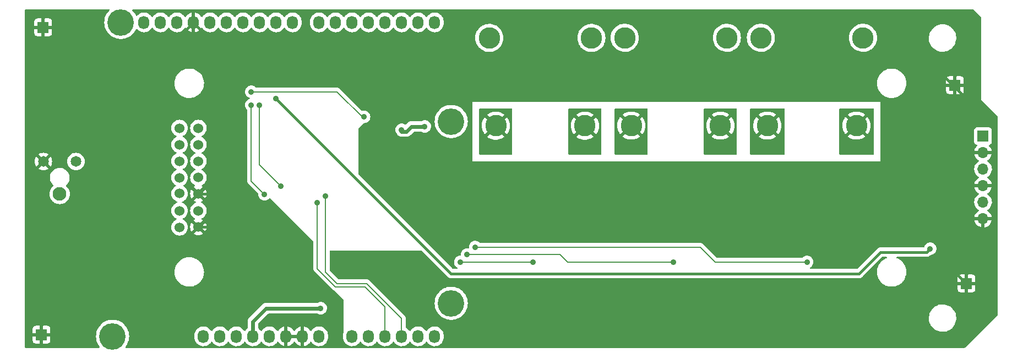
<source format=gbl>
G04 #@! TF.GenerationSoftware,KiCad,Pcbnew,(6.0.6)*
G04 #@! TF.CreationDate,2023-01-03T01:07:17+09:00*
G04 #@! TF.ProjectId,mt_reflowcnt,6d745f72-6566-46c6-9f77-636e742e6b69,rev?*
G04 #@! TF.SameCoordinates,Original*
G04 #@! TF.FileFunction,Copper,L2,Bot*
G04 #@! TF.FilePolarity,Positive*
%FSLAX46Y46*%
G04 Gerber Fmt 4.6, Leading zero omitted, Abs format (unit mm)*
G04 Created by KiCad (PCBNEW (6.0.6)) date 2023-01-03 01:07:17*
%MOMM*%
%LPD*%
G01*
G04 APERTURE LIST*
G04 #@! TA.AperFunction,ComponentPad*
%ADD10O,1.727200X2.032000*%
G04 #@! TD*
G04 #@! TA.AperFunction,ComponentPad*
%ADD11C,4.064000*%
G04 #@! TD*
G04 #@! TA.AperFunction,ComponentPad*
%ADD12C,3.294000*%
G04 #@! TD*
G04 #@! TA.AperFunction,ComponentPad*
%ADD13R,1.700000X1.700000*%
G04 #@! TD*
G04 #@! TA.AperFunction,ComponentPad*
%ADD14C,1.524000*%
G04 #@! TD*
G04 #@! TA.AperFunction,ComponentPad*
%ADD15O,1.700000X1.700000*%
G04 #@! TD*
G04 #@! TA.AperFunction,ComponentPad*
%ADD16C,1.650000*%
G04 #@! TD*
G04 #@! TA.AperFunction,ComponentPad*
%ADD17C,2.100000*%
G04 #@! TD*
G04 #@! TA.AperFunction,ViaPad*
%ADD18C,0.889000*%
G04 #@! TD*
G04 #@! TA.AperFunction,Conductor*
%ADD19C,0.406400*%
G04 #@! TD*
G04 #@! TA.AperFunction,Conductor*
%ADD20C,0.203200*%
G04 #@! TD*
G04 #@! TA.AperFunction,Conductor*
%ADD21C,0.609600*%
G04 #@! TD*
G04 APERTURE END LIST*
D10*
G04 #@! TO.P,P1,1,Pin_1*
G04 #@! TO.N,unconnected-(P1-Pad1)*
X138938000Y-123825000D03*
G04 #@! TO.P,P1,2,Pin_2*
G04 #@! TO.N,/IOREF*
X141478000Y-123825000D03*
G04 #@! TO.P,P1,3,Pin_3*
G04 #@! TO.N,/Reset*
X144018000Y-123825000D03*
G04 #@! TO.P,P1,4,Pin_4*
G04 #@! TO.N,+3.3V*
X146558000Y-123825000D03*
G04 #@! TO.P,P1,5,Pin_5*
G04 #@! TO.N,+5V*
X149098000Y-123825000D03*
G04 #@! TO.P,P1,6,Pin_6*
G04 #@! TO.N,GND*
X151638000Y-123825000D03*
G04 #@! TO.P,P1,7,Pin_7*
X154178000Y-123825000D03*
G04 #@! TO.P,P1,8,Pin_8*
G04 #@! TO.N,/Vin*
X156718000Y-123825000D03*
G04 #@! TD*
G04 #@! TO.P,P2,1,Pin_1*
G04 #@! TO.N,/A0*
X161798000Y-123825000D03*
G04 #@! TO.P,P2,2,Pin_2*
G04 #@! TO.N,/A1*
X164338000Y-123825000D03*
G04 #@! TO.P,P2,3,Pin_3*
G04 #@! TO.N,/A2*
X166878000Y-123825000D03*
G04 #@! TO.P,P2,4,Pin_4*
G04 #@! TO.N,/A3*
X169418000Y-123825000D03*
G04 #@! TO.P,P2,5,Pin_5*
G04 #@! TO.N,/A4(SDA)*
X171958000Y-123825000D03*
G04 #@! TO.P,P2,6,Pin_6*
G04 #@! TO.N,/A5(SCL)*
X174498000Y-123825000D03*
G04 #@! TD*
G04 #@! TO.P,P3,1,Pin_1*
G04 #@! TO.N,unconnected-(P3-Pad1)*
X129794000Y-75565000D03*
G04 #@! TO.P,P3,2,Pin_2*
G04 #@! TO.N,unconnected-(P3-Pad2)*
X132334000Y-75565000D03*
G04 #@! TO.P,P3,3,Pin_3*
G04 #@! TO.N,/AREF*
X134874000Y-75565000D03*
G04 #@! TO.P,P3,4,Pin_4*
G04 #@! TO.N,GND*
X137414000Y-75565000D03*
G04 #@! TO.P,P3,5,Pin_5*
G04 #@! TO.N,/13(SCK)*
X139954000Y-75565000D03*
G04 #@! TO.P,P3,6,Pin_6*
G04 #@! TO.N,/12(MISO)*
X142494000Y-75565000D03*
G04 #@! TO.P,P3,7,Pin_7*
G04 #@! TO.N,/11(\u002A\u002A{slash}MOSI)*
X145034000Y-75565000D03*
G04 #@! TO.P,P3,8,Pin_8*
G04 #@! TO.N,/10(\u002A\u002A{slash}SS)*
X147574000Y-75565000D03*
G04 #@! TO.P,P3,9,Pin_9*
G04 #@! TO.N,/9(\u002A\u002A)*
X150114000Y-75565000D03*
G04 #@! TO.P,P3,10,Pin_10*
G04 #@! TO.N,/8*
X152654000Y-75565000D03*
G04 #@! TD*
G04 #@! TO.P,P4,1,Pin_1*
G04 #@! TO.N,/7*
X156718000Y-75565000D03*
G04 #@! TO.P,P4,2,Pin_2*
G04 #@! TO.N,/6(\u002A\u002A)*
X159258000Y-75565000D03*
G04 #@! TO.P,P4,3,Pin_3*
G04 #@! TO.N,/5(\u002A\u002A)*
X161798000Y-75565000D03*
G04 #@! TO.P,P4,4,Pin_4*
G04 #@! TO.N,/4*
X164338000Y-75565000D03*
G04 #@! TO.P,P4,5,Pin_5*
G04 #@! TO.N,/3(\u002A\u002A)*
X166878000Y-75565000D03*
G04 #@! TO.P,P4,6,Pin_6*
G04 #@! TO.N,/2*
X169418000Y-75565000D03*
G04 #@! TO.P,P4,7,Pin_7*
G04 #@! TO.N,/1(Tx)*
X171958000Y-75565000D03*
G04 #@! TO.P,P4,8,Pin_8*
G04 #@! TO.N,/0(Rx)*
X174498000Y-75565000D03*
G04 #@! TD*
D11*
G04 #@! TO.P,P5,1,Pin_1*
G04 #@! TO.N,unconnected-(P5-Pad1)*
X124968000Y-123825000D03*
G04 #@! TD*
G04 #@! TO.P,P6,1,Pin_1*
G04 #@! TO.N,unconnected-(P6-Pad1)*
X177038000Y-118745000D03*
G04 #@! TD*
G04 #@! TO.P,P7,1,Pin_1*
G04 #@! TO.N,unconnected-(P7-Pad1)*
X126238000Y-75565000D03*
G04 #@! TD*
G04 #@! TO.P,P8,1,Pin_1*
G04 #@! TO.N,unconnected-(P8-Pad1)*
X177038000Y-90805000D03*
G04 #@! TD*
D12*
G04 #@! TO.P,J4,1,P*
G04 #@! TO.N,Net-(J4-Pad1)*
X225661600Y-91439800D03*
G04 #@! TO.P,J4,2,N*
G04 #@! TO.N,Net-(J4-Pad2)*
X239361600Y-91439800D03*
G04 #@! TO.P,J4,3,NC*
G04 #@! TO.N,unconnected-(J4-Pad3)*
X224661600Y-77939800D03*
G04 #@! TO.P,J4,4,NC*
G04 #@! TO.N,unconnected-(J4-Pad4)*
X240361600Y-77939800D03*
G04 #@! TD*
D13*
G04 #@! TO.P,J6,1,Pin_1*
G04 #@! TO.N,GND*
X114300000Y-76327000D03*
G04 #@! TD*
G04 #@! TO.P,J8,1,Pin_1*
G04 #@! TO.N,GND*
X254508000Y-85217000D03*
G04 #@! TD*
D12*
G04 #@! TO.P,J2,1,P*
G04 #@! TO.N,Net-(J2-Pad1)*
X183904000Y-91459000D03*
G04 #@! TO.P,J2,2,N*
G04 #@! TO.N,Net-(J2-Pad2)*
X197604000Y-91459000D03*
G04 #@! TO.P,J2,3,NC*
G04 #@! TO.N,unconnected-(J2-Pad3)*
X182904000Y-77959000D03*
G04 #@! TO.P,J2,4,NC*
G04 #@! TO.N,unconnected-(J2-Pad4)*
X198604000Y-77959000D03*
G04 #@! TD*
D13*
G04 #@! TO.P,J5,1,Pin_1*
G04 #@! TO.N,GND*
X114046000Y-123571000D03*
G04 #@! TD*
D14*
G04 #@! TO.P,U1,1,VSS*
G04 #@! TO.N,GND*
X138170000Y-107021000D03*
G04 #@! TO.P,U1,2,VDD*
G04 #@! TO.N,+5V*
X135270000Y-107061000D03*
G04 #@! TO.P,U1,3,Vo*
G04 #@! TO.N,Net-(R3-Pad3)*
X138170000Y-104521000D03*
G04 #@! TO.P,U1,4,RS*
G04 #@! TO.N,Net-(R6-Pad1)*
X135270000Y-104521000D03*
G04 #@! TO.P,U1,5,RW*
G04 #@! TO.N,GND*
X138170000Y-101911000D03*
G04 #@! TO.P,U1,6,E*
G04 #@! TO.N,Net-(R7-Pad1)*
X135270000Y-101891000D03*
G04 #@! TO.P,U1,7,DB0*
G04 #@! TO.N,unconnected-(U1-Pad7)*
X138170000Y-99431000D03*
G04 #@! TO.P,U1,8,DB1*
G04 #@! TO.N,unconnected-(U1-Pad8)*
X135270000Y-99441000D03*
G04 #@! TO.P,U1,9,DB2*
G04 #@! TO.N,unconnected-(U1-Pad9)*
X138170000Y-96901000D03*
G04 #@! TO.P,U1,10,DB3*
G04 #@! TO.N,unconnected-(U1-Pad10)*
X135270000Y-96901000D03*
G04 #@! TO.P,U1,11,DB4*
G04 #@! TO.N,Net-(R8-Pad1)*
X138170000Y-94361000D03*
G04 #@! TO.P,U1,12,DB5*
G04 #@! TO.N,Net-(R9-Pad1)*
X135270000Y-94361000D03*
G04 #@! TO.P,U1,13,DB6*
G04 #@! TO.N,Net-(R10-Pad1)*
X138170000Y-91821000D03*
G04 #@! TO.P,U1,14,DB7*
G04 #@! TO.N,Net-(R11-Pad1)*
X135270000Y-91821000D03*
G04 #@! TD*
D13*
G04 #@! TO.P,J1,1,Pin_1*
G04 #@! TO.N,/A0*
X258826000Y-93040200D03*
D15*
G04 #@! TO.P,J1,2,Pin_2*
G04 #@! TO.N,GND*
X258826000Y-95580200D03*
G04 #@! TO.P,J1,3,Pin_3*
G04 #@! TO.N,/A1*
X258826000Y-98120200D03*
G04 #@! TO.P,J1,4,Pin_4*
G04 #@! TO.N,GND*
X258826000Y-100660200D03*
G04 #@! TO.P,J1,5,Pin_5*
G04 #@! TO.N,/9(\u002A\u002A)*
X258826000Y-103200200D03*
G04 #@! TO.P,J1,6,Pin_6*
G04 #@! TO.N,GND*
X258826000Y-105740200D03*
G04 #@! TD*
D13*
G04 #@! TO.P,J7,1,Pin_1*
G04 #@! TO.N,GND*
X256286000Y-115697000D03*
G04 #@! TD*
D12*
G04 #@! TO.P,J3,1,P*
G04 #@! TO.N,Net-(J3-Pad1)*
X204732000Y-91439800D03*
G04 #@! TO.P,J3,2,N*
G04 #@! TO.N,Net-(J3-Pad2)*
X218432000Y-91439800D03*
G04 #@! TO.P,J3,3,NC*
G04 #@! TO.N,unconnected-(J3-Pad3)*
X203732000Y-77939800D03*
G04 #@! TO.P,J3,4,NC*
G04 #@! TO.N,unconnected-(J3-Pad4)*
X219432000Y-77939800D03*
G04 #@! TD*
D16*
G04 #@! TO.P,R3,1,1*
G04 #@! TO.N,Net-(R1-Pad2)*
X119340000Y-96951400D03*
G04 #@! TO.P,R3,2,2*
G04 #@! TO.N,GND*
X114340000Y-96951400D03*
D17*
G04 #@! TO.P,R3,3,3*
G04 #@! TO.N,Net-(R3-Pad3)*
X116840000Y-101951400D03*
G04 #@! TD*
D18*
G04 #@! TO.N,GND*
X215138000Y-108331000D03*
X186055000Y-119380000D03*
X202311000Y-115824000D03*
X235712000Y-105283000D03*
X218440000Y-110871000D03*
X208534000Y-108331000D03*
X235966000Y-112649000D03*
X151638000Y-116967000D03*
X246634000Y-105537000D03*
X229743000Y-115824000D03*
X224663000Y-115824000D03*
X218821000Y-115824000D03*
X196469000Y-115824000D03*
X235966000Y-108331000D03*
X182372000Y-115824000D03*
X152654000Y-112141000D03*
X228600000Y-110871000D03*
X165354000Y-112649000D03*
X208280000Y-115824000D03*
X190500000Y-103505000D03*
X186690000Y-108331000D03*
X180848000Y-108331000D03*
X173990000Y-104775000D03*
X169418000Y-112395000D03*
X211836000Y-103505000D03*
X159766000Y-112649000D03*
X224790000Y-105283000D03*
X113792000Y-83439000D03*
X228854000Y-108331000D03*
X193548000Y-108331000D03*
X239014000Y-112649000D03*
X215056000Y-105365000D03*
X182626000Y-105283000D03*
X232410000Y-103505000D03*
X167640000Y-99187000D03*
X154178000Y-116967000D03*
X169672000Y-90551000D03*
X203962000Y-105283000D03*
X234823000Y-115824000D03*
X189611000Y-115824000D03*
X242570000Y-119380000D03*
X169418000Y-96647000D03*
X113538000Y-115951000D03*
X163597500Y-96414500D03*
X172466000Y-99949000D03*
X193802000Y-105283000D03*
X213614000Y-115824000D03*
X239776000Y-115697000D03*
G04 #@! TO.N,/A2*
X156464000Y-103251000D03*
G04 #@! TO.N,/A3*
X157734000Y-102235000D03*
G04 #@! TO.N,/9(\u002A\u002A)*
X150114000Y-87249000D03*
X250698000Y-110363000D03*
G04 #@! TO.N,/13(SCK)*
X148336000Y-101981000D03*
X146304000Y-88265000D03*
G04 #@! TO.N,/12(MISO)*
X163642000Y-90109000D03*
X146304000Y-86233000D03*
G04 #@! TO.N,/10(\u002A\u002A{slash}SS)*
X150876000Y-100711000D03*
X147574000Y-88265000D03*
G04 #@! TO.N,+3.3V*
X156972000Y-119507000D03*
X169418000Y-92075000D03*
X172974000Y-91567000D03*
G04 #@! TO.N,Net-(IC1-Pad3)*
X178435000Y-112395000D03*
X189611000Y-112395000D03*
G04 #@! TO.N,Net-(IC1-Pad4)*
X211201000Y-112395000D03*
X179451000Y-111252000D03*
G04 #@! TO.N,Net-(IC1-Pad5)*
X231775000Y-112395000D03*
X180721000Y-110109000D03*
G04 #@! TD*
D19*
G04 #@! TO.N,GND*
X215138000Y-108331000D02*
X228854000Y-108331000D01*
X169185500Y-96414500D02*
X169418000Y-96647000D01*
X182626000Y-105283000D02*
X185674000Y-108331000D01*
X256286000Y-115697000D02*
X254762000Y-114173000D01*
X254508000Y-85217000D02*
X254254000Y-85217000D01*
X112268000Y-114681000D02*
X112268000Y-118237000D01*
X254000000Y-84963000D02*
X256540000Y-87503000D01*
X167640000Y-99187000D02*
X167640000Y-96690000D01*
X257251200Y-100660200D02*
X256540000Y-99949000D01*
X167874000Y-90531000D02*
X167874000Y-96373000D01*
X167874000Y-78125000D02*
X167874000Y-89301000D01*
X112268000Y-118237000D02*
X114300000Y-120269000D01*
X256540000Y-104013000D02*
X256540000Y-99695000D01*
X167894000Y-90551000D02*
X167874000Y-90531000D01*
X114300000Y-120269000D02*
X114808000Y-120269000D01*
X114046000Y-123571000D02*
X114046000Y-121031000D01*
X257098800Y-105740200D02*
X257048000Y-105791000D01*
X167915500Y-96414500D02*
X169185500Y-96414500D01*
X112268000Y-83439000D02*
X112268000Y-94361000D01*
X203962000Y-103759000D02*
X203708000Y-103505000D01*
X193548000Y-108331000D02*
X208534000Y-108331000D01*
X186690000Y-108331000D02*
X193548000Y-108331000D01*
X113792000Y-83439000D02*
X112268000Y-83439000D01*
X185674000Y-108331000D02*
X186690000Y-108331000D01*
X256540000Y-105029000D02*
X256540000Y-104013000D01*
X140422000Y-107021000D02*
X150368000Y-116967000D01*
X140422000Y-102449000D02*
X140422000Y-106339000D01*
X254254000Y-85217000D02*
X254000000Y-84963000D01*
X133858000Y-79121000D02*
X114554000Y-79121000D01*
X182626000Y-104013000D02*
X183134000Y-103505000D01*
X256540000Y-95377000D02*
X256794000Y-95631000D01*
X215056000Y-105365000D02*
X215392000Y-105029000D01*
X188976000Y-124333000D02*
X179832000Y-115189000D01*
X163597500Y-96414500D02*
X167110500Y-96414500D01*
X211836000Y-103505000D02*
X215392000Y-103505000D01*
X138170000Y-101911000D02*
X139884000Y-101911000D01*
X232410000Y-103505000D02*
X235966000Y-103505000D01*
X139954000Y-78105000D02*
X167894000Y-78105000D01*
X112268000Y-94879400D02*
X114340000Y-96951400D01*
X256844800Y-95580200D02*
X258826000Y-95580200D01*
X167874000Y-96373000D02*
X167915500Y-96414500D01*
X140422000Y-106339000D02*
X140422000Y-117261000D01*
X154178000Y-116967000D02*
X151638000Y-116967000D01*
X243586000Y-124333000D02*
X188976000Y-124333000D01*
X140422000Y-106339000D02*
X140422000Y-107021000D01*
X138170000Y-107021000D02*
X140422000Y-107021000D01*
X137414000Y-75565000D02*
X133858000Y-79121000D01*
X114046000Y-121031000D02*
X114808000Y-120269000D01*
X235966000Y-103505000D02*
X256032000Y-103505000D01*
X215392000Y-103505000D02*
X224790000Y-103505000D01*
X256540000Y-99695000D02*
X256540000Y-95123000D01*
X244094000Y-75057000D02*
X254000000Y-84963000D01*
X114300000Y-78867000D02*
X114554000Y-79121000D01*
X256540000Y-105283000D02*
X256540000Y-105029000D01*
X140422000Y-117261000D02*
X137414000Y-120269000D01*
X256540000Y-87503000D02*
X256540000Y-95123000D01*
X253746000Y-114173000D02*
X243586000Y-124333000D01*
X113284000Y-79121000D02*
X112268000Y-80137000D01*
X179832000Y-115189000D02*
X167894000Y-115189000D01*
X112268000Y-114681000D02*
X112268000Y-94361000D01*
X235712000Y-105283000D02*
X235966000Y-105029000D01*
X137414000Y-75565000D02*
X139954000Y-78105000D01*
X180594000Y-75057000D02*
X244094000Y-75057000D01*
X169672000Y-90551000D02*
X167894000Y-90551000D01*
X167110500Y-96414500D02*
X167915500Y-96414500D01*
X114808000Y-120269000D02*
X137414000Y-120269000D01*
X193802000Y-103759000D02*
X194056000Y-103505000D01*
X208534000Y-108331000D02*
X215138000Y-108331000D01*
X114554000Y-79121000D02*
X113284000Y-79121000D01*
X256794000Y-95631000D02*
X256844800Y-95580200D01*
X167894000Y-115189000D02*
X165354000Y-112649000D01*
X256540000Y-105029000D02*
X256540000Y-111379000D01*
X194056000Y-103505000D02*
X203708000Y-103505000D01*
X257048000Y-105791000D02*
X256540000Y-105283000D01*
X190500000Y-103505000D02*
X194056000Y-103505000D01*
X113538000Y-115951000D02*
X112268000Y-114681000D01*
X159766000Y-112649000D02*
X165354000Y-112649000D01*
X258826000Y-100660200D02*
X257251200Y-100660200D01*
X256032000Y-103505000D02*
X256540000Y-104013000D01*
X114300000Y-76327000D02*
X114300000Y-78867000D01*
X203962000Y-105283000D02*
X203962000Y-103759000D01*
X256540000Y-95123000D02*
X256540000Y-95377000D01*
X167894000Y-78105000D02*
X177546000Y-78105000D01*
X177546000Y-78105000D02*
X180594000Y-75057000D01*
X167874000Y-89301000D02*
X167874000Y-90531000D01*
X151638000Y-116967000D02*
X150368000Y-116967000D01*
X203708000Y-103505000D02*
X211836000Y-103505000D01*
X228854000Y-108331000D02*
X235966000Y-108331000D01*
X183134000Y-103505000D02*
X190500000Y-103505000D01*
X167640000Y-96690000D02*
X167915500Y-96414500D01*
X235966000Y-105029000D02*
X235966000Y-103505000D01*
X256540000Y-99949000D02*
X256540000Y-99695000D01*
X224790000Y-105283000D02*
X224790000Y-103505000D01*
X112268000Y-80137000D02*
X112268000Y-83439000D01*
X215392000Y-105029000D02*
X215392000Y-103505000D01*
X258826000Y-105740200D02*
X257098800Y-105740200D01*
X112268000Y-94361000D02*
X112268000Y-94879400D01*
X182626000Y-105283000D02*
X182626000Y-104013000D01*
X167874000Y-78125000D02*
X167894000Y-78105000D01*
X193802000Y-105283000D02*
X193802000Y-103759000D01*
X254762000Y-114173000D02*
X253746000Y-114173000D01*
X224790000Y-103505000D02*
X232410000Y-103505000D01*
X256540000Y-111379000D02*
X253746000Y-114173000D01*
X139884000Y-101911000D02*
X140422000Y-102449000D01*
D20*
G04 #@! TO.N,/A2*
X159258000Y-116205000D02*
X156464000Y-113411000D01*
X166878000Y-119253000D02*
X163830000Y-116205000D01*
X156464000Y-113411000D02*
X156464000Y-103251000D01*
X163830000Y-116205000D02*
X159258000Y-116205000D01*
X166878000Y-123825000D02*
X166878000Y-119253000D01*
G04 #@! TO.N,/A3*
X169418000Y-121031000D02*
X164084000Y-115697000D01*
X157734000Y-113919000D02*
X157734000Y-102235000D01*
X169418000Y-123825000D02*
X169418000Y-121031000D01*
X164084000Y-115697000D02*
X159512000Y-115697000D01*
X159512000Y-115697000D02*
X157734000Y-113919000D01*
D19*
G04 #@! TO.N,/9(\u002A\u002A)*
X177038000Y-114173000D02*
X239776000Y-114173000D01*
X150114000Y-87249000D02*
X177038000Y-114173000D01*
X250698000Y-110363000D02*
X250190000Y-110871000D01*
X243078000Y-110871000D02*
X249936000Y-110871000D01*
X250190000Y-110871000D02*
X249936000Y-110871000D01*
X239776000Y-114173000D02*
X243078000Y-110871000D01*
D20*
G04 #@! TO.N,/13(SCK)*
X146304000Y-88265000D02*
X146304000Y-99949000D01*
X146304000Y-99949000D02*
X148336000Y-101981000D01*
G04 #@! TO.N,/12(MISO)*
X159512000Y-86233000D02*
X146304000Y-86233000D01*
X163642000Y-90363000D02*
X159512000Y-86233000D01*
G04 #@! TO.N,/10(\u002A\u002A{slash}SS)*
X147574000Y-97409000D02*
X150876000Y-100711000D01*
X147574000Y-88265000D02*
X147574000Y-97409000D01*
D21*
G04 #@! TO.N,+3.3V*
X146558000Y-121539000D02*
X148590000Y-119507000D01*
X148590000Y-119507000D02*
X156972000Y-119507000D01*
X146558000Y-123825000D02*
X146558000Y-121539000D01*
X169418000Y-92329000D02*
X170180000Y-92329000D01*
X170942000Y-91567000D02*
X172974000Y-91567000D01*
X170180000Y-92329000D02*
X170942000Y-91567000D01*
D20*
G04 #@! TO.N,Net-(IC1-Pad3)*
X178435000Y-112395000D02*
X189611000Y-112395000D01*
G04 #@! TO.N,Net-(IC1-Pad4)*
X179451000Y-111252000D02*
X193802000Y-111252000D01*
X194945000Y-112395000D02*
X211201000Y-112395000D01*
X193802000Y-111252000D02*
X194945000Y-112395000D01*
G04 #@! TO.N,Net-(IC1-Pad5)*
X180721000Y-110109000D02*
X215392000Y-110109000D01*
X217678000Y-112395000D02*
X231775000Y-112395000D01*
X215392000Y-110109000D02*
X217678000Y-112395000D01*
G04 #@! TD*
G04 #@! TA.AperFunction,Conductor*
G04 #@! TO.N,Net-(J3-Pad2)*
G36*
X220922121Y-88793002D02*
G01*
X220968614Y-88846658D01*
X220980000Y-88899000D01*
X220980000Y-95759000D01*
X220959998Y-95827121D01*
X220906342Y-95873614D01*
X220854000Y-95885000D01*
X216026000Y-95885000D01*
X215957879Y-95864998D01*
X215911386Y-95811342D01*
X215900000Y-95759000D01*
X215900000Y-93133814D01*
X217103259Y-93133814D01*
X217110312Y-93143785D01*
X217159071Y-93184554D01*
X217166003Y-93189589D01*
X217407633Y-93341164D01*
X217415184Y-93345213D01*
X217675160Y-93462597D01*
X217683191Y-93465583D01*
X217956690Y-93546597D01*
X217965042Y-93548464D01*
X218247012Y-93591611D01*
X218255545Y-93592327D01*
X218540757Y-93596809D01*
X218549308Y-93596360D01*
X218832486Y-93562092D01*
X218840900Y-93560487D01*
X219116813Y-93488103D01*
X219124929Y-93485372D01*
X219388463Y-93376212D01*
X219396131Y-93372406D01*
X219642420Y-93228486D01*
X219649493Y-93223679D01*
X219751361Y-93143804D01*
X219759830Y-93131947D01*
X219753314Y-93120325D01*
X218444810Y-91811820D01*
X218430869Y-91804208D01*
X218429034Y-91804339D01*
X218422420Y-91808590D01*
X217110551Y-93120460D01*
X217103259Y-93133814D01*
X215900000Y-93133814D01*
X215900000Y-91421461D01*
X216272329Y-91421461D01*
X216288750Y-91706234D01*
X216289824Y-91714740D01*
X216344739Y-91994648D01*
X216346955Y-92002916D01*
X216439353Y-92272792D01*
X216442668Y-92280677D01*
X216570839Y-92535517D01*
X216575195Y-92542883D01*
X216725630Y-92761766D01*
X216735885Y-92770110D01*
X216749625Y-92762964D01*
X218059980Y-91452610D01*
X218066357Y-91440931D01*
X218796408Y-91440931D01*
X218796539Y-91442766D01*
X218800790Y-91449380D01*
X220112887Y-92761476D01*
X220125097Y-92768144D01*
X220136595Y-92759455D01*
X220253241Y-92600660D01*
X220257825Y-92593437D01*
X220393933Y-92342757D01*
X220397501Y-92334963D01*
X220498327Y-92068137D01*
X220500804Y-92059931D01*
X220564484Y-91781888D01*
X220565824Y-91773428D01*
X220591342Y-91487501D01*
X220591588Y-91482562D01*
X220592010Y-91442284D01*
X220591867Y-91437320D01*
X220572343Y-91150926D01*
X220571182Y-91142452D01*
X220513335Y-90863121D01*
X220511036Y-90854886D01*
X220415814Y-90585987D01*
X220412417Y-90578137D01*
X220281583Y-90324650D01*
X220277155Y-90317338D01*
X220137548Y-90118699D01*
X220127027Y-90110320D01*
X220113639Y-90117372D01*
X218804020Y-91426990D01*
X218796408Y-91440931D01*
X218066357Y-91440931D01*
X218067592Y-91438669D01*
X218067461Y-91436834D01*
X218063210Y-91430220D01*
X216750482Y-90117493D01*
X216738471Y-90110934D01*
X216726733Y-90119901D01*
X216598709Y-90298067D01*
X216594187Y-90305361D01*
X216460720Y-90557437D01*
X216457234Y-90565265D01*
X216359206Y-90833138D01*
X216356817Y-90841361D01*
X216296049Y-91120069D01*
X216294800Y-91128525D01*
X216272418Y-91412911D01*
X216272329Y-91421461D01*
X215900000Y-91421461D01*
X215900000Y-89747723D01*
X217104006Y-89747723D01*
X217110401Y-89758990D01*
X218419190Y-91067780D01*
X218433131Y-91075392D01*
X218434966Y-91075261D01*
X218441580Y-91071010D01*
X219753066Y-89759523D01*
X219760258Y-89746353D01*
X219752936Y-89736118D01*
X219686586Y-89681810D01*
X219679614Y-89676856D01*
X219436386Y-89527804D01*
X219428816Y-89523847D01*
X219167615Y-89409189D01*
X219159555Y-89406287D01*
X218885225Y-89328142D01*
X218876850Y-89326362D01*
X218594449Y-89286170D01*
X218585901Y-89285542D01*
X218300656Y-89284048D01*
X218292122Y-89284585D01*
X218009309Y-89321819D01*
X218000911Y-89323512D01*
X217725775Y-89398781D01*
X217717688Y-89401597D01*
X217455316Y-89513508D01*
X217447677Y-89517401D01*
X217202920Y-89663884D01*
X217195891Y-89668769D01*
X217112475Y-89735599D01*
X217104006Y-89747723D01*
X215900000Y-89747723D01*
X215900000Y-88899000D01*
X215920002Y-88830879D01*
X215973658Y-88784386D01*
X216026000Y-88773000D01*
X220854000Y-88773000D01*
X220922121Y-88793002D01*
G37*
G04 #@! TD.AperFunction*
G04 #@! TD*
G04 #@! TA.AperFunction,Conductor*
G04 #@! TO.N,Net-(J2-Pad2)*
G36*
X200094121Y-88793002D02*
G01*
X200140614Y-88846658D01*
X200152000Y-88899000D01*
X200152000Y-95759000D01*
X200131998Y-95827121D01*
X200078342Y-95873614D01*
X200026000Y-95885000D01*
X195198000Y-95885000D01*
X195129879Y-95864998D01*
X195083386Y-95811342D01*
X195072000Y-95759000D01*
X195072000Y-93153014D01*
X196275259Y-93153014D01*
X196282312Y-93162985D01*
X196331071Y-93203754D01*
X196338003Y-93208789D01*
X196579633Y-93360364D01*
X196587184Y-93364413D01*
X196847160Y-93481797D01*
X196855191Y-93484783D01*
X197128690Y-93565797D01*
X197137042Y-93567664D01*
X197419012Y-93610811D01*
X197427545Y-93611527D01*
X197712757Y-93616009D01*
X197721308Y-93615560D01*
X198004486Y-93581292D01*
X198012900Y-93579687D01*
X198288813Y-93507303D01*
X198296929Y-93504572D01*
X198560463Y-93395412D01*
X198568131Y-93391606D01*
X198814420Y-93247686D01*
X198821493Y-93242879D01*
X198923361Y-93163004D01*
X198931830Y-93151147D01*
X198925314Y-93139525D01*
X197616810Y-91831020D01*
X197602869Y-91823408D01*
X197601034Y-91823539D01*
X197594420Y-91827790D01*
X196282551Y-93139660D01*
X196275259Y-93153014D01*
X195072000Y-93153014D01*
X195072000Y-91440661D01*
X195444329Y-91440661D01*
X195460750Y-91725434D01*
X195461824Y-91733940D01*
X195516739Y-92013848D01*
X195518955Y-92022116D01*
X195611353Y-92291992D01*
X195614668Y-92299877D01*
X195742839Y-92554717D01*
X195747195Y-92562083D01*
X195897630Y-92780966D01*
X195907885Y-92789310D01*
X195921625Y-92782164D01*
X197231980Y-91471810D01*
X197238357Y-91460131D01*
X197968408Y-91460131D01*
X197968539Y-91461966D01*
X197972790Y-91468580D01*
X199284887Y-92780676D01*
X199297097Y-92787344D01*
X199308595Y-92778655D01*
X199425241Y-92619860D01*
X199429825Y-92612637D01*
X199565933Y-92361957D01*
X199569501Y-92354163D01*
X199670327Y-92087337D01*
X199672804Y-92079131D01*
X199736484Y-91801088D01*
X199737824Y-91792628D01*
X199763342Y-91506701D01*
X199763588Y-91501762D01*
X199764010Y-91461484D01*
X199763867Y-91456520D01*
X199744343Y-91170126D01*
X199743182Y-91161652D01*
X199685335Y-90882321D01*
X199683036Y-90874086D01*
X199587814Y-90605187D01*
X199584417Y-90597337D01*
X199453583Y-90343850D01*
X199449155Y-90336538D01*
X199309548Y-90137899D01*
X199299027Y-90129520D01*
X199285639Y-90136572D01*
X197976020Y-91446190D01*
X197968408Y-91460131D01*
X197238357Y-91460131D01*
X197239592Y-91457869D01*
X197239461Y-91456034D01*
X197235210Y-91449420D01*
X195922482Y-90136693D01*
X195910471Y-90130134D01*
X195898733Y-90139101D01*
X195770709Y-90317267D01*
X195766187Y-90324561D01*
X195632720Y-90576637D01*
X195629234Y-90584465D01*
X195531206Y-90852338D01*
X195528817Y-90860561D01*
X195468049Y-91139269D01*
X195466800Y-91147725D01*
X195444418Y-91432111D01*
X195444329Y-91440661D01*
X195072000Y-91440661D01*
X195072000Y-89766923D01*
X196276006Y-89766923D01*
X196282401Y-89778190D01*
X197591190Y-91086980D01*
X197605131Y-91094592D01*
X197606966Y-91094461D01*
X197613580Y-91090210D01*
X198925066Y-89778723D01*
X198932258Y-89765553D01*
X198924936Y-89755318D01*
X198858586Y-89701010D01*
X198851614Y-89696056D01*
X198608386Y-89547004D01*
X198600816Y-89543047D01*
X198339615Y-89428389D01*
X198331555Y-89425487D01*
X198057225Y-89347342D01*
X198048850Y-89345562D01*
X197766449Y-89305370D01*
X197757901Y-89304742D01*
X197472656Y-89303248D01*
X197464122Y-89303785D01*
X197181309Y-89341019D01*
X197172911Y-89342712D01*
X196897775Y-89417981D01*
X196889688Y-89420797D01*
X196627316Y-89532708D01*
X196619677Y-89536601D01*
X196374920Y-89683084D01*
X196367891Y-89687969D01*
X196284475Y-89754799D01*
X196276006Y-89766923D01*
X195072000Y-89766923D01*
X195072000Y-88899000D01*
X195092002Y-88830879D01*
X195145658Y-88784386D01*
X195198000Y-88773000D01*
X200026000Y-88773000D01*
X200094121Y-88793002D01*
G37*
G04 #@! TD.AperFunction*
G04 #@! TD*
G04 #@! TA.AperFunction,Conductor*
G04 #@! TO.N,Net-(J4-Pad2)*
G36*
X242004121Y-88793002D02*
G01*
X242050614Y-88846658D01*
X242062000Y-88899000D01*
X242062000Y-95759000D01*
X242041998Y-95827121D01*
X241988342Y-95873614D01*
X241936000Y-95885000D01*
X236854000Y-95885000D01*
X236785879Y-95864998D01*
X236739386Y-95811342D01*
X236728000Y-95759000D01*
X236728000Y-93133814D01*
X238032859Y-93133814D01*
X238039912Y-93143785D01*
X238088671Y-93184554D01*
X238095603Y-93189589D01*
X238337233Y-93341164D01*
X238344784Y-93345213D01*
X238604760Y-93462597D01*
X238612791Y-93465583D01*
X238886290Y-93546597D01*
X238894642Y-93548464D01*
X239176612Y-93591611D01*
X239185145Y-93592327D01*
X239470357Y-93596809D01*
X239478908Y-93596360D01*
X239762086Y-93562092D01*
X239770500Y-93560487D01*
X240046413Y-93488103D01*
X240054529Y-93485372D01*
X240318063Y-93376212D01*
X240325731Y-93372406D01*
X240572020Y-93228486D01*
X240579093Y-93223679D01*
X240680961Y-93143804D01*
X240689430Y-93131947D01*
X240682914Y-93120325D01*
X239374410Y-91811820D01*
X239360469Y-91804208D01*
X239358634Y-91804339D01*
X239352020Y-91808590D01*
X238040151Y-93120460D01*
X238032859Y-93133814D01*
X236728000Y-93133814D01*
X236728000Y-91421461D01*
X237201929Y-91421461D01*
X237218350Y-91706234D01*
X237219424Y-91714740D01*
X237274339Y-91994648D01*
X237276555Y-92002916D01*
X237368953Y-92272792D01*
X237372268Y-92280677D01*
X237500439Y-92535517D01*
X237504795Y-92542883D01*
X237655230Y-92761766D01*
X237665485Y-92770110D01*
X237679225Y-92762964D01*
X238989580Y-91452610D01*
X238995957Y-91440931D01*
X239726008Y-91440931D01*
X239726139Y-91442766D01*
X239730390Y-91449380D01*
X241042487Y-92761476D01*
X241054697Y-92768144D01*
X241066195Y-92759455D01*
X241182841Y-92600660D01*
X241187425Y-92593437D01*
X241323533Y-92342757D01*
X241327101Y-92334963D01*
X241427927Y-92068137D01*
X241430404Y-92059931D01*
X241494084Y-91781888D01*
X241495424Y-91773428D01*
X241520942Y-91487501D01*
X241521188Y-91482562D01*
X241521610Y-91442284D01*
X241521467Y-91437320D01*
X241501943Y-91150926D01*
X241500782Y-91142452D01*
X241442935Y-90863121D01*
X241440636Y-90854886D01*
X241345414Y-90585987D01*
X241342017Y-90578137D01*
X241211183Y-90324650D01*
X241206755Y-90317338D01*
X241067148Y-90118699D01*
X241056627Y-90110320D01*
X241043239Y-90117372D01*
X239733620Y-91426990D01*
X239726008Y-91440931D01*
X238995957Y-91440931D01*
X238997192Y-91438669D01*
X238997061Y-91436834D01*
X238992810Y-91430220D01*
X237680082Y-90117493D01*
X237668071Y-90110934D01*
X237656333Y-90119901D01*
X237528309Y-90298067D01*
X237523787Y-90305361D01*
X237390320Y-90557437D01*
X237386834Y-90565265D01*
X237288806Y-90833138D01*
X237286417Y-90841361D01*
X237225649Y-91120069D01*
X237224400Y-91128525D01*
X237202018Y-91412911D01*
X237201929Y-91421461D01*
X236728000Y-91421461D01*
X236728000Y-89747723D01*
X238033606Y-89747723D01*
X238040001Y-89758990D01*
X239348790Y-91067780D01*
X239362731Y-91075392D01*
X239364566Y-91075261D01*
X239371180Y-91071010D01*
X240682666Y-89759523D01*
X240689858Y-89746353D01*
X240682536Y-89736118D01*
X240616186Y-89681810D01*
X240609214Y-89676856D01*
X240365986Y-89527804D01*
X240358416Y-89523847D01*
X240097215Y-89409189D01*
X240089155Y-89406287D01*
X239814825Y-89328142D01*
X239806450Y-89326362D01*
X239524049Y-89286170D01*
X239515501Y-89285542D01*
X239230256Y-89284048D01*
X239221722Y-89284585D01*
X238938909Y-89321819D01*
X238930511Y-89323512D01*
X238655375Y-89398781D01*
X238647288Y-89401597D01*
X238384916Y-89513508D01*
X238377277Y-89517401D01*
X238132520Y-89663884D01*
X238125491Y-89668769D01*
X238042075Y-89735599D01*
X238033606Y-89747723D01*
X236728000Y-89747723D01*
X236728000Y-88899000D01*
X236748002Y-88830879D01*
X236801658Y-88784386D01*
X236854000Y-88773000D01*
X241936000Y-88773000D01*
X242004121Y-88793002D01*
G37*
G04 #@! TD.AperFunction*
G04 #@! TD*
G04 #@! TA.AperFunction,Conductor*
G04 #@! TO.N,Net-(J4-Pad1)*
G36*
X228288121Y-88793002D02*
G01*
X228334614Y-88846658D01*
X228346000Y-88899000D01*
X228346000Y-95759000D01*
X228325998Y-95827121D01*
X228272342Y-95873614D01*
X228220000Y-95885000D01*
X223138000Y-95885000D01*
X223069879Y-95864998D01*
X223023386Y-95811342D01*
X223012000Y-95759000D01*
X223012000Y-93133814D01*
X224332859Y-93133814D01*
X224339912Y-93143785D01*
X224388671Y-93184554D01*
X224395603Y-93189589D01*
X224637233Y-93341164D01*
X224644784Y-93345213D01*
X224904760Y-93462597D01*
X224912791Y-93465583D01*
X225186290Y-93546597D01*
X225194642Y-93548464D01*
X225476612Y-93591611D01*
X225485145Y-93592327D01*
X225770357Y-93596809D01*
X225778908Y-93596360D01*
X226062086Y-93562092D01*
X226070500Y-93560487D01*
X226346413Y-93488103D01*
X226354529Y-93485372D01*
X226618063Y-93376212D01*
X226625731Y-93372406D01*
X226872020Y-93228486D01*
X226879093Y-93223679D01*
X226980961Y-93143804D01*
X226989430Y-93131947D01*
X226982914Y-93120325D01*
X225674410Y-91811820D01*
X225660469Y-91804208D01*
X225658634Y-91804339D01*
X225652020Y-91808590D01*
X224340151Y-93120460D01*
X224332859Y-93133814D01*
X223012000Y-93133814D01*
X223012000Y-91421461D01*
X223501929Y-91421461D01*
X223518350Y-91706234D01*
X223519424Y-91714740D01*
X223574339Y-91994648D01*
X223576555Y-92002916D01*
X223668953Y-92272792D01*
X223672268Y-92280677D01*
X223800439Y-92535517D01*
X223804795Y-92542883D01*
X223955230Y-92761766D01*
X223965485Y-92770110D01*
X223979225Y-92762964D01*
X225289580Y-91452610D01*
X225295957Y-91440931D01*
X226026008Y-91440931D01*
X226026139Y-91442766D01*
X226030390Y-91449380D01*
X227342487Y-92761476D01*
X227354697Y-92768144D01*
X227366195Y-92759455D01*
X227482841Y-92600660D01*
X227487425Y-92593437D01*
X227623533Y-92342757D01*
X227627101Y-92334963D01*
X227727927Y-92068137D01*
X227730404Y-92059931D01*
X227794084Y-91781888D01*
X227795424Y-91773428D01*
X227820942Y-91487501D01*
X227821188Y-91482562D01*
X227821610Y-91442284D01*
X227821467Y-91437320D01*
X227801943Y-91150926D01*
X227800782Y-91142452D01*
X227742935Y-90863121D01*
X227740636Y-90854886D01*
X227645414Y-90585987D01*
X227642017Y-90578137D01*
X227511183Y-90324650D01*
X227506755Y-90317338D01*
X227367148Y-90118699D01*
X227356627Y-90110320D01*
X227343239Y-90117372D01*
X226033620Y-91426990D01*
X226026008Y-91440931D01*
X225295957Y-91440931D01*
X225297192Y-91438669D01*
X225297061Y-91436834D01*
X225292810Y-91430220D01*
X223980082Y-90117493D01*
X223968071Y-90110934D01*
X223956333Y-90119901D01*
X223828309Y-90298067D01*
X223823787Y-90305361D01*
X223690320Y-90557437D01*
X223686834Y-90565265D01*
X223588806Y-90833138D01*
X223586417Y-90841361D01*
X223525649Y-91120069D01*
X223524400Y-91128525D01*
X223502018Y-91412911D01*
X223501929Y-91421461D01*
X223012000Y-91421461D01*
X223012000Y-89747723D01*
X224333606Y-89747723D01*
X224340001Y-89758990D01*
X225648790Y-91067780D01*
X225662731Y-91075392D01*
X225664566Y-91075261D01*
X225671180Y-91071010D01*
X226982666Y-89759523D01*
X226989858Y-89746353D01*
X226982536Y-89736118D01*
X226916186Y-89681810D01*
X226909214Y-89676856D01*
X226665986Y-89527804D01*
X226658416Y-89523847D01*
X226397215Y-89409189D01*
X226389155Y-89406287D01*
X226114825Y-89328142D01*
X226106450Y-89326362D01*
X225824049Y-89286170D01*
X225815501Y-89285542D01*
X225530256Y-89284048D01*
X225521722Y-89284585D01*
X225238909Y-89321819D01*
X225230511Y-89323512D01*
X224955375Y-89398781D01*
X224947288Y-89401597D01*
X224684916Y-89513508D01*
X224677277Y-89517401D01*
X224432520Y-89663884D01*
X224425491Y-89668769D01*
X224342075Y-89735599D01*
X224333606Y-89747723D01*
X223012000Y-89747723D01*
X223012000Y-88899000D01*
X223032002Y-88830879D01*
X223085658Y-88784386D01*
X223138000Y-88773000D01*
X228220000Y-88773000D01*
X228288121Y-88793002D01*
G37*
G04 #@! TD.AperFunction*
G04 #@! TD*
G04 #@! TA.AperFunction,Conductor*
G04 #@! TO.N,Net-(J2-Pad1)*
G36*
X186378121Y-88793002D02*
G01*
X186424614Y-88846658D01*
X186436000Y-88899000D01*
X186436000Y-95759000D01*
X186415998Y-95827121D01*
X186362342Y-95873614D01*
X186310000Y-95885000D01*
X181482000Y-95885000D01*
X181413879Y-95864998D01*
X181367386Y-95811342D01*
X181356000Y-95759000D01*
X181356000Y-93153014D01*
X182575259Y-93153014D01*
X182582312Y-93162985D01*
X182631071Y-93203754D01*
X182638003Y-93208789D01*
X182879633Y-93360364D01*
X182887184Y-93364413D01*
X183147160Y-93481797D01*
X183155191Y-93484783D01*
X183428690Y-93565797D01*
X183437042Y-93567664D01*
X183719012Y-93610811D01*
X183727545Y-93611527D01*
X184012757Y-93616009D01*
X184021308Y-93615560D01*
X184304486Y-93581292D01*
X184312900Y-93579687D01*
X184588813Y-93507303D01*
X184596929Y-93504572D01*
X184860463Y-93395412D01*
X184868131Y-93391606D01*
X185114420Y-93247686D01*
X185121493Y-93242879D01*
X185223361Y-93163004D01*
X185231830Y-93151147D01*
X185225314Y-93139525D01*
X183916810Y-91831020D01*
X183902869Y-91823408D01*
X183901034Y-91823539D01*
X183894420Y-91827790D01*
X182582551Y-93139660D01*
X182575259Y-93153014D01*
X181356000Y-93153014D01*
X181356000Y-91440661D01*
X181744329Y-91440661D01*
X181760750Y-91725434D01*
X181761824Y-91733940D01*
X181816739Y-92013848D01*
X181818955Y-92022116D01*
X181911353Y-92291992D01*
X181914668Y-92299877D01*
X182042839Y-92554717D01*
X182047195Y-92562083D01*
X182197630Y-92780966D01*
X182207885Y-92789310D01*
X182221625Y-92782164D01*
X183531980Y-91471810D01*
X183538357Y-91460131D01*
X184268408Y-91460131D01*
X184268539Y-91461966D01*
X184272790Y-91468580D01*
X185584887Y-92780676D01*
X185597097Y-92787344D01*
X185608595Y-92778655D01*
X185725241Y-92619860D01*
X185729825Y-92612637D01*
X185865933Y-92361957D01*
X185869501Y-92354163D01*
X185970327Y-92087337D01*
X185972804Y-92079131D01*
X186036484Y-91801088D01*
X186037824Y-91792628D01*
X186063342Y-91506701D01*
X186063588Y-91501762D01*
X186064010Y-91461484D01*
X186063867Y-91456520D01*
X186044343Y-91170126D01*
X186043182Y-91161652D01*
X185985335Y-90882321D01*
X185983036Y-90874086D01*
X185887814Y-90605187D01*
X185884417Y-90597337D01*
X185753583Y-90343850D01*
X185749155Y-90336538D01*
X185609548Y-90137899D01*
X185599027Y-90129520D01*
X185585639Y-90136572D01*
X184276020Y-91446190D01*
X184268408Y-91460131D01*
X183538357Y-91460131D01*
X183539592Y-91457869D01*
X183539461Y-91456034D01*
X183535210Y-91449420D01*
X182222482Y-90136693D01*
X182210471Y-90130134D01*
X182198733Y-90139101D01*
X182070709Y-90317267D01*
X182066187Y-90324561D01*
X181932720Y-90576637D01*
X181929234Y-90584465D01*
X181831206Y-90852338D01*
X181828817Y-90860561D01*
X181768049Y-91139269D01*
X181766800Y-91147725D01*
X181744418Y-91432111D01*
X181744329Y-91440661D01*
X181356000Y-91440661D01*
X181356000Y-89766923D01*
X182576006Y-89766923D01*
X182582401Y-89778190D01*
X183891190Y-91086980D01*
X183905131Y-91094592D01*
X183906966Y-91094461D01*
X183913580Y-91090210D01*
X185225066Y-89778723D01*
X185232258Y-89765553D01*
X185224936Y-89755318D01*
X185158586Y-89701010D01*
X185151614Y-89696056D01*
X184908386Y-89547004D01*
X184900816Y-89543047D01*
X184639615Y-89428389D01*
X184631555Y-89425487D01*
X184357225Y-89347342D01*
X184348850Y-89345562D01*
X184066449Y-89305370D01*
X184057901Y-89304742D01*
X183772656Y-89303248D01*
X183764122Y-89303785D01*
X183481309Y-89341019D01*
X183472911Y-89342712D01*
X183197775Y-89417981D01*
X183189688Y-89420797D01*
X182927316Y-89532708D01*
X182919677Y-89536601D01*
X182674920Y-89683084D01*
X182667891Y-89687969D01*
X182584475Y-89754799D01*
X182576006Y-89766923D01*
X181356000Y-89766923D01*
X181356000Y-88899000D01*
X181376002Y-88830879D01*
X181429658Y-88784386D01*
X181482000Y-88773000D01*
X186310000Y-88773000D01*
X186378121Y-88793002D01*
G37*
G04 #@! TD.AperFunction*
G04 #@! TD*
G04 #@! TA.AperFunction,Conductor*
G04 #@! TO.N,Net-(J3-Pad1)*
G36*
X207206121Y-88793002D02*
G01*
X207252614Y-88846658D01*
X207264000Y-88899000D01*
X207264000Y-95759000D01*
X207243998Y-95827121D01*
X207190342Y-95873614D01*
X207138000Y-95885000D01*
X202310000Y-95885000D01*
X202241879Y-95864998D01*
X202195386Y-95811342D01*
X202184000Y-95759000D01*
X202184000Y-93133814D01*
X203403259Y-93133814D01*
X203410312Y-93143785D01*
X203459071Y-93184554D01*
X203466003Y-93189589D01*
X203707633Y-93341164D01*
X203715184Y-93345213D01*
X203975160Y-93462597D01*
X203983191Y-93465583D01*
X204256690Y-93546597D01*
X204265042Y-93548464D01*
X204547012Y-93591611D01*
X204555545Y-93592327D01*
X204840757Y-93596809D01*
X204849308Y-93596360D01*
X205132486Y-93562092D01*
X205140900Y-93560487D01*
X205416813Y-93488103D01*
X205424929Y-93485372D01*
X205688463Y-93376212D01*
X205696131Y-93372406D01*
X205942420Y-93228486D01*
X205949493Y-93223679D01*
X206051361Y-93143804D01*
X206059830Y-93131947D01*
X206053314Y-93120325D01*
X204744810Y-91811820D01*
X204730869Y-91804208D01*
X204729034Y-91804339D01*
X204722420Y-91808590D01*
X203410551Y-93120460D01*
X203403259Y-93133814D01*
X202184000Y-93133814D01*
X202184000Y-91421461D01*
X202572329Y-91421461D01*
X202588750Y-91706234D01*
X202589824Y-91714740D01*
X202644739Y-91994648D01*
X202646955Y-92002916D01*
X202739353Y-92272792D01*
X202742668Y-92280677D01*
X202870839Y-92535517D01*
X202875195Y-92542883D01*
X203025630Y-92761766D01*
X203035885Y-92770110D01*
X203049625Y-92762964D01*
X204359980Y-91452610D01*
X204366357Y-91440931D01*
X205096408Y-91440931D01*
X205096539Y-91442766D01*
X205100790Y-91449380D01*
X206412887Y-92761476D01*
X206425097Y-92768144D01*
X206436595Y-92759455D01*
X206553241Y-92600660D01*
X206557825Y-92593437D01*
X206693933Y-92342757D01*
X206697501Y-92334963D01*
X206798327Y-92068137D01*
X206800804Y-92059931D01*
X206864484Y-91781888D01*
X206865824Y-91773428D01*
X206891342Y-91487501D01*
X206891588Y-91482562D01*
X206892010Y-91442284D01*
X206891867Y-91437320D01*
X206872343Y-91150926D01*
X206871182Y-91142452D01*
X206813335Y-90863121D01*
X206811036Y-90854886D01*
X206715814Y-90585987D01*
X206712417Y-90578137D01*
X206581583Y-90324650D01*
X206577155Y-90317338D01*
X206437548Y-90118699D01*
X206427027Y-90110320D01*
X206413639Y-90117372D01*
X205104020Y-91426990D01*
X205096408Y-91440931D01*
X204366357Y-91440931D01*
X204367592Y-91438669D01*
X204367461Y-91436834D01*
X204363210Y-91430220D01*
X203050482Y-90117493D01*
X203038471Y-90110934D01*
X203026733Y-90119901D01*
X202898709Y-90298067D01*
X202894187Y-90305361D01*
X202760720Y-90557437D01*
X202757234Y-90565265D01*
X202659206Y-90833138D01*
X202656817Y-90841361D01*
X202596049Y-91120069D01*
X202594800Y-91128525D01*
X202572418Y-91412911D01*
X202572329Y-91421461D01*
X202184000Y-91421461D01*
X202184000Y-89747723D01*
X203404006Y-89747723D01*
X203410401Y-89758990D01*
X204719190Y-91067780D01*
X204733131Y-91075392D01*
X204734966Y-91075261D01*
X204741580Y-91071010D01*
X206053066Y-89759523D01*
X206060258Y-89746353D01*
X206052936Y-89736118D01*
X205986586Y-89681810D01*
X205979614Y-89676856D01*
X205736386Y-89527804D01*
X205728816Y-89523847D01*
X205467615Y-89409189D01*
X205459555Y-89406287D01*
X205185225Y-89328142D01*
X205176850Y-89326362D01*
X204894449Y-89286170D01*
X204885901Y-89285542D01*
X204600656Y-89284048D01*
X204592122Y-89284585D01*
X204309309Y-89321819D01*
X204300911Y-89323512D01*
X204025775Y-89398781D01*
X204017688Y-89401597D01*
X203755316Y-89513508D01*
X203747677Y-89517401D01*
X203502920Y-89663884D01*
X203495891Y-89668769D01*
X203412475Y-89735599D01*
X203404006Y-89747723D01*
X202184000Y-89747723D01*
X202184000Y-88899000D01*
X202204002Y-88830879D01*
X202257658Y-88784386D01*
X202310000Y-88773000D01*
X207138000Y-88773000D01*
X207206121Y-88793002D01*
G37*
G04 #@! TD.AperFunction*
G04 #@! TD*
G04 #@! TA.AperFunction,Conductor*
G04 #@! TO.N,GND*
G36*
X124439997Y-73553502D02*
G01*
X124486490Y-73607158D01*
X124496594Y-73677432D01*
X124467100Y-73742012D01*
X124458129Y-73751350D01*
X124382394Y-73822470D01*
X124178629Y-74068779D01*
X124176505Y-74072126D01*
X124176502Y-74072130D01*
X124109830Y-74177188D01*
X124007341Y-74338685D01*
X124005657Y-74342264D01*
X124005653Y-74342271D01*
X123902875Y-74560687D01*
X123871233Y-74627930D01*
X123870007Y-74631702D01*
X123870007Y-74631703D01*
X123868107Y-74637551D01*
X123772449Y-74931954D01*
X123712549Y-75245961D01*
X123692477Y-75565000D01*
X123712549Y-75884039D01*
X123772449Y-76198046D01*
X123773676Y-76201822D01*
X123868201Y-76492737D01*
X123871233Y-76502070D01*
X123872920Y-76505656D01*
X123872922Y-76505660D01*
X124005653Y-76787729D01*
X124005657Y-76787736D01*
X124007341Y-76791315D01*
X124009465Y-76794661D01*
X124009465Y-76794662D01*
X124169914Y-77047488D01*
X124178629Y-77061221D01*
X124382394Y-77307530D01*
X124615423Y-77526359D01*
X124618625Y-77528686D01*
X124618627Y-77528687D01*
X124641472Y-77545285D01*
X124874041Y-77714256D01*
X125154169Y-77868258D01*
X125316083Y-77932364D01*
X125447707Y-77984478D01*
X125447710Y-77984479D01*
X125451390Y-77985936D01*
X125455224Y-77986920D01*
X125455232Y-77986923D01*
X125647153Y-78036200D01*
X125761017Y-78065435D01*
X125764945Y-78065931D01*
X125764949Y-78065932D01*
X125890642Y-78081810D01*
X126078165Y-78105500D01*
X126397835Y-78105500D01*
X126585358Y-78081810D01*
X126711051Y-78065932D01*
X126711055Y-78065931D01*
X126714983Y-78065435D01*
X126828847Y-78036200D01*
X127020768Y-77986923D01*
X127020776Y-77986920D01*
X127024610Y-77985936D01*
X127028290Y-77984479D01*
X127028293Y-77984478D01*
X127159917Y-77932364D01*
X127321831Y-77868258D01*
X127601959Y-77714256D01*
X127834528Y-77545285D01*
X127857373Y-77528687D01*
X127857375Y-77528686D01*
X127860577Y-77526359D01*
X128093606Y-77307530D01*
X128297371Y-77061221D01*
X128306087Y-77047488D01*
X128466535Y-76794662D01*
X128466535Y-76794661D01*
X128468659Y-76791315D01*
X128470343Y-76787736D01*
X128470347Y-76787729D01*
X128540177Y-76639332D01*
X128587280Y-76586211D01*
X128655625Y-76566988D01*
X128723512Y-76587767D01*
X128745355Y-76606008D01*
X128881532Y-76748758D01*
X129068350Y-76887754D01*
X129073102Y-76890170D01*
X129270244Y-76990402D01*
X129275916Y-76993286D01*
X129387106Y-77027811D01*
X129493193Y-77060753D01*
X129493199Y-77060754D01*
X129498296Y-77062337D01*
X129622660Y-77078820D01*
X129723848Y-77092232D01*
X129723852Y-77092232D01*
X129729132Y-77092932D01*
X129734462Y-77092732D01*
X129734463Y-77092732D01*
X129845477Y-77088564D01*
X129961822Y-77084197D01*
X130066005Y-77062337D01*
X130184486Y-77037477D01*
X130184489Y-77037476D01*
X130189713Y-77036380D01*
X130406290Y-76950850D01*
X130605359Y-76830051D01*
X130609855Y-76826150D01*
X130777197Y-76680939D01*
X130777199Y-76680937D01*
X130781230Y-76677439D01*
X130784613Y-76673313D01*
X130784617Y-76673309D01*
X130883776Y-76552374D01*
X130928872Y-76497376D01*
X130954845Y-76451748D01*
X131005927Y-76402442D01*
X131075558Y-76388580D01*
X131141629Y-76414563D01*
X131168867Y-76443713D01*
X131260804Y-76580272D01*
X131264483Y-76584129D01*
X131264485Y-76584131D01*
X131349223Y-76672959D01*
X131421532Y-76748758D01*
X131608350Y-76887754D01*
X131613102Y-76890170D01*
X131810244Y-76990402D01*
X131815916Y-76993286D01*
X131927106Y-77027811D01*
X132033193Y-77060753D01*
X132033199Y-77060754D01*
X132038296Y-77062337D01*
X132162660Y-77078820D01*
X132263848Y-77092232D01*
X132263852Y-77092232D01*
X132269132Y-77092932D01*
X132274462Y-77092732D01*
X132274463Y-77092732D01*
X132385477Y-77088564D01*
X132501822Y-77084197D01*
X132606005Y-77062337D01*
X132724486Y-77037477D01*
X132724489Y-77037476D01*
X132729713Y-77036380D01*
X132946290Y-76950850D01*
X133145359Y-76830051D01*
X133149855Y-76826150D01*
X133317197Y-76680939D01*
X133317199Y-76680937D01*
X133321230Y-76677439D01*
X133324613Y-76673313D01*
X133324617Y-76673309D01*
X133423776Y-76552374D01*
X133468872Y-76497376D01*
X133494845Y-76451748D01*
X133545927Y-76402442D01*
X133615558Y-76388580D01*
X133681629Y-76414563D01*
X133708867Y-76443713D01*
X133800804Y-76580272D01*
X133804483Y-76584129D01*
X133804485Y-76584131D01*
X133889223Y-76672959D01*
X133961532Y-76748758D01*
X134148350Y-76887754D01*
X134153102Y-76890170D01*
X134350244Y-76990402D01*
X134355916Y-76993286D01*
X134467106Y-77027811D01*
X134573193Y-77060753D01*
X134573199Y-77060754D01*
X134578296Y-77062337D01*
X134702660Y-77078820D01*
X134803848Y-77092232D01*
X134803852Y-77092232D01*
X134809132Y-77092932D01*
X134814462Y-77092732D01*
X134814463Y-77092732D01*
X134925477Y-77088564D01*
X135041822Y-77084197D01*
X135146005Y-77062337D01*
X135264486Y-77037477D01*
X135264489Y-77037476D01*
X135269713Y-77036380D01*
X135486290Y-76950850D01*
X135685359Y-76830051D01*
X135689855Y-76826150D01*
X135857197Y-76680939D01*
X135857199Y-76680937D01*
X135861230Y-76677439D01*
X135864613Y-76673313D01*
X135864617Y-76673309D01*
X135963776Y-76552374D01*
X136008872Y-76497376D01*
X136035122Y-76451261D01*
X136086202Y-76401956D01*
X136155832Y-76388094D01*
X136221904Y-76414077D01*
X136249143Y-76443227D01*
X136338215Y-76575530D01*
X136344876Y-76583816D01*
X136498180Y-76744520D01*
X136506148Y-76751569D01*
X136684336Y-76884144D01*
X136693366Y-76889743D01*
X136891347Y-76990402D01*
X136901208Y-76994405D01*
X137113301Y-77060263D01*
X137123696Y-77062548D01*
X137142041Y-77064980D01*
X137156208Y-77062783D01*
X137160000Y-77049599D01*
X137160000Y-77047488D01*
X137668000Y-77047488D01*
X137671973Y-77061019D01*
X137682580Y-77062544D01*
X137804343Y-77036996D01*
X137814539Y-77033936D01*
X138021097Y-76952363D01*
X138030634Y-76947629D01*
X138220503Y-76832414D01*
X138229093Y-76826150D01*
X138396837Y-76680589D01*
X138404257Y-76672959D01*
X138545073Y-76501220D01*
X138551102Y-76492449D01*
X138574533Y-76451285D01*
X138625615Y-76401978D01*
X138695245Y-76388116D01*
X138761316Y-76414099D01*
X138788555Y-76443249D01*
X138880804Y-76580272D01*
X138884483Y-76584129D01*
X138884485Y-76584131D01*
X138969223Y-76672959D01*
X139041532Y-76748758D01*
X139228350Y-76887754D01*
X139233102Y-76890170D01*
X139430244Y-76990402D01*
X139435916Y-76993286D01*
X139547106Y-77027811D01*
X139653193Y-77060753D01*
X139653199Y-77060754D01*
X139658296Y-77062337D01*
X139782660Y-77078820D01*
X139883848Y-77092232D01*
X139883852Y-77092232D01*
X139889132Y-77092932D01*
X139894462Y-77092732D01*
X139894463Y-77092732D01*
X140005477Y-77088564D01*
X140121822Y-77084197D01*
X140226005Y-77062337D01*
X140344486Y-77037477D01*
X140344489Y-77037476D01*
X140349713Y-77036380D01*
X140566290Y-76950850D01*
X140765359Y-76830051D01*
X140769855Y-76826150D01*
X140937197Y-76680939D01*
X140937199Y-76680937D01*
X140941230Y-76677439D01*
X140944613Y-76673313D01*
X140944617Y-76673309D01*
X141043776Y-76552374D01*
X141088872Y-76497376D01*
X141114845Y-76451748D01*
X141165927Y-76402442D01*
X141235558Y-76388580D01*
X141301629Y-76414563D01*
X141328867Y-76443713D01*
X141420804Y-76580272D01*
X141424483Y-76584129D01*
X141424485Y-76584131D01*
X141509223Y-76672959D01*
X141581532Y-76748758D01*
X141768350Y-76887754D01*
X141773102Y-76890170D01*
X141970244Y-76990402D01*
X141975916Y-76993286D01*
X142087106Y-77027811D01*
X142193193Y-77060753D01*
X142193199Y-77060754D01*
X142198296Y-77062337D01*
X142322660Y-77078820D01*
X142423848Y-77092232D01*
X142423852Y-77092232D01*
X142429132Y-77092932D01*
X142434462Y-77092732D01*
X142434463Y-77092732D01*
X142545477Y-77088564D01*
X142661822Y-77084197D01*
X142766005Y-77062337D01*
X142884486Y-77037477D01*
X142884489Y-77037476D01*
X142889713Y-77036380D01*
X143106290Y-76950850D01*
X143305359Y-76830051D01*
X143309855Y-76826150D01*
X143477197Y-76680939D01*
X143477199Y-76680937D01*
X143481230Y-76677439D01*
X143484613Y-76673313D01*
X143484617Y-76673309D01*
X143583776Y-76552374D01*
X143628872Y-76497376D01*
X143654845Y-76451748D01*
X143705927Y-76402442D01*
X143775558Y-76388580D01*
X143841629Y-76414563D01*
X143868867Y-76443713D01*
X143960804Y-76580272D01*
X143964483Y-76584129D01*
X143964485Y-76584131D01*
X144049223Y-76672959D01*
X144121532Y-76748758D01*
X144308350Y-76887754D01*
X144313102Y-76890170D01*
X144510244Y-76990402D01*
X144515916Y-76993286D01*
X144627106Y-77027811D01*
X144733193Y-77060753D01*
X144733199Y-77060754D01*
X144738296Y-77062337D01*
X144862660Y-77078820D01*
X144963848Y-77092232D01*
X144963852Y-77092232D01*
X144969132Y-77092932D01*
X144974462Y-77092732D01*
X144974463Y-77092732D01*
X145085477Y-77088564D01*
X145201822Y-77084197D01*
X145306005Y-77062337D01*
X145424486Y-77037477D01*
X145424489Y-77037476D01*
X145429713Y-77036380D01*
X145646290Y-76950850D01*
X145845359Y-76830051D01*
X145849855Y-76826150D01*
X146017197Y-76680939D01*
X146017199Y-76680937D01*
X146021230Y-76677439D01*
X146024613Y-76673313D01*
X146024617Y-76673309D01*
X146123776Y-76552374D01*
X146168872Y-76497376D01*
X146194845Y-76451748D01*
X146245927Y-76402442D01*
X146315558Y-76388580D01*
X146381629Y-76414563D01*
X146408867Y-76443713D01*
X146500804Y-76580272D01*
X146504483Y-76584129D01*
X146504485Y-76584131D01*
X146589223Y-76672959D01*
X146661532Y-76748758D01*
X146848350Y-76887754D01*
X146853102Y-76890170D01*
X147050244Y-76990402D01*
X147055916Y-76993286D01*
X147167106Y-77027811D01*
X147273193Y-77060753D01*
X147273199Y-77060754D01*
X147278296Y-77062337D01*
X147402660Y-77078820D01*
X147503848Y-77092232D01*
X147503852Y-77092232D01*
X147509132Y-77092932D01*
X147514462Y-77092732D01*
X147514463Y-77092732D01*
X147625477Y-77088564D01*
X147741822Y-77084197D01*
X147846005Y-77062337D01*
X147964486Y-77037477D01*
X147964489Y-77037476D01*
X147969713Y-77036380D01*
X148186290Y-76950850D01*
X148385359Y-76830051D01*
X148389855Y-76826150D01*
X148557197Y-76680939D01*
X148557199Y-76680937D01*
X148561230Y-76677439D01*
X148564613Y-76673313D01*
X148564617Y-76673309D01*
X148663776Y-76552374D01*
X148708872Y-76497376D01*
X148734845Y-76451748D01*
X148785927Y-76402442D01*
X148855558Y-76388580D01*
X148921629Y-76414563D01*
X148948867Y-76443713D01*
X149040804Y-76580272D01*
X149044483Y-76584129D01*
X149044485Y-76584131D01*
X149129223Y-76672959D01*
X149201532Y-76748758D01*
X149388350Y-76887754D01*
X149393102Y-76890170D01*
X149590244Y-76990402D01*
X149595916Y-76993286D01*
X149707106Y-77027811D01*
X149813193Y-77060753D01*
X149813199Y-77060754D01*
X149818296Y-77062337D01*
X149942660Y-77078820D01*
X150043848Y-77092232D01*
X150043852Y-77092232D01*
X150049132Y-77092932D01*
X150054462Y-77092732D01*
X150054463Y-77092732D01*
X150165477Y-77088564D01*
X150281822Y-77084197D01*
X150386005Y-77062337D01*
X150504486Y-77037477D01*
X150504489Y-77037476D01*
X150509713Y-77036380D01*
X150726290Y-76950850D01*
X150925359Y-76830051D01*
X150929855Y-76826150D01*
X151097197Y-76680939D01*
X151097199Y-76680937D01*
X151101230Y-76677439D01*
X151104613Y-76673313D01*
X151104617Y-76673309D01*
X151203776Y-76552374D01*
X151248872Y-76497376D01*
X151274845Y-76451748D01*
X151325927Y-76402442D01*
X151395558Y-76388580D01*
X151461629Y-76414563D01*
X151488867Y-76443713D01*
X151580804Y-76580272D01*
X151584483Y-76584129D01*
X151584485Y-76584131D01*
X151669223Y-76672959D01*
X151741532Y-76748758D01*
X151928350Y-76887754D01*
X151933102Y-76890170D01*
X152130244Y-76990402D01*
X152135916Y-76993286D01*
X152247106Y-77027811D01*
X152353193Y-77060753D01*
X152353199Y-77060754D01*
X152358296Y-77062337D01*
X152482660Y-77078820D01*
X152583848Y-77092232D01*
X152583852Y-77092232D01*
X152589132Y-77092932D01*
X152594462Y-77092732D01*
X152594463Y-77092732D01*
X152705477Y-77088564D01*
X152821822Y-77084197D01*
X152926005Y-77062337D01*
X153044486Y-77037477D01*
X153044489Y-77037476D01*
X153049713Y-77036380D01*
X153266290Y-76950850D01*
X153465359Y-76830051D01*
X153469855Y-76826150D01*
X153637197Y-76680939D01*
X153637199Y-76680937D01*
X153641230Y-76677439D01*
X153644613Y-76673313D01*
X153644617Y-76673309D01*
X153743776Y-76552374D01*
X153788872Y-76497376D01*
X153819696Y-76443227D01*
X153901422Y-76299654D01*
X153904065Y-76295011D01*
X153924239Y-76239435D01*
X153981695Y-76081146D01*
X153981696Y-76081142D01*
X153983515Y-76076131D01*
X153984602Y-76070124D01*
X154006428Y-75949420D01*
X154024950Y-75846993D01*
X154026100Y-75822606D01*
X154026100Y-75775868D01*
X155345900Y-75775868D01*
X155360626Y-75949420D01*
X155361964Y-75954577D01*
X155361965Y-75954580D01*
X155394816Y-76081146D01*
X155419125Y-76174806D01*
X155421317Y-76179672D01*
X155421318Y-76179675D01*
X155429594Y-76198046D01*
X155514762Y-76387113D01*
X155644804Y-76580272D01*
X155648483Y-76584129D01*
X155648485Y-76584131D01*
X155733223Y-76672959D01*
X155805532Y-76748758D01*
X155992350Y-76887754D01*
X155997102Y-76890170D01*
X156194244Y-76990402D01*
X156199916Y-76993286D01*
X156311106Y-77027811D01*
X156417193Y-77060753D01*
X156417199Y-77060754D01*
X156422296Y-77062337D01*
X156546660Y-77078820D01*
X156647848Y-77092232D01*
X156647852Y-77092232D01*
X156653132Y-77092932D01*
X156658462Y-77092732D01*
X156658463Y-77092732D01*
X156769477Y-77088564D01*
X156885822Y-77084197D01*
X156990005Y-77062337D01*
X157108486Y-77037477D01*
X157108489Y-77037476D01*
X157113713Y-77036380D01*
X157330290Y-76950850D01*
X157529359Y-76830051D01*
X157533855Y-76826150D01*
X157701197Y-76680939D01*
X157701199Y-76680937D01*
X157705230Y-76677439D01*
X157708613Y-76673313D01*
X157708617Y-76673309D01*
X157807776Y-76552374D01*
X157852872Y-76497376D01*
X157878845Y-76451748D01*
X157929927Y-76402442D01*
X157999558Y-76388580D01*
X158065629Y-76414563D01*
X158092867Y-76443713D01*
X158184804Y-76580272D01*
X158188483Y-76584129D01*
X158188485Y-76584131D01*
X158273223Y-76672959D01*
X158345532Y-76748758D01*
X158532350Y-76887754D01*
X158537102Y-76890170D01*
X158734244Y-76990402D01*
X158739916Y-76993286D01*
X158851106Y-77027811D01*
X158957193Y-77060753D01*
X158957199Y-77060754D01*
X158962296Y-77062337D01*
X159086660Y-77078820D01*
X159187848Y-77092232D01*
X159187852Y-77092232D01*
X159193132Y-77092932D01*
X159198462Y-77092732D01*
X159198463Y-77092732D01*
X159309477Y-77088564D01*
X159425822Y-77084197D01*
X159530005Y-77062337D01*
X159648486Y-77037477D01*
X159648489Y-77037476D01*
X159653713Y-77036380D01*
X159870290Y-76950850D01*
X160069359Y-76830051D01*
X160073855Y-76826150D01*
X160241197Y-76680939D01*
X160241199Y-76680937D01*
X160245230Y-76677439D01*
X160248613Y-76673313D01*
X160248617Y-76673309D01*
X160347776Y-76552374D01*
X160392872Y-76497376D01*
X160418845Y-76451748D01*
X160469927Y-76402442D01*
X160539558Y-76388580D01*
X160605629Y-76414563D01*
X160632867Y-76443713D01*
X160724804Y-76580272D01*
X160728483Y-76584129D01*
X160728485Y-76584131D01*
X160813223Y-76672959D01*
X160885532Y-76748758D01*
X161072350Y-76887754D01*
X161077102Y-76890170D01*
X161274244Y-76990402D01*
X161279916Y-76993286D01*
X161391106Y-77027811D01*
X161497193Y-77060753D01*
X161497199Y-77060754D01*
X161502296Y-77062337D01*
X161626660Y-77078820D01*
X161727848Y-77092232D01*
X161727852Y-77092232D01*
X161733132Y-77092932D01*
X161738462Y-77092732D01*
X161738463Y-77092732D01*
X161849477Y-77088564D01*
X161965822Y-77084197D01*
X162070005Y-77062337D01*
X162188486Y-77037477D01*
X162188489Y-77037476D01*
X162193713Y-77036380D01*
X162410290Y-76950850D01*
X162609359Y-76830051D01*
X162613855Y-76826150D01*
X162781197Y-76680939D01*
X162781199Y-76680937D01*
X162785230Y-76677439D01*
X162788613Y-76673313D01*
X162788617Y-76673309D01*
X162887776Y-76552374D01*
X162932872Y-76497376D01*
X162958845Y-76451748D01*
X163009927Y-76402442D01*
X163079558Y-76388580D01*
X163145629Y-76414563D01*
X163172867Y-76443713D01*
X163264804Y-76580272D01*
X163268483Y-76584129D01*
X163268485Y-76584131D01*
X163353223Y-76672959D01*
X163425532Y-76748758D01*
X163612350Y-76887754D01*
X163617102Y-76890170D01*
X163814244Y-76990402D01*
X163819916Y-76993286D01*
X163931106Y-77027811D01*
X164037193Y-77060753D01*
X164037199Y-77060754D01*
X164042296Y-77062337D01*
X164166660Y-77078820D01*
X164267848Y-77092232D01*
X164267852Y-77092232D01*
X164273132Y-77092932D01*
X164278462Y-77092732D01*
X164278463Y-77092732D01*
X164389477Y-77088564D01*
X164505822Y-77084197D01*
X164610005Y-77062337D01*
X164728486Y-77037477D01*
X164728489Y-77037476D01*
X164733713Y-77036380D01*
X164950290Y-76950850D01*
X165149359Y-76830051D01*
X165153855Y-76826150D01*
X165321197Y-76680939D01*
X165321199Y-76680937D01*
X165325230Y-76677439D01*
X165328613Y-76673313D01*
X165328617Y-76673309D01*
X165427776Y-76552374D01*
X165472872Y-76497376D01*
X165498845Y-76451748D01*
X165549927Y-76402442D01*
X165619558Y-76388580D01*
X165685629Y-76414563D01*
X165712867Y-76443713D01*
X165804804Y-76580272D01*
X165808483Y-76584129D01*
X165808485Y-76584131D01*
X165893223Y-76672959D01*
X165965532Y-76748758D01*
X166152350Y-76887754D01*
X166157102Y-76890170D01*
X166354244Y-76990402D01*
X166359916Y-76993286D01*
X166471106Y-77027811D01*
X166577193Y-77060753D01*
X166577199Y-77060754D01*
X166582296Y-77062337D01*
X166706660Y-77078820D01*
X166807848Y-77092232D01*
X166807852Y-77092232D01*
X166813132Y-77092932D01*
X166818462Y-77092732D01*
X166818463Y-77092732D01*
X166929477Y-77088564D01*
X167045822Y-77084197D01*
X167150005Y-77062337D01*
X167268486Y-77037477D01*
X167268489Y-77037476D01*
X167273713Y-77036380D01*
X167490290Y-76950850D01*
X167689359Y-76830051D01*
X167693855Y-76826150D01*
X167861197Y-76680939D01*
X167861199Y-76680937D01*
X167865230Y-76677439D01*
X167868613Y-76673313D01*
X167868617Y-76673309D01*
X167967776Y-76552374D01*
X168012872Y-76497376D01*
X168038845Y-76451748D01*
X168089927Y-76402442D01*
X168159558Y-76388580D01*
X168225629Y-76414563D01*
X168252867Y-76443713D01*
X168344804Y-76580272D01*
X168348483Y-76584129D01*
X168348485Y-76584131D01*
X168433223Y-76672959D01*
X168505532Y-76748758D01*
X168692350Y-76887754D01*
X168697102Y-76890170D01*
X168894244Y-76990402D01*
X168899916Y-76993286D01*
X169011106Y-77027811D01*
X169117193Y-77060753D01*
X169117199Y-77060754D01*
X169122296Y-77062337D01*
X169246660Y-77078820D01*
X169347848Y-77092232D01*
X169347852Y-77092232D01*
X169353132Y-77092932D01*
X169358462Y-77092732D01*
X169358463Y-77092732D01*
X169469477Y-77088564D01*
X169585822Y-77084197D01*
X169690005Y-77062337D01*
X169808486Y-77037477D01*
X169808489Y-77037476D01*
X169813713Y-77036380D01*
X170030290Y-76950850D01*
X170229359Y-76830051D01*
X170233855Y-76826150D01*
X170401197Y-76680939D01*
X170401199Y-76680937D01*
X170405230Y-76677439D01*
X170408613Y-76673313D01*
X170408617Y-76673309D01*
X170507776Y-76552374D01*
X170552872Y-76497376D01*
X170578845Y-76451748D01*
X170629927Y-76402442D01*
X170699558Y-76388580D01*
X170765629Y-76414563D01*
X170792867Y-76443713D01*
X170884804Y-76580272D01*
X170888483Y-76584129D01*
X170888485Y-76584131D01*
X170973223Y-76672959D01*
X171045532Y-76748758D01*
X171232350Y-76887754D01*
X171237102Y-76890170D01*
X171434244Y-76990402D01*
X171439916Y-76993286D01*
X171551106Y-77027811D01*
X171657193Y-77060753D01*
X171657199Y-77060754D01*
X171662296Y-77062337D01*
X171786660Y-77078820D01*
X171887848Y-77092232D01*
X171887852Y-77092232D01*
X171893132Y-77092932D01*
X171898462Y-77092732D01*
X171898463Y-77092732D01*
X172009477Y-77088564D01*
X172125822Y-77084197D01*
X172230005Y-77062337D01*
X172348486Y-77037477D01*
X172348489Y-77037476D01*
X172353713Y-77036380D01*
X172570290Y-76950850D01*
X172769359Y-76830051D01*
X172773855Y-76826150D01*
X172941197Y-76680939D01*
X172941199Y-76680937D01*
X172945230Y-76677439D01*
X172948613Y-76673313D01*
X172948617Y-76673309D01*
X173047776Y-76552374D01*
X173092872Y-76497376D01*
X173118845Y-76451748D01*
X173169927Y-76402442D01*
X173239558Y-76388580D01*
X173305629Y-76414563D01*
X173332867Y-76443713D01*
X173424804Y-76580272D01*
X173428483Y-76584129D01*
X173428485Y-76584131D01*
X173513223Y-76672959D01*
X173585532Y-76748758D01*
X173772350Y-76887754D01*
X173777102Y-76890170D01*
X173974244Y-76990402D01*
X173979916Y-76993286D01*
X174091106Y-77027811D01*
X174197193Y-77060753D01*
X174197199Y-77060754D01*
X174202296Y-77062337D01*
X174326660Y-77078820D01*
X174427848Y-77092232D01*
X174427852Y-77092232D01*
X174433132Y-77092932D01*
X174438462Y-77092732D01*
X174438463Y-77092732D01*
X174549477Y-77088564D01*
X174665822Y-77084197D01*
X174770005Y-77062337D01*
X174888486Y-77037477D01*
X174888489Y-77037476D01*
X174893713Y-77036380D01*
X175110290Y-76950850D01*
X175309359Y-76830051D01*
X175313855Y-76826150D01*
X175481197Y-76680939D01*
X175481199Y-76680937D01*
X175485230Y-76677439D01*
X175488613Y-76673313D01*
X175488617Y-76673309D01*
X175587776Y-76552374D01*
X175632872Y-76497376D01*
X175663696Y-76443227D01*
X175745422Y-76299654D01*
X175748065Y-76295011D01*
X175768239Y-76239435D01*
X175825695Y-76081146D01*
X175825696Y-76081142D01*
X175827515Y-76076131D01*
X175828602Y-76070124D01*
X175850428Y-75949420D01*
X175868950Y-75846993D01*
X175870100Y-75822606D01*
X175870100Y-75354132D01*
X175860591Y-75242061D01*
X175855825Y-75185891D01*
X175855824Y-75185887D01*
X175855374Y-75180580D01*
X175839982Y-75121276D01*
X175798217Y-74960363D01*
X175798216Y-74960359D01*
X175796875Y-74955194D01*
X175788164Y-74935855D01*
X175703433Y-74747760D01*
X175701238Y-74742887D01*
X175571196Y-74549728D01*
X175546598Y-74523942D01*
X175414152Y-74385104D01*
X175410468Y-74381242D01*
X175223650Y-74242246D01*
X175096574Y-74177637D01*
X175020842Y-74139133D01*
X175020841Y-74139133D01*
X175016084Y-74136714D01*
X174877299Y-74093620D01*
X174798807Y-74069247D01*
X174798801Y-74069246D01*
X174793704Y-74067663D01*
X174669340Y-74051180D01*
X174568152Y-74037768D01*
X174568148Y-74037768D01*
X174562868Y-74037068D01*
X174557538Y-74037268D01*
X174557537Y-74037268D01*
X174446523Y-74041436D01*
X174330178Y-74045803D01*
X174247474Y-74063156D01*
X174107514Y-74092523D01*
X174107511Y-74092524D01*
X174102287Y-74093620D01*
X173885710Y-74179150D01*
X173686641Y-74299949D01*
X173682611Y-74303446D01*
X173588075Y-74385480D01*
X173510770Y-74452561D01*
X173507387Y-74456687D01*
X173507383Y-74456691D01*
X173452241Y-74523942D01*
X173363128Y-74632624D01*
X173360490Y-74637259D01*
X173360487Y-74637263D01*
X173337155Y-74678252D01*
X173286073Y-74727558D01*
X173216442Y-74741420D01*
X173150371Y-74715437D01*
X173123133Y-74686287D01*
X173034176Y-74554155D01*
X173031196Y-74549728D01*
X173006598Y-74523942D01*
X172874152Y-74385104D01*
X172870468Y-74381242D01*
X172683650Y-74242246D01*
X172556574Y-74177637D01*
X172480842Y-74139133D01*
X172480841Y-74139133D01*
X172476084Y-74136714D01*
X172337299Y-74093620D01*
X172258807Y-74069247D01*
X172258801Y-74069246D01*
X172253704Y-74067663D01*
X172129340Y-74051180D01*
X172028152Y-74037768D01*
X172028148Y-74037768D01*
X172022868Y-74037068D01*
X172017538Y-74037268D01*
X172017537Y-74037268D01*
X171906523Y-74041436D01*
X171790178Y-74045803D01*
X171707474Y-74063156D01*
X171567514Y-74092523D01*
X171567511Y-74092524D01*
X171562287Y-74093620D01*
X171345710Y-74179150D01*
X171146641Y-74299949D01*
X171142611Y-74303446D01*
X171048075Y-74385480D01*
X170970770Y-74452561D01*
X170967387Y-74456687D01*
X170967383Y-74456691D01*
X170912241Y-74523942D01*
X170823128Y-74632624D01*
X170820490Y-74637259D01*
X170820487Y-74637263D01*
X170797155Y-74678252D01*
X170746073Y-74727558D01*
X170676442Y-74741420D01*
X170610371Y-74715437D01*
X170583133Y-74686287D01*
X170494176Y-74554155D01*
X170491196Y-74549728D01*
X170466598Y-74523942D01*
X170334152Y-74385104D01*
X170330468Y-74381242D01*
X170143650Y-74242246D01*
X170016574Y-74177637D01*
X169940842Y-74139133D01*
X169940841Y-74139133D01*
X169936084Y-74136714D01*
X169797299Y-74093620D01*
X169718807Y-74069247D01*
X169718801Y-74069246D01*
X169713704Y-74067663D01*
X169589340Y-74051180D01*
X169488152Y-74037768D01*
X169488148Y-74037768D01*
X169482868Y-74037068D01*
X169477538Y-74037268D01*
X169477537Y-74037268D01*
X169366523Y-74041436D01*
X169250178Y-74045803D01*
X169167474Y-74063156D01*
X169027514Y-74092523D01*
X169027511Y-74092524D01*
X169022287Y-74093620D01*
X168805710Y-74179150D01*
X168606641Y-74299949D01*
X168602611Y-74303446D01*
X168508075Y-74385480D01*
X168430770Y-74452561D01*
X168427387Y-74456687D01*
X168427383Y-74456691D01*
X168372241Y-74523942D01*
X168283128Y-74632624D01*
X168280490Y-74637259D01*
X168280487Y-74637263D01*
X168257155Y-74678252D01*
X168206073Y-74727558D01*
X168136442Y-74741420D01*
X168070371Y-74715437D01*
X168043133Y-74686287D01*
X167954176Y-74554155D01*
X167951196Y-74549728D01*
X167926598Y-74523942D01*
X167794152Y-74385104D01*
X167790468Y-74381242D01*
X167603650Y-74242246D01*
X167476574Y-74177637D01*
X167400842Y-74139133D01*
X167400841Y-74139133D01*
X167396084Y-74136714D01*
X167257299Y-74093620D01*
X167178807Y-74069247D01*
X167178801Y-74069246D01*
X167173704Y-74067663D01*
X167049340Y-74051180D01*
X166948152Y-74037768D01*
X166948148Y-74037768D01*
X166942868Y-74037068D01*
X166937538Y-74037268D01*
X166937537Y-74037268D01*
X166826523Y-74041436D01*
X166710178Y-74045803D01*
X166627474Y-74063156D01*
X166487514Y-74092523D01*
X166487511Y-74092524D01*
X166482287Y-74093620D01*
X166265710Y-74179150D01*
X166066641Y-74299949D01*
X166062611Y-74303446D01*
X165968075Y-74385480D01*
X165890770Y-74452561D01*
X165887387Y-74456687D01*
X165887383Y-74456691D01*
X165832241Y-74523942D01*
X165743128Y-74632624D01*
X165740490Y-74637259D01*
X165740487Y-74637263D01*
X165717155Y-74678252D01*
X165666073Y-74727558D01*
X165596442Y-74741420D01*
X165530371Y-74715437D01*
X165503133Y-74686287D01*
X165414176Y-74554155D01*
X165411196Y-74549728D01*
X165386598Y-74523942D01*
X165254152Y-74385104D01*
X165250468Y-74381242D01*
X165063650Y-74242246D01*
X164936574Y-74177637D01*
X164860842Y-74139133D01*
X164860841Y-74139133D01*
X164856084Y-74136714D01*
X164717299Y-74093620D01*
X164638807Y-74069247D01*
X164638801Y-74069246D01*
X164633704Y-74067663D01*
X164509340Y-74051180D01*
X164408152Y-74037768D01*
X164408148Y-74037768D01*
X164402868Y-74037068D01*
X164397538Y-74037268D01*
X164397537Y-74037268D01*
X164286523Y-74041436D01*
X164170178Y-74045803D01*
X164087474Y-74063156D01*
X163947514Y-74092523D01*
X163947511Y-74092524D01*
X163942287Y-74093620D01*
X163725710Y-74179150D01*
X163526641Y-74299949D01*
X163522611Y-74303446D01*
X163428075Y-74385480D01*
X163350770Y-74452561D01*
X163347387Y-74456687D01*
X163347383Y-74456691D01*
X163292241Y-74523942D01*
X163203128Y-74632624D01*
X163200490Y-74637259D01*
X163200487Y-74637263D01*
X163177155Y-74678252D01*
X163126073Y-74727558D01*
X163056442Y-74741420D01*
X162990371Y-74715437D01*
X162963133Y-74686287D01*
X162874176Y-74554155D01*
X162871196Y-74549728D01*
X162846598Y-74523942D01*
X162714152Y-74385104D01*
X162710468Y-74381242D01*
X162523650Y-74242246D01*
X162396574Y-74177637D01*
X162320842Y-74139133D01*
X162320841Y-74139133D01*
X162316084Y-74136714D01*
X162177299Y-74093620D01*
X162098807Y-74069247D01*
X162098801Y-74069246D01*
X162093704Y-74067663D01*
X161969340Y-74051180D01*
X161868152Y-74037768D01*
X161868148Y-74037768D01*
X161862868Y-74037068D01*
X161857538Y-74037268D01*
X161857537Y-74037268D01*
X161746523Y-74041436D01*
X161630178Y-74045803D01*
X161547474Y-74063156D01*
X161407514Y-74092523D01*
X161407511Y-74092524D01*
X161402287Y-74093620D01*
X161185710Y-74179150D01*
X160986641Y-74299949D01*
X160982611Y-74303446D01*
X160888075Y-74385480D01*
X160810770Y-74452561D01*
X160807387Y-74456687D01*
X160807383Y-74456691D01*
X160752241Y-74523942D01*
X160663128Y-74632624D01*
X160660490Y-74637259D01*
X160660487Y-74637263D01*
X160637155Y-74678252D01*
X160586073Y-74727558D01*
X160516442Y-74741420D01*
X160450371Y-74715437D01*
X160423133Y-74686287D01*
X160334176Y-74554155D01*
X160331196Y-74549728D01*
X160306598Y-74523942D01*
X160174152Y-74385104D01*
X160170468Y-74381242D01*
X159983650Y-74242246D01*
X159856574Y-74177637D01*
X159780842Y-74139133D01*
X159780841Y-74139133D01*
X159776084Y-74136714D01*
X159637299Y-74093620D01*
X159558807Y-74069247D01*
X159558801Y-74069246D01*
X159553704Y-74067663D01*
X159429340Y-74051180D01*
X159328152Y-74037768D01*
X159328148Y-74037768D01*
X159322868Y-74037068D01*
X159317538Y-74037268D01*
X159317537Y-74037268D01*
X159206523Y-74041436D01*
X159090178Y-74045803D01*
X159007474Y-74063156D01*
X158867514Y-74092523D01*
X158867511Y-74092524D01*
X158862287Y-74093620D01*
X158645710Y-74179150D01*
X158446641Y-74299949D01*
X158442611Y-74303446D01*
X158348075Y-74385480D01*
X158270770Y-74452561D01*
X158267387Y-74456687D01*
X158267383Y-74456691D01*
X158212241Y-74523942D01*
X158123128Y-74632624D01*
X158120490Y-74637259D01*
X158120487Y-74637263D01*
X158097155Y-74678252D01*
X158046073Y-74727558D01*
X157976442Y-74741420D01*
X157910371Y-74715437D01*
X157883133Y-74686287D01*
X157794176Y-74554155D01*
X157791196Y-74549728D01*
X157766598Y-74523942D01*
X157634152Y-74385104D01*
X157630468Y-74381242D01*
X157443650Y-74242246D01*
X157316574Y-74177637D01*
X157240842Y-74139133D01*
X157240841Y-74139133D01*
X157236084Y-74136714D01*
X157097299Y-74093620D01*
X157018807Y-74069247D01*
X157018801Y-74069246D01*
X157013704Y-74067663D01*
X156889340Y-74051180D01*
X156788152Y-74037768D01*
X156788148Y-74037768D01*
X156782868Y-74037068D01*
X156777538Y-74037268D01*
X156777537Y-74037268D01*
X156666523Y-74041436D01*
X156550178Y-74045803D01*
X156467474Y-74063156D01*
X156327514Y-74092523D01*
X156327511Y-74092524D01*
X156322287Y-74093620D01*
X156105710Y-74179150D01*
X155906641Y-74299949D01*
X155902611Y-74303446D01*
X155808075Y-74385480D01*
X155730770Y-74452561D01*
X155727387Y-74456687D01*
X155727383Y-74456691D01*
X155672241Y-74523942D01*
X155583128Y-74632624D01*
X155580490Y-74637259D01*
X155580487Y-74637263D01*
X155517589Y-74747760D01*
X155467935Y-74834989D01*
X155466114Y-74840005D01*
X155466112Y-74840010D01*
X155396345Y-75032214D01*
X155388485Y-75053869D01*
X155347050Y-75283007D01*
X155345900Y-75307394D01*
X155345900Y-75775868D01*
X154026100Y-75775868D01*
X154026100Y-75354132D01*
X154016591Y-75242061D01*
X154011825Y-75185891D01*
X154011824Y-75185887D01*
X154011374Y-75180580D01*
X153995982Y-75121276D01*
X153954217Y-74960363D01*
X153954216Y-74960359D01*
X153952875Y-74955194D01*
X153944164Y-74935855D01*
X153859433Y-74747760D01*
X153857238Y-74742887D01*
X153727196Y-74549728D01*
X153702598Y-74523942D01*
X153570152Y-74385104D01*
X153566468Y-74381242D01*
X153379650Y-74242246D01*
X153252574Y-74177637D01*
X153176842Y-74139133D01*
X153176841Y-74139133D01*
X153172084Y-74136714D01*
X153033299Y-74093620D01*
X152954807Y-74069247D01*
X152954801Y-74069246D01*
X152949704Y-74067663D01*
X152825340Y-74051180D01*
X152724152Y-74037768D01*
X152724148Y-74037768D01*
X152718868Y-74037068D01*
X152713538Y-74037268D01*
X152713537Y-74037268D01*
X152602523Y-74041436D01*
X152486178Y-74045803D01*
X152403474Y-74063156D01*
X152263514Y-74092523D01*
X152263511Y-74092524D01*
X152258287Y-74093620D01*
X152041710Y-74179150D01*
X151842641Y-74299949D01*
X151838611Y-74303446D01*
X151744075Y-74385480D01*
X151666770Y-74452561D01*
X151663387Y-74456687D01*
X151663383Y-74456691D01*
X151608241Y-74523942D01*
X151519128Y-74632624D01*
X151516490Y-74637259D01*
X151516487Y-74637263D01*
X151493155Y-74678252D01*
X151442073Y-74727558D01*
X151372442Y-74741420D01*
X151306371Y-74715437D01*
X151279133Y-74686287D01*
X151190176Y-74554155D01*
X151187196Y-74549728D01*
X151162598Y-74523942D01*
X151030152Y-74385104D01*
X151026468Y-74381242D01*
X150839650Y-74242246D01*
X150712574Y-74177637D01*
X150636842Y-74139133D01*
X150636841Y-74139133D01*
X150632084Y-74136714D01*
X150493299Y-74093620D01*
X150414807Y-74069247D01*
X150414801Y-74069246D01*
X150409704Y-74067663D01*
X150285340Y-74051180D01*
X150184152Y-74037768D01*
X150184148Y-74037768D01*
X150178868Y-74037068D01*
X150173538Y-74037268D01*
X150173537Y-74037268D01*
X150062523Y-74041436D01*
X149946178Y-74045803D01*
X149863474Y-74063156D01*
X149723514Y-74092523D01*
X149723511Y-74092524D01*
X149718287Y-74093620D01*
X149501710Y-74179150D01*
X149302641Y-74299949D01*
X149298611Y-74303446D01*
X149204075Y-74385480D01*
X149126770Y-74452561D01*
X149123387Y-74456687D01*
X149123383Y-74456691D01*
X149068241Y-74523942D01*
X148979128Y-74632624D01*
X148976490Y-74637259D01*
X148976487Y-74637263D01*
X148953155Y-74678252D01*
X148902073Y-74727558D01*
X148832442Y-74741420D01*
X148766371Y-74715437D01*
X148739133Y-74686287D01*
X148650176Y-74554155D01*
X148647196Y-74549728D01*
X148622598Y-74523942D01*
X148490152Y-74385104D01*
X148486468Y-74381242D01*
X148299650Y-74242246D01*
X148172574Y-74177637D01*
X148096842Y-74139133D01*
X148096841Y-74139133D01*
X148092084Y-74136714D01*
X147953299Y-74093620D01*
X147874807Y-74069247D01*
X147874801Y-74069246D01*
X147869704Y-74067663D01*
X147745340Y-74051180D01*
X147644152Y-74037768D01*
X147644148Y-74037768D01*
X147638868Y-74037068D01*
X147633538Y-74037268D01*
X147633537Y-74037268D01*
X147522523Y-74041436D01*
X147406178Y-74045803D01*
X147323474Y-74063156D01*
X147183514Y-74092523D01*
X147183511Y-74092524D01*
X147178287Y-74093620D01*
X146961710Y-74179150D01*
X146762641Y-74299949D01*
X146758611Y-74303446D01*
X146664075Y-74385480D01*
X146586770Y-74452561D01*
X146583387Y-74456687D01*
X146583383Y-74456691D01*
X146528241Y-74523942D01*
X146439128Y-74632624D01*
X146436490Y-74637259D01*
X146436487Y-74637263D01*
X146413155Y-74678252D01*
X146362073Y-74727558D01*
X146292442Y-74741420D01*
X146226371Y-74715437D01*
X146199133Y-74686287D01*
X146110176Y-74554155D01*
X146107196Y-74549728D01*
X146082598Y-74523942D01*
X145950152Y-74385104D01*
X145946468Y-74381242D01*
X145759650Y-74242246D01*
X145632574Y-74177637D01*
X145556842Y-74139133D01*
X145556841Y-74139133D01*
X145552084Y-74136714D01*
X145413299Y-74093620D01*
X145334807Y-74069247D01*
X145334801Y-74069246D01*
X145329704Y-74067663D01*
X145205340Y-74051180D01*
X145104152Y-74037768D01*
X145104148Y-74037768D01*
X145098868Y-74037068D01*
X145093538Y-74037268D01*
X145093537Y-74037268D01*
X144982523Y-74041436D01*
X144866178Y-74045803D01*
X144783474Y-74063156D01*
X144643514Y-74092523D01*
X144643511Y-74092524D01*
X144638287Y-74093620D01*
X144421710Y-74179150D01*
X144222641Y-74299949D01*
X144218611Y-74303446D01*
X144124075Y-74385480D01*
X144046770Y-74452561D01*
X144043387Y-74456687D01*
X144043383Y-74456691D01*
X143988241Y-74523942D01*
X143899128Y-74632624D01*
X143896490Y-74637259D01*
X143896487Y-74637263D01*
X143873155Y-74678252D01*
X143822073Y-74727558D01*
X143752442Y-74741420D01*
X143686371Y-74715437D01*
X143659133Y-74686287D01*
X143570176Y-74554155D01*
X143567196Y-74549728D01*
X143542598Y-74523942D01*
X143410152Y-74385104D01*
X143406468Y-74381242D01*
X143219650Y-74242246D01*
X143092574Y-74177637D01*
X143016842Y-74139133D01*
X143016841Y-74139133D01*
X143012084Y-74136714D01*
X142873299Y-74093620D01*
X142794807Y-74069247D01*
X142794801Y-74069246D01*
X142789704Y-74067663D01*
X142665340Y-74051180D01*
X142564152Y-74037768D01*
X142564148Y-74037768D01*
X142558868Y-74037068D01*
X142553538Y-74037268D01*
X142553537Y-74037268D01*
X142442523Y-74041436D01*
X142326178Y-74045803D01*
X142243474Y-74063156D01*
X142103514Y-74092523D01*
X142103511Y-74092524D01*
X142098287Y-74093620D01*
X141881710Y-74179150D01*
X141682641Y-74299949D01*
X141678611Y-74303446D01*
X141584075Y-74385480D01*
X141506770Y-74452561D01*
X141503387Y-74456687D01*
X141503383Y-74456691D01*
X141448241Y-74523942D01*
X141359128Y-74632624D01*
X141356490Y-74637259D01*
X141356487Y-74637263D01*
X141333155Y-74678252D01*
X141282073Y-74727558D01*
X141212442Y-74741420D01*
X141146371Y-74715437D01*
X141119133Y-74686287D01*
X141030176Y-74554155D01*
X141027196Y-74549728D01*
X141002598Y-74523942D01*
X140870152Y-74385104D01*
X140866468Y-74381242D01*
X140679650Y-74242246D01*
X140552574Y-74177637D01*
X140476842Y-74139133D01*
X140476841Y-74139133D01*
X140472084Y-74136714D01*
X140333299Y-74093620D01*
X140254807Y-74069247D01*
X140254801Y-74069246D01*
X140249704Y-74067663D01*
X140125340Y-74051180D01*
X140024152Y-74037768D01*
X140024148Y-74037768D01*
X140018868Y-74037068D01*
X140013538Y-74037268D01*
X140013537Y-74037268D01*
X139902523Y-74041436D01*
X139786178Y-74045803D01*
X139703474Y-74063156D01*
X139563514Y-74092523D01*
X139563511Y-74092524D01*
X139558287Y-74093620D01*
X139341710Y-74179150D01*
X139142641Y-74299949D01*
X139138611Y-74303446D01*
X139044075Y-74385480D01*
X138966770Y-74452561D01*
X138963387Y-74456687D01*
X138963383Y-74456691D01*
X138908241Y-74523942D01*
X138819128Y-74632624D01*
X138792878Y-74678739D01*
X138741798Y-74728044D01*
X138672168Y-74741906D01*
X138606096Y-74715923D01*
X138578857Y-74686773D01*
X138489785Y-74554470D01*
X138483124Y-74546184D01*
X138329820Y-74385480D01*
X138321852Y-74378431D01*
X138143664Y-74245856D01*
X138134634Y-74240257D01*
X137936653Y-74139598D01*
X137926792Y-74135595D01*
X137714699Y-74069737D01*
X137704304Y-74067452D01*
X137685959Y-74065020D01*
X137671792Y-74067217D01*
X137668000Y-74080401D01*
X137668000Y-77047488D01*
X137160000Y-77047488D01*
X137160000Y-74082512D01*
X137156027Y-74068981D01*
X137145420Y-74067456D01*
X137023657Y-74093004D01*
X137013461Y-74096064D01*
X136806903Y-74177637D01*
X136797366Y-74182371D01*
X136607497Y-74297586D01*
X136598907Y-74303850D01*
X136431163Y-74449411D01*
X136423743Y-74457041D01*
X136282927Y-74628780D01*
X136276898Y-74637551D01*
X136253467Y-74678715D01*
X136202385Y-74728022D01*
X136132755Y-74741884D01*
X136066684Y-74715901D01*
X136039445Y-74686751D01*
X136003005Y-74632624D01*
X135947196Y-74549728D01*
X135922598Y-74523942D01*
X135790152Y-74385104D01*
X135786468Y-74381242D01*
X135599650Y-74242246D01*
X135472574Y-74177637D01*
X135396842Y-74139133D01*
X135396841Y-74139133D01*
X135392084Y-74136714D01*
X135253299Y-74093620D01*
X135174807Y-74069247D01*
X135174801Y-74069246D01*
X135169704Y-74067663D01*
X135045340Y-74051180D01*
X134944152Y-74037768D01*
X134944148Y-74037768D01*
X134938868Y-74037068D01*
X134933538Y-74037268D01*
X134933537Y-74037268D01*
X134822523Y-74041436D01*
X134706178Y-74045803D01*
X134623474Y-74063156D01*
X134483514Y-74092523D01*
X134483511Y-74092524D01*
X134478287Y-74093620D01*
X134261710Y-74179150D01*
X134062641Y-74299949D01*
X134058611Y-74303446D01*
X133964075Y-74385480D01*
X133886770Y-74452561D01*
X133883387Y-74456687D01*
X133883383Y-74456691D01*
X133828241Y-74523942D01*
X133739128Y-74632624D01*
X133736490Y-74637259D01*
X133736487Y-74637263D01*
X133713155Y-74678252D01*
X133662073Y-74727558D01*
X133592442Y-74741420D01*
X133526371Y-74715437D01*
X133499133Y-74686287D01*
X133410176Y-74554155D01*
X133407196Y-74549728D01*
X133382598Y-74523942D01*
X133250152Y-74385104D01*
X133246468Y-74381242D01*
X133059650Y-74242246D01*
X132932574Y-74177637D01*
X132856842Y-74139133D01*
X132856841Y-74139133D01*
X132852084Y-74136714D01*
X132713299Y-74093620D01*
X132634807Y-74069247D01*
X132634801Y-74069246D01*
X132629704Y-74067663D01*
X132505340Y-74051180D01*
X132404152Y-74037768D01*
X132404148Y-74037768D01*
X132398868Y-74037068D01*
X132393538Y-74037268D01*
X132393537Y-74037268D01*
X132282523Y-74041436D01*
X132166178Y-74045803D01*
X132083474Y-74063156D01*
X131943514Y-74092523D01*
X131943511Y-74092524D01*
X131938287Y-74093620D01*
X131721710Y-74179150D01*
X131522641Y-74299949D01*
X131518611Y-74303446D01*
X131424075Y-74385480D01*
X131346770Y-74452561D01*
X131343387Y-74456687D01*
X131343383Y-74456691D01*
X131288241Y-74523942D01*
X131199128Y-74632624D01*
X131196490Y-74637259D01*
X131196487Y-74637263D01*
X131173155Y-74678252D01*
X131122073Y-74727558D01*
X131052442Y-74741420D01*
X130986371Y-74715437D01*
X130959133Y-74686287D01*
X130870176Y-74554155D01*
X130867196Y-74549728D01*
X130842598Y-74523942D01*
X130710152Y-74385104D01*
X130706468Y-74381242D01*
X130519650Y-74242246D01*
X130392574Y-74177637D01*
X130316842Y-74139133D01*
X130316841Y-74139133D01*
X130312084Y-74136714D01*
X130173299Y-74093620D01*
X130094807Y-74069247D01*
X130094801Y-74069246D01*
X130089704Y-74067663D01*
X129965340Y-74051180D01*
X129864152Y-74037768D01*
X129864148Y-74037768D01*
X129858868Y-74037068D01*
X129853538Y-74037268D01*
X129853537Y-74037268D01*
X129742523Y-74041436D01*
X129626178Y-74045803D01*
X129543474Y-74063156D01*
X129403514Y-74092523D01*
X129403511Y-74092524D01*
X129398287Y-74093620D01*
X129181710Y-74179150D01*
X128982641Y-74299949D01*
X128978611Y-74303446D01*
X128884075Y-74385480D01*
X128806770Y-74452561D01*
X128803384Y-74456691D01*
X128803383Y-74456692D01*
X128752489Y-74518761D01*
X128693829Y-74558756D01*
X128622859Y-74560687D01*
X128562111Y-74523942D01*
X128541047Y-74492518D01*
X128470347Y-74342271D01*
X128470343Y-74342264D01*
X128468659Y-74338685D01*
X128366170Y-74177188D01*
X128299498Y-74072130D01*
X128299495Y-74072126D01*
X128297371Y-74068779D01*
X128093606Y-73822470D01*
X128017871Y-73751350D01*
X127981906Y-73690137D01*
X127984744Y-73619197D01*
X128025484Y-73561053D01*
X128091192Y-73534165D01*
X128104124Y-73533500D01*
X180340000Y-73533500D01*
X180340000Y-109232763D01*
X180196647Y-109307705D01*
X180050995Y-109424813D01*
X179930862Y-109567981D01*
X179927899Y-109573370D01*
X179927896Y-109573375D01*
X179854509Y-109706868D01*
X179840826Y-109731757D01*
X179784315Y-109909901D01*
X179763482Y-110095630D01*
X179763998Y-110101774D01*
X179770301Y-110176836D01*
X179756069Y-110246391D01*
X179706492Y-110297211D01*
X179631573Y-110312689D01*
X179496075Y-110298447D01*
X179463813Y-110295056D01*
X179463812Y-110295056D01*
X179457685Y-110294412D01*
X179339087Y-110305206D01*
X179277703Y-110310792D01*
X179277702Y-110310792D01*
X179271562Y-110311351D01*
X179265648Y-110313092D01*
X179265646Y-110313092D01*
X179262738Y-110313948D01*
X179092273Y-110364119D01*
X178926647Y-110450705D01*
X178780995Y-110567813D01*
X178660862Y-110710981D01*
X178657899Y-110716370D01*
X178657896Y-110716375D01*
X178584509Y-110849868D01*
X178570826Y-110874757D01*
X178514315Y-111052901D01*
X178493482Y-111238630D01*
X178493998Y-111244773D01*
X178499185Y-111306542D01*
X178484954Y-111376098D01*
X178435377Y-111426918D01*
X178385049Y-111442566D01*
X178288605Y-111451344D01*
X178261703Y-111453792D01*
X178261702Y-111453792D01*
X178255562Y-111454351D01*
X178249648Y-111456092D01*
X178249646Y-111456092D01*
X178127466Y-111492052D01*
X178076273Y-111507119D01*
X177910647Y-111593705D01*
X177764995Y-111710813D01*
X177644862Y-111853981D01*
X177641899Y-111859370D01*
X177641896Y-111859375D01*
X177595040Y-111944607D01*
X177554826Y-112017757D01*
X177498315Y-112195901D01*
X177477482Y-112381630D01*
X177477998Y-112387774D01*
X177488579Y-112513774D01*
X177493121Y-112567867D01*
X177494819Y-112573788D01*
X177494819Y-112573789D01*
X177503347Y-112603530D01*
X177544636Y-112747520D01*
X177630064Y-112913746D01*
X177633887Y-112918570D01*
X177633890Y-112918574D01*
X177714541Y-113020329D01*
X177746152Y-113060212D01*
X177750846Y-113064207D01*
X177783819Y-113092269D01*
X177888478Y-113181342D01*
X177893853Y-113184346D01*
X177893856Y-113184348D01*
X177967154Y-113225312D01*
X178016860Y-113276005D01*
X178031269Y-113345524D01*
X178005805Y-113411797D01*
X177948554Y-113453783D01*
X177905684Y-113461300D01*
X177384985Y-113461300D01*
X177316864Y-113441298D01*
X177295890Y-113424395D01*
X162850905Y-98979409D01*
X162816879Y-98917097D01*
X162814000Y-98890314D01*
X162814000Y-92061630D01*
X168460482Y-92061630D01*
X168460998Y-92067774D01*
X168464850Y-92113641D01*
X168476121Y-92247867D01*
X168527636Y-92427520D01*
X168613064Y-92593746D01*
X168616891Y-92598574D01*
X168667633Y-92662595D01*
X168677023Y-92677738D01*
X168677448Y-92677477D01*
X168773056Y-92832886D01*
X168784268Y-92844335D01*
X168889628Y-92951925D01*
X168900718Y-92963250D01*
X169054090Y-93062092D01*
X169060710Y-93064501D01*
X169060713Y-93064503D01*
X169218932Y-93122090D01*
X169218935Y-93122091D01*
X169225549Y-93124498D01*
X169283599Y-93131831D01*
X169362542Y-93141804D01*
X169362545Y-93141804D01*
X169366470Y-93142300D01*
X170170783Y-93142300D01*
X170172104Y-93142307D01*
X170262709Y-93143256D01*
X170305370Y-93134032D01*
X170317949Y-93131972D01*
X170354329Y-93127892D01*
X170354332Y-93127891D01*
X170361325Y-93127107D01*
X170393226Y-93115998D01*
X170408036Y-93111836D01*
X170441051Y-93104698D01*
X170447440Y-93101719D01*
X170480619Y-93086248D01*
X170492429Y-93081452D01*
X170533639Y-93067101D01*
X170562283Y-93049202D01*
X170575792Y-93041867D01*
X170606419Y-93027585D01*
X170640910Y-93000831D01*
X170651366Y-92993537D01*
X170682400Y-92974145D01*
X170688376Y-92970411D01*
X170702722Y-92956165D01*
X170717344Y-92941644D01*
X170717982Y-92941047D01*
X170718653Y-92940527D01*
X170744911Y-92914269D01*
X170817846Y-92841841D01*
X170818506Y-92840800D01*
X170819615Y-92839565D01*
X171241975Y-92417205D01*
X171304287Y-92383179D01*
X171331070Y-92380300D01*
X172442894Y-92380300D01*
X172504364Y-92396312D01*
X172590621Y-92444519D01*
X172768367Y-92502272D01*
X172953945Y-92524401D01*
X172960080Y-92523929D01*
X172960082Y-92523929D01*
X173016119Y-92519617D01*
X173140287Y-92510063D01*
X173320296Y-92459804D01*
X173325785Y-92457031D01*
X173325791Y-92457029D01*
X173403159Y-92417947D01*
X173487114Y-92375538D01*
X173634387Y-92260475D01*
X173638413Y-92255811D01*
X173638416Y-92255808D01*
X173752480Y-92123663D01*
X173756507Y-92118998D01*
X173848821Y-91956495D01*
X173907814Y-91779157D01*
X173918779Y-91692362D01*
X173930796Y-91597241D01*
X173930797Y-91597232D01*
X173931238Y-91593738D01*
X173931611Y-91567000D01*
X173913373Y-91380999D01*
X173859355Y-91202083D01*
X173771615Y-91037066D01*
X173740593Y-90999029D01*
X173657388Y-90897010D01*
X173657385Y-90897007D01*
X173653493Y-90892235D01*
X173629917Y-90872731D01*
X173548044Y-90805000D01*
X174492477Y-90805000D01*
X174512549Y-91124039D01*
X174572449Y-91438046D01*
X174671233Y-91742070D01*
X174672920Y-91745656D01*
X174672922Y-91745660D01*
X174805653Y-92027729D01*
X174805657Y-92027736D01*
X174807341Y-92031315D01*
X174809465Y-92034661D01*
X174809465Y-92034662D01*
X174952771Y-92260475D01*
X174978629Y-92301221D01*
X175040110Y-92375538D01*
X175162870Y-92523929D01*
X175182394Y-92547530D01*
X175415423Y-92766359D01*
X175674041Y-92954256D01*
X175677510Y-92956163D01*
X175677513Y-92956165D01*
X175950402Y-93106187D01*
X175954169Y-93108258D01*
X176040167Y-93142307D01*
X176247707Y-93224478D01*
X176247710Y-93224479D01*
X176251390Y-93225936D01*
X176255224Y-93226920D01*
X176255232Y-93226923D01*
X176447153Y-93276200D01*
X176561017Y-93305435D01*
X176564945Y-93305931D01*
X176564949Y-93305932D01*
X176690642Y-93321810D01*
X176878165Y-93345500D01*
X177197835Y-93345500D01*
X177385358Y-93321810D01*
X177511051Y-93305932D01*
X177511055Y-93305931D01*
X177514983Y-93305435D01*
X177628847Y-93276200D01*
X177820768Y-93226923D01*
X177820776Y-93226920D01*
X177824610Y-93225936D01*
X177828290Y-93224479D01*
X177828293Y-93224478D01*
X178035833Y-93142307D01*
X178121831Y-93108258D01*
X178125599Y-93106187D01*
X178398487Y-92956165D01*
X178398490Y-92956163D01*
X178401959Y-92954256D01*
X178660577Y-92766359D01*
X178893606Y-92547530D01*
X178913131Y-92523929D01*
X179035890Y-92375538D01*
X179097371Y-92301221D01*
X179123230Y-92260475D01*
X179266535Y-92034662D01*
X179266535Y-92034661D01*
X179268659Y-92031315D01*
X179270343Y-92027736D01*
X179270347Y-92027729D01*
X179403078Y-91745660D01*
X179403080Y-91745656D01*
X179404767Y-91742070D01*
X179503551Y-91438046D01*
X179563451Y-91124039D01*
X179583523Y-90805000D01*
X179563451Y-90485961D01*
X179503551Y-90171954D01*
X179404767Y-89867930D01*
X179349266Y-89749983D01*
X179270347Y-89582271D01*
X179270343Y-89582264D01*
X179268659Y-89578685D01*
X179265870Y-89574290D01*
X179099498Y-89312130D01*
X179099495Y-89312126D01*
X179097371Y-89308779D01*
X178893606Y-89062470D01*
X178660577Y-88843641D01*
X178401959Y-88655744D01*
X178121831Y-88501742D01*
X177944993Y-88431727D01*
X177828293Y-88385522D01*
X177828290Y-88385521D01*
X177824610Y-88384064D01*
X177820776Y-88383080D01*
X177820768Y-88383077D01*
X177628847Y-88333800D01*
X177514983Y-88304565D01*
X177511055Y-88304069D01*
X177511051Y-88304068D01*
X177385358Y-88288190D01*
X177197835Y-88264500D01*
X176878165Y-88264500D01*
X176690642Y-88288190D01*
X176564949Y-88304068D01*
X176564945Y-88304069D01*
X176561017Y-88304565D01*
X176447153Y-88333800D01*
X176255232Y-88383077D01*
X176255224Y-88383080D01*
X176251390Y-88384064D01*
X176247710Y-88385521D01*
X176247707Y-88385522D01*
X176131007Y-88431727D01*
X175954169Y-88501742D01*
X175674041Y-88655744D01*
X175415423Y-88843641D01*
X175182394Y-89062470D01*
X174978629Y-89308779D01*
X174976505Y-89312126D01*
X174976502Y-89312130D01*
X174810130Y-89574290D01*
X174807341Y-89578685D01*
X174805657Y-89582264D01*
X174805653Y-89582271D01*
X174726734Y-89749983D01*
X174671233Y-89867930D01*
X174572449Y-90171954D01*
X174512549Y-90485961D01*
X174492477Y-90805000D01*
X173548044Y-90805000D01*
X173514239Y-90777034D01*
X173514236Y-90777032D01*
X173509489Y-90773105D01*
X173345089Y-90684214D01*
X173252785Y-90655641D01*
X173172441Y-90630770D01*
X173172438Y-90630769D01*
X173166554Y-90628948D01*
X173160429Y-90628304D01*
X173160428Y-90628304D01*
X172986813Y-90610056D01*
X172986812Y-90610056D01*
X172980685Y-90609412D01*
X172862087Y-90620206D01*
X172800703Y-90625792D01*
X172800702Y-90625792D01*
X172794562Y-90626351D01*
X172788648Y-90628092D01*
X172788646Y-90628092D01*
X172695044Y-90655641D01*
X172615273Y-90679119D01*
X172609808Y-90681976D01*
X172500037Y-90739362D01*
X172441662Y-90753700D01*
X170951263Y-90753700D01*
X170949944Y-90753693D01*
X170859291Y-90752744D01*
X170852405Y-90754233D01*
X170852403Y-90754233D01*
X170833670Y-90758284D01*
X170816630Y-90761968D01*
X170804051Y-90764028D01*
X170767671Y-90768108D01*
X170767668Y-90768109D01*
X170760675Y-90768893D01*
X170748580Y-90773105D01*
X170728774Y-90780002D01*
X170713964Y-90784164D01*
X170687839Y-90789812D01*
X170687836Y-90789813D01*
X170680949Y-90791302D01*
X170674562Y-90794280D01*
X170674560Y-90794281D01*
X170641390Y-90809749D01*
X170629581Y-90814545D01*
X170588361Y-90828899D01*
X170582386Y-90832633D01*
X170582381Y-90832635D01*
X170559720Y-90846795D01*
X170546201Y-90854136D01*
X170521963Y-90865438D01*
X170521959Y-90865440D01*
X170515582Y-90868414D01*
X170510023Y-90872726D01*
X170510015Y-90872731D01*
X170481092Y-90895167D01*
X170470634Y-90902463D01*
X170446509Y-90917538D01*
X170433624Y-90925589D01*
X170428624Y-90930555D01*
X170428622Y-90930556D01*
X170404656Y-90954356D01*
X170404018Y-90954953D01*
X170403347Y-90955473D01*
X170377089Y-90981731D01*
X170315888Y-91042507D01*
X170304154Y-91054159D01*
X170303494Y-91055200D01*
X170302385Y-91056435D01*
X170100529Y-91258291D01*
X170038217Y-91292317D01*
X169967402Y-91287252D01*
X169951505Y-91280032D01*
X169898164Y-91251191D01*
X169789089Y-91192214D01*
X169699821Y-91164581D01*
X169616441Y-91138770D01*
X169616438Y-91138769D01*
X169610554Y-91136948D01*
X169604429Y-91136304D01*
X169604428Y-91136304D01*
X169430813Y-91118056D01*
X169430812Y-91118056D01*
X169424685Y-91117412D01*
X169351869Y-91124039D01*
X169244703Y-91133792D01*
X169244702Y-91133792D01*
X169238562Y-91134351D01*
X169232648Y-91136092D01*
X169232646Y-91136092D01*
X169110466Y-91172052D01*
X169059273Y-91187119D01*
X169053808Y-91189976D01*
X168923132Y-91258291D01*
X168893647Y-91273705D01*
X168747995Y-91390813D01*
X168627862Y-91533981D01*
X168624899Y-91539370D01*
X168624896Y-91539375D01*
X168588810Y-91605016D01*
X168537826Y-91697757D01*
X168481315Y-91875901D01*
X168460482Y-92061630D01*
X162814000Y-92061630D01*
X162814000Y-91873190D01*
X162834002Y-91805069D01*
X162850905Y-91784095D01*
X163532279Y-91102721D01*
X163594591Y-91068695D01*
X163620293Y-91066204D01*
X163621945Y-91066401D01*
X163808287Y-91052063D01*
X163988296Y-91001804D01*
X163993785Y-90999031D01*
X163993791Y-90999029D01*
X164076700Y-90957148D01*
X164155114Y-90917538D01*
X164178741Y-90899079D01*
X164217989Y-90868414D01*
X164302387Y-90802475D01*
X164306413Y-90797811D01*
X164306416Y-90797808D01*
X164420480Y-90665663D01*
X164424507Y-90660998D01*
X164516821Y-90498495D01*
X164575814Y-90321157D01*
X164595140Y-90168178D01*
X164598796Y-90139241D01*
X164598797Y-90139232D01*
X164599238Y-90135738D01*
X164599611Y-90109000D01*
X164581373Y-89922999D01*
X164527355Y-89744083D01*
X164439615Y-89579066D01*
X164435720Y-89574290D01*
X164325388Y-89439010D01*
X164325385Y-89439007D01*
X164321493Y-89434235D01*
X164316744Y-89430306D01*
X164182239Y-89319034D01*
X164182236Y-89319032D01*
X164177489Y-89315105D01*
X164013089Y-89226214D01*
X163870028Y-89181929D01*
X163840441Y-89172770D01*
X163840438Y-89172769D01*
X163834554Y-89170948D01*
X163828429Y-89170304D01*
X163828428Y-89170304D01*
X163654813Y-89152056D01*
X163654812Y-89152056D01*
X163648685Y-89151412D01*
X163571709Y-89158418D01*
X163468701Y-89167792D01*
X163468698Y-89167793D01*
X163462562Y-89168351D01*
X163416585Y-89181883D01*
X163345591Y-89181929D01*
X163291916Y-89150105D01*
X159996921Y-85855110D01*
X159989809Y-85847294D01*
X159985826Y-85841017D01*
X159938069Y-85796170D01*
X159935227Y-85793415D01*
X159916265Y-85774453D01*
X159913138Y-85772027D01*
X159912497Y-85771462D01*
X159904337Y-85764493D01*
X159879239Y-85740925D01*
X159873458Y-85735496D01*
X159856681Y-85726272D01*
X159840168Y-85715425D01*
X159831302Y-85708548D01*
X159831297Y-85708545D01*
X159825034Y-85703687D01*
X159786150Y-85686861D01*
X159775505Y-85681646D01*
X159738378Y-85661235D01*
X159719838Y-85656475D01*
X159701141Y-85650074D01*
X159683565Y-85642468D01*
X159641722Y-85635841D01*
X159630103Y-85633435D01*
X159589074Y-85622900D01*
X159569936Y-85622900D01*
X159550225Y-85621349D01*
X159531316Y-85618354D01*
X159518199Y-85619594D01*
X159489139Y-85622341D01*
X159477281Y-85622900D01*
X147096062Y-85622900D01*
X147027941Y-85602898D01*
X146998419Y-85576536D01*
X146987388Y-85563010D01*
X146987385Y-85563007D01*
X146983493Y-85558235D01*
X146978744Y-85554306D01*
X146844239Y-85443034D01*
X146844236Y-85443032D01*
X146839489Y-85439105D01*
X146675089Y-85350214D01*
X146585821Y-85322581D01*
X146502441Y-85296770D01*
X146502438Y-85296769D01*
X146496554Y-85294948D01*
X146490429Y-85294304D01*
X146490428Y-85294304D01*
X146316813Y-85276056D01*
X146316812Y-85276056D01*
X146310685Y-85275412D01*
X146192087Y-85286206D01*
X146130703Y-85291792D01*
X146130702Y-85291792D01*
X146124562Y-85292351D01*
X146118648Y-85294092D01*
X146118646Y-85294092D01*
X145996466Y-85330052D01*
X145945273Y-85345119D01*
X145779647Y-85431705D01*
X145633995Y-85548813D01*
X145513862Y-85691981D01*
X145510899Y-85697370D01*
X145510896Y-85697375D01*
X145457321Y-85794829D01*
X145423826Y-85855757D01*
X145421965Y-85861624D01*
X145421964Y-85861626D01*
X145395571Y-85944829D01*
X145367315Y-86033901D01*
X145346482Y-86219630D01*
X145346998Y-86225774D01*
X145352973Y-86296923D01*
X145362121Y-86405867D01*
X145413636Y-86585520D01*
X145416451Y-86590997D01*
X145486376Y-86727057D01*
X145499064Y-86751746D01*
X145502887Y-86756570D01*
X145502890Y-86756574D01*
X145608170Y-86889402D01*
X145615152Y-86898212D01*
X145757478Y-87019342D01*
X145920621Y-87110519D01*
X145956070Y-87122037D01*
X145975751Y-87128432D01*
X146034357Y-87168506D01*
X146061994Y-87233902D01*
X146049887Y-87303859D01*
X146001881Y-87356165D01*
X145972397Y-87369136D01*
X145945273Y-87377119D01*
X145779647Y-87463705D01*
X145633995Y-87580813D01*
X145513862Y-87723981D01*
X145510899Y-87729370D01*
X145510896Y-87729375D01*
X145437509Y-87862868D01*
X145423826Y-87887757D01*
X145367315Y-88065901D01*
X145346482Y-88251630D01*
X145362121Y-88437867D01*
X145413636Y-88617520D01*
X145499064Y-88783746D01*
X145502887Y-88788570D01*
X145502890Y-88788574D01*
X145544691Y-88841313D01*
X145615152Y-88930212D01*
X145619846Y-88934207D01*
X145649563Y-88959498D01*
X145688476Y-89018881D01*
X145693900Y-89055452D01*
X145693900Y-99873322D01*
X145693402Y-99883874D01*
X145691781Y-99891128D01*
X145692030Y-99899049D01*
X145693838Y-99956595D01*
X145693900Y-99960552D01*
X145693900Y-99987383D01*
X145694396Y-99991310D01*
X145694453Y-99992216D01*
X145695292Y-100002860D01*
X145696622Y-100045199D01*
X145698834Y-100052812D01*
X145701964Y-100063586D01*
X145705972Y-100082943D01*
X145708371Y-100101932D01*
X145711291Y-100109307D01*
X145723964Y-100141318D01*
X145727808Y-100152545D01*
X145737415Y-100185609D01*
X145739628Y-100193225D01*
X145749374Y-100209705D01*
X145758065Y-100227445D01*
X145765116Y-100245254D01*
X145789558Y-100278896D01*
X145790020Y-100279532D01*
X145796536Y-100289452D01*
X145818095Y-100325906D01*
X145831622Y-100339433D01*
X145844463Y-100354467D01*
X145855721Y-100369962D01*
X145861829Y-100375015D01*
X145888372Y-100396973D01*
X145897152Y-100404963D01*
X147343806Y-101851618D01*
X147377832Y-101913930D01*
X147379926Y-101954757D01*
X147378482Y-101967630D01*
X147378998Y-101973774D01*
X147392763Y-102137691D01*
X147394121Y-102153867D01*
X147445636Y-102333520D01*
X147531064Y-102499746D01*
X147534887Y-102504570D01*
X147534890Y-102504574D01*
X147628779Y-102623031D01*
X147647152Y-102646212D01*
X147651846Y-102650207D01*
X147727599Y-102714678D01*
X147789478Y-102767342D01*
X147952621Y-102858519D01*
X148130367Y-102916272D01*
X148315945Y-102938401D01*
X148322080Y-102937929D01*
X148322082Y-102937929D01*
X148378119Y-102933617D01*
X148502287Y-102924063D01*
X148682296Y-102873804D01*
X148687785Y-102871031D01*
X148687791Y-102871029D01*
X148765159Y-102831947D01*
X148849114Y-102789538D01*
X148877524Y-102767342D01*
X148901486Y-102748621D01*
X148996387Y-102674475D01*
X149040793Y-102623030D01*
X149100445Y-102584534D01*
X149171442Y-102584400D01*
X149225268Y-102616268D01*
X155816995Y-109207995D01*
X155851021Y-109270307D01*
X155853900Y-109297090D01*
X155853900Y-113335322D01*
X155853402Y-113345874D01*
X155851781Y-113353128D01*
X155852921Y-113389409D01*
X155853838Y-113418595D01*
X155853900Y-113422552D01*
X155853900Y-113449383D01*
X155854396Y-113453310D01*
X155854453Y-113454216D01*
X155855292Y-113464860D01*
X155856622Y-113507199D01*
X155858834Y-113514812D01*
X155861964Y-113525586D01*
X155865972Y-113544943D01*
X155868371Y-113563932D01*
X155871291Y-113571307D01*
X155883964Y-113603318D01*
X155887808Y-113614545D01*
X155897415Y-113647609D01*
X155899628Y-113655225D01*
X155909374Y-113671705D01*
X155918065Y-113689445D01*
X155925116Y-113707254D01*
X155949558Y-113740896D01*
X155950020Y-113741532D01*
X155956536Y-113751452D01*
X155978095Y-113787906D01*
X155991622Y-113801433D01*
X156004463Y-113816467D01*
X156015721Y-113831962D01*
X156021829Y-113837015D01*
X156048372Y-113858973D01*
X156057152Y-113866963D01*
X158773078Y-116582890D01*
X158780190Y-116590705D01*
X158784174Y-116596983D01*
X158789952Y-116602409D01*
X158831931Y-116641830D01*
X158834773Y-116644585D01*
X158853735Y-116663547D01*
X158856862Y-116665973D01*
X158857503Y-116666538D01*
X158865661Y-116673506D01*
X158896542Y-116702504D01*
X158913319Y-116711728D01*
X158929832Y-116722575D01*
X158938698Y-116729452D01*
X158938703Y-116729455D01*
X158944966Y-116734313D01*
X158983847Y-116751138D01*
X158994495Y-116756354D01*
X159031622Y-116776765D01*
X159046868Y-116780680D01*
X159104625Y-116813625D01*
X160491095Y-118200095D01*
X160525121Y-118262407D01*
X160528000Y-118289190D01*
X160528000Y-123127748D01*
X160520439Y-123170739D01*
X160504303Y-123215194D01*
X160468485Y-123313869D01*
X160427050Y-123543007D01*
X160426855Y-123547146D01*
X160426854Y-123547153D01*
X160425970Y-123565905D01*
X160425900Y-123567394D01*
X160425900Y-124035868D01*
X160440626Y-124209420D01*
X160441964Y-124214577D01*
X160441965Y-124214580D01*
X160474816Y-124341146D01*
X160499125Y-124434806D01*
X160501317Y-124439672D01*
X160501318Y-124439675D01*
X160516100Y-124472490D01*
X160594762Y-124647113D01*
X160724804Y-124840272D01*
X160728483Y-124844129D01*
X160728485Y-124844131D01*
X160809446Y-124929000D01*
X160885532Y-125008758D01*
X161072350Y-125147754D01*
X161077102Y-125150170D01*
X161274244Y-125250402D01*
X161279916Y-125253286D01*
X161391106Y-125287812D01*
X161497193Y-125320753D01*
X161497199Y-125320754D01*
X161502296Y-125322337D01*
X161707652Y-125349555D01*
X161726794Y-125352092D01*
X161745081Y-125360201D01*
X161751456Y-125356104D01*
X161782227Y-125351089D01*
X161965822Y-125344197D01*
X162070005Y-125322337D01*
X162188486Y-125297477D01*
X162188489Y-125297476D01*
X162193713Y-125296380D01*
X162410290Y-125210850D01*
X162609359Y-125090051D01*
X162613855Y-125086150D01*
X162781197Y-124940939D01*
X162781199Y-124940937D01*
X162785230Y-124937439D01*
X162788613Y-124933313D01*
X162788617Y-124933309D01*
X162906708Y-124789285D01*
X162932872Y-124757376D01*
X162935672Y-124752458D01*
X162958845Y-124711748D01*
X163009927Y-124662442D01*
X163079558Y-124648580D01*
X163145629Y-124674563D01*
X163172867Y-124703713D01*
X163264804Y-124840272D01*
X163268483Y-124844129D01*
X163268485Y-124844131D01*
X163349446Y-124929000D01*
X163425532Y-125008758D01*
X163612350Y-125147754D01*
X163617102Y-125150170D01*
X163814244Y-125250402D01*
X163819916Y-125253286D01*
X163931106Y-125287812D01*
X164037193Y-125320753D01*
X164037199Y-125320754D01*
X164042296Y-125322337D01*
X164247652Y-125349555D01*
X164266794Y-125352092D01*
X164285081Y-125360201D01*
X164291456Y-125356104D01*
X164322227Y-125351089D01*
X164505822Y-125344197D01*
X164610005Y-125322337D01*
X164728486Y-125297477D01*
X164728489Y-125297476D01*
X164733713Y-125296380D01*
X164950290Y-125210850D01*
X165149359Y-125090051D01*
X165153855Y-125086150D01*
X165321197Y-124940939D01*
X165321199Y-124940937D01*
X165325230Y-124937439D01*
X165328613Y-124933313D01*
X165328617Y-124933309D01*
X165446708Y-124789285D01*
X165472872Y-124757376D01*
X165475672Y-124752458D01*
X165498845Y-124711748D01*
X165549927Y-124662442D01*
X165619558Y-124648580D01*
X165685629Y-124674563D01*
X165712867Y-124703713D01*
X165804804Y-124840272D01*
X165808483Y-124844129D01*
X165808485Y-124844131D01*
X165889446Y-124929000D01*
X165965532Y-125008758D01*
X166152350Y-125147754D01*
X166157102Y-125150170D01*
X166354244Y-125250402D01*
X166359916Y-125253286D01*
X166471106Y-125287812D01*
X166577193Y-125320753D01*
X166577199Y-125320754D01*
X166582296Y-125322337D01*
X166787652Y-125349555D01*
X166806794Y-125352092D01*
X166825081Y-125360201D01*
X166831456Y-125356104D01*
X166862227Y-125351089D01*
X167045822Y-125344197D01*
X167150005Y-125322337D01*
X167268486Y-125297477D01*
X167268489Y-125297476D01*
X167273713Y-125296380D01*
X167490290Y-125210850D01*
X167689359Y-125090051D01*
X167693855Y-125086150D01*
X167861197Y-124940939D01*
X167861199Y-124940937D01*
X167865230Y-124937439D01*
X167868613Y-124933313D01*
X167868617Y-124933309D01*
X167986708Y-124789285D01*
X168012872Y-124757376D01*
X168015672Y-124752458D01*
X168038845Y-124711748D01*
X168089927Y-124662442D01*
X168159558Y-124648580D01*
X168225629Y-124674563D01*
X168252867Y-124703713D01*
X168344804Y-124840272D01*
X168348483Y-124844129D01*
X168348485Y-124844131D01*
X168429446Y-124929000D01*
X168505532Y-125008758D01*
X168692350Y-125147754D01*
X168697102Y-125150170D01*
X168894244Y-125250402D01*
X168899916Y-125253286D01*
X169011106Y-125287812D01*
X169117193Y-125320753D01*
X169117199Y-125320754D01*
X169122296Y-125322337D01*
X169327652Y-125349555D01*
X169346794Y-125352092D01*
X169365081Y-125360201D01*
X169371456Y-125356104D01*
X169402227Y-125351089D01*
X169585822Y-125344197D01*
X169690005Y-125322337D01*
X169808486Y-125297477D01*
X169808489Y-125297476D01*
X169813713Y-125296380D01*
X170030290Y-125210850D01*
X170229359Y-125090051D01*
X170233855Y-125086150D01*
X170401197Y-124940939D01*
X170401199Y-124940937D01*
X170405230Y-124937439D01*
X170408613Y-124933313D01*
X170408617Y-124933309D01*
X170526708Y-124789285D01*
X170552872Y-124757376D01*
X170555672Y-124752458D01*
X170578845Y-124711748D01*
X170629927Y-124662442D01*
X170699558Y-124648580D01*
X170765629Y-124674563D01*
X170792867Y-124703713D01*
X170884804Y-124840272D01*
X170888483Y-124844129D01*
X170888485Y-124844131D01*
X170969446Y-124929000D01*
X171045532Y-125008758D01*
X171232350Y-125147754D01*
X171237102Y-125150170D01*
X171434244Y-125250402D01*
X171439916Y-125253286D01*
X171551106Y-125287812D01*
X171657193Y-125320753D01*
X171657199Y-125320754D01*
X171662296Y-125322337D01*
X171867652Y-125349555D01*
X171886794Y-125352092D01*
X171905081Y-125360201D01*
X171911456Y-125356104D01*
X171942227Y-125351089D01*
X172125822Y-125344197D01*
X172230005Y-125322337D01*
X172348486Y-125297477D01*
X172348489Y-125297476D01*
X172353713Y-125296380D01*
X172570290Y-125210850D01*
X172769359Y-125090051D01*
X172773855Y-125086150D01*
X172941197Y-124940939D01*
X172941199Y-124940937D01*
X172945230Y-124937439D01*
X172948613Y-124933313D01*
X172948617Y-124933309D01*
X173066708Y-124789285D01*
X173092872Y-124757376D01*
X173095672Y-124752458D01*
X173118845Y-124711748D01*
X173169927Y-124662442D01*
X173239558Y-124648580D01*
X173305629Y-124674563D01*
X173332867Y-124703713D01*
X173424804Y-124840272D01*
X173428483Y-124844129D01*
X173428485Y-124844131D01*
X173509446Y-124929000D01*
X173585532Y-125008758D01*
X173772350Y-125147754D01*
X173777102Y-125150170D01*
X173974244Y-125250402D01*
X173979916Y-125253286D01*
X174091106Y-125287812D01*
X174197193Y-125320753D01*
X174197199Y-125320754D01*
X174202296Y-125322337D01*
X174407652Y-125349555D01*
X174426794Y-125352092D01*
X174445081Y-125360201D01*
X174451456Y-125356104D01*
X174482227Y-125351089D01*
X174665822Y-125344197D01*
X174770005Y-125322337D01*
X174888486Y-125297477D01*
X174888489Y-125297476D01*
X174893713Y-125296380D01*
X175110290Y-125210850D01*
X175309359Y-125090051D01*
X175313855Y-125086150D01*
X175481197Y-124940939D01*
X175481199Y-124940937D01*
X175485230Y-124937439D01*
X175488613Y-124933313D01*
X175488617Y-124933309D01*
X175606708Y-124789285D01*
X175632872Y-124757376D01*
X175635672Y-124752458D01*
X175745422Y-124559654D01*
X175748065Y-124555011D01*
X175754021Y-124538604D01*
X175825695Y-124341146D01*
X175825696Y-124341142D01*
X175827515Y-124336131D01*
X175868950Y-124106993D01*
X175869632Y-124092548D01*
X175870030Y-124084095D01*
X175870030Y-124084086D01*
X175870100Y-124082606D01*
X175870100Y-123614132D01*
X175855374Y-123440580D01*
X175854035Y-123435420D01*
X175798217Y-123220363D01*
X175798216Y-123220359D01*
X175796875Y-123215194D01*
X175788164Y-123195855D01*
X175703433Y-123007760D01*
X175701238Y-123002887D01*
X175571196Y-122809728D01*
X175410468Y-122641242D01*
X175223650Y-122502246D01*
X175096574Y-122437637D01*
X175020842Y-122399133D01*
X175020841Y-122399133D01*
X175016084Y-122396714D01*
X174877299Y-122353620D01*
X174798807Y-122329247D01*
X174798801Y-122329246D01*
X174793704Y-122327663D01*
X174669340Y-122311180D01*
X174568152Y-122297768D01*
X174568148Y-122297768D01*
X174562868Y-122297068D01*
X174557538Y-122297268D01*
X174557537Y-122297268D01*
X174446523Y-122301435D01*
X174330178Y-122305803D01*
X174247474Y-122323156D01*
X174107514Y-122352523D01*
X174107511Y-122352524D01*
X174102287Y-122353620D01*
X173885710Y-122439150D01*
X173686641Y-122559949D01*
X173682611Y-122563446D01*
X173552522Y-122676331D01*
X173510770Y-122712561D01*
X173507387Y-122716687D01*
X173507383Y-122716691D01*
X173434262Y-122805869D01*
X173363128Y-122892624D01*
X173360490Y-122897259D01*
X173360487Y-122897263D01*
X173337155Y-122938252D01*
X173286073Y-122987558D01*
X173216442Y-123001420D01*
X173150371Y-122975437D01*
X173123133Y-122946287D01*
X173034388Y-122814470D01*
X173031196Y-122809728D01*
X172870468Y-122641242D01*
X172683650Y-122502246D01*
X172556574Y-122437637D01*
X172480842Y-122399133D01*
X172480841Y-122399133D01*
X172476084Y-122396714D01*
X172337299Y-122353620D01*
X172258807Y-122329247D01*
X172258801Y-122329246D01*
X172253704Y-122327663D01*
X172129340Y-122311180D01*
X172028152Y-122297768D01*
X172028148Y-122297768D01*
X172022868Y-122297068D01*
X172017538Y-122297268D01*
X172017537Y-122297268D01*
X171906523Y-122301435D01*
X171790178Y-122305803D01*
X171707474Y-122323156D01*
X171567514Y-122352523D01*
X171567511Y-122352524D01*
X171562287Y-122353620D01*
X171345710Y-122439150D01*
X171146641Y-122559949D01*
X171142611Y-122563446D01*
X171012522Y-122676331D01*
X170970770Y-122712561D01*
X170967387Y-122716687D01*
X170967383Y-122716691D01*
X170894262Y-122805869D01*
X170823128Y-122892624D01*
X170820490Y-122897259D01*
X170820487Y-122897263D01*
X170797155Y-122938252D01*
X170746073Y-122987558D01*
X170676442Y-123001420D01*
X170610371Y-122975437D01*
X170583133Y-122946287D01*
X170494388Y-122814470D01*
X170491196Y-122809728D01*
X170330468Y-122641242D01*
X170143650Y-122502246D01*
X170138901Y-122499832D01*
X170138889Y-122499824D01*
X170096995Y-122478524D01*
X170045337Y-122429821D01*
X170028100Y-122366208D01*
X170028100Y-121106678D01*
X170028598Y-121096126D01*
X170030219Y-121088872D01*
X170028162Y-121023405D01*
X170028100Y-121019448D01*
X170028100Y-120992617D01*
X170027604Y-120988690D01*
X170027547Y-120987784D01*
X170026708Y-120977135D01*
X170026085Y-120957289D01*
X170025378Y-120934801D01*
X170020036Y-120916414D01*
X170016028Y-120897057D01*
X170014623Y-120885937D01*
X170013629Y-120878068D01*
X169998035Y-120838680D01*
X169994193Y-120827457D01*
X169984585Y-120794390D01*
X169984584Y-120794388D01*
X169982372Y-120786774D01*
X169972625Y-120770293D01*
X169963933Y-120752551D01*
X169956884Y-120734746D01*
X169931981Y-120700469D01*
X169925465Y-120690549D01*
X169907943Y-120660922D01*
X169903905Y-120654094D01*
X169890378Y-120640567D01*
X169877537Y-120625533D01*
X169870940Y-120616453D01*
X169870939Y-120616452D01*
X169866279Y-120610038D01*
X169833627Y-120583026D01*
X169824848Y-120575037D01*
X167994811Y-118745000D01*
X174492477Y-118745000D01*
X174512549Y-119064039D01*
X174572449Y-119378046D01*
X174671233Y-119682070D01*
X174672920Y-119685656D01*
X174672922Y-119685660D01*
X174805653Y-119967729D01*
X174805657Y-119967736D01*
X174807341Y-119971315D01*
X174809465Y-119974661D01*
X174809465Y-119974662D01*
X174952771Y-120200475D01*
X174978629Y-120241221D01*
X175040110Y-120315538D01*
X175162870Y-120463929D01*
X175182394Y-120487530D01*
X175415423Y-120706359D01*
X175418625Y-120708686D01*
X175418627Y-120708687D01*
X175478988Y-120752542D01*
X175674041Y-120894256D01*
X175677510Y-120896163D01*
X175677513Y-120896165D01*
X175916667Y-121027641D01*
X175954169Y-121048258D01*
X176078202Y-121097366D01*
X176247707Y-121164478D01*
X176247710Y-121164479D01*
X176251390Y-121165936D01*
X176255224Y-121166920D01*
X176255232Y-121166923D01*
X176446792Y-121216107D01*
X176561017Y-121245435D01*
X176564945Y-121245931D01*
X176564949Y-121245932D01*
X176682652Y-121260801D01*
X176878165Y-121285500D01*
X177197835Y-121285500D01*
X177393348Y-121260801D01*
X177511051Y-121245932D01*
X177511055Y-121245931D01*
X177514983Y-121245435D01*
X177629208Y-121216107D01*
X177820768Y-121166923D01*
X177820776Y-121166920D01*
X177824610Y-121165936D01*
X177828290Y-121164479D01*
X177828293Y-121164478D01*
X177997798Y-121097366D01*
X178121831Y-121048258D01*
X178159334Y-121027641D01*
X178398487Y-120896165D01*
X178398490Y-120896163D01*
X178401959Y-120894256D01*
X178597012Y-120752542D01*
X178657373Y-120708687D01*
X178657375Y-120708686D01*
X178660577Y-120706359D01*
X178893606Y-120487530D01*
X178913131Y-120463929D01*
X179035890Y-120315538D01*
X179097371Y-120241221D01*
X179123230Y-120200475D01*
X179266535Y-119974662D01*
X179266535Y-119974661D01*
X179268659Y-119971315D01*
X179270343Y-119967736D01*
X179270347Y-119967729D01*
X179403078Y-119685660D01*
X179403080Y-119685656D01*
X179404767Y-119682070D01*
X179503551Y-119378046D01*
X179563451Y-119064039D01*
X179583523Y-118745000D01*
X179563451Y-118425961D01*
X179503551Y-118111954D01*
X179404767Y-117807930D01*
X179403078Y-117804340D01*
X179270347Y-117522271D01*
X179270343Y-117522264D01*
X179268659Y-117518685D01*
X179097371Y-117248779D01*
X178893606Y-117002470D01*
X178660577Y-116783641D01*
X178615841Y-116751138D01*
X178554157Y-116706322D01*
X178401959Y-116595744D01*
X178121831Y-116441742D01*
X177959917Y-116377636D01*
X177828293Y-116325522D01*
X177828290Y-116325521D01*
X177824610Y-116324064D01*
X177820776Y-116323080D01*
X177820768Y-116323077D01*
X177628847Y-116273800D01*
X177514983Y-116244565D01*
X177511055Y-116244069D01*
X177511051Y-116244068D01*
X177385358Y-116228190D01*
X177197835Y-116204500D01*
X176878165Y-116204500D01*
X176690642Y-116228190D01*
X176564949Y-116244068D01*
X176564945Y-116244069D01*
X176561017Y-116244565D01*
X176447153Y-116273800D01*
X176255232Y-116323077D01*
X176255224Y-116323080D01*
X176251390Y-116324064D01*
X176247710Y-116325521D01*
X176247707Y-116325522D01*
X176116083Y-116377636D01*
X175954169Y-116441742D01*
X175674041Y-116595744D01*
X175521843Y-116706322D01*
X175460160Y-116751138D01*
X175415423Y-116783641D01*
X175182394Y-117002470D01*
X174978629Y-117248779D01*
X174807341Y-117518685D01*
X174805657Y-117522264D01*
X174805653Y-117522271D01*
X174672922Y-117804340D01*
X174671233Y-117807930D01*
X174572449Y-118111954D01*
X174512549Y-118425961D01*
X174492477Y-118745000D01*
X167994811Y-118745000D01*
X164568920Y-115319108D01*
X164561810Y-115311295D01*
X164557826Y-115305017D01*
X164510069Y-115260170D01*
X164507227Y-115257415D01*
X164488265Y-115238453D01*
X164485138Y-115236027D01*
X164484497Y-115235462D01*
X164476337Y-115228493D01*
X164451239Y-115204925D01*
X164445458Y-115199496D01*
X164428681Y-115190272D01*
X164412168Y-115179425D01*
X164403302Y-115172548D01*
X164403297Y-115172545D01*
X164397034Y-115167687D01*
X164358150Y-115150861D01*
X164347505Y-115145646D01*
X164310378Y-115125235D01*
X164291838Y-115120475D01*
X164273141Y-115114074D01*
X164255565Y-115106468D01*
X164213722Y-115099841D01*
X164202103Y-115097435D01*
X164161074Y-115086900D01*
X164141936Y-115086900D01*
X164122225Y-115085349D01*
X164103316Y-115082354D01*
X164090199Y-115083594D01*
X164061139Y-115086341D01*
X164049281Y-115086900D01*
X159816902Y-115086900D01*
X159748781Y-115066898D01*
X159727807Y-115049995D01*
X158381005Y-113703193D01*
X158346979Y-113640881D01*
X158344100Y-113614098D01*
X158344100Y-110743000D01*
X158364102Y-110674879D01*
X158417758Y-110628386D01*
X158470100Y-110617000D01*
X172423314Y-110617000D01*
X172491435Y-110637002D01*
X172512409Y-110653905D01*
X176514220Y-114655716D01*
X176520073Y-114661981D01*
X176558282Y-114705781D01*
X176598594Y-114734112D01*
X176610801Y-114742691D01*
X176616098Y-114746625D01*
X176660634Y-114781546D01*
X176660640Y-114781550D01*
X176666613Y-114786233D01*
X176673534Y-114789358D01*
X176675539Y-114790572D01*
X176690912Y-114799341D01*
X176692996Y-114800459D01*
X176699216Y-114804830D01*
X176706295Y-114807590D01*
X176706297Y-114807591D01*
X176759024Y-114828148D01*
X176765097Y-114830700D01*
X176823609Y-114857120D01*
X176831077Y-114858504D01*
X176833336Y-114859212D01*
X176850318Y-114864049D01*
X176852627Y-114864642D01*
X176859708Y-114867403D01*
X176867237Y-114868394D01*
X176867240Y-114868395D01*
X176923356Y-114875783D01*
X176929870Y-114876815D01*
X176985515Y-114887128D01*
X176985516Y-114887128D01*
X176992983Y-114888512D01*
X177000563Y-114888075D01*
X177000564Y-114888075D01*
X177055470Y-114884909D01*
X177062723Y-114884700D01*
X180340000Y-114884700D01*
X180340000Y-125603000D01*
X174486954Y-125603000D01*
X174449669Y-125592052D01*
X174429545Y-125601512D01*
X174410239Y-125603000D01*
X171946954Y-125603000D01*
X171909669Y-125592052D01*
X171889545Y-125601512D01*
X171870239Y-125603000D01*
X169406954Y-125603000D01*
X169369669Y-125592052D01*
X169349545Y-125601512D01*
X169330239Y-125603000D01*
X166866954Y-125603000D01*
X166829669Y-125592052D01*
X166809545Y-125601512D01*
X166790239Y-125603000D01*
X164326954Y-125603000D01*
X164289669Y-125592052D01*
X164269545Y-125601512D01*
X164250239Y-125603000D01*
X161786954Y-125603000D01*
X161749669Y-125592052D01*
X161729545Y-125601512D01*
X161710239Y-125603000D01*
X156706954Y-125603000D01*
X156669669Y-125592052D01*
X156649545Y-125601512D01*
X156630239Y-125603000D01*
X149086954Y-125603000D01*
X149049669Y-125592052D01*
X149029545Y-125601512D01*
X149010239Y-125603000D01*
X146546954Y-125603000D01*
X146509669Y-125592052D01*
X146489545Y-125601512D01*
X146470239Y-125603000D01*
X144006954Y-125603000D01*
X143969669Y-125592052D01*
X143949545Y-125601512D01*
X143930239Y-125603000D01*
X141466954Y-125603000D01*
X141429669Y-125592052D01*
X141409545Y-125601512D01*
X141390239Y-125603000D01*
X138926954Y-125603000D01*
X138889669Y-125592052D01*
X138869545Y-125601512D01*
X138850239Y-125603000D01*
X127062027Y-125603000D01*
X126993906Y-125582998D01*
X126947413Y-125529342D01*
X126937309Y-125459068D01*
X126964943Y-125396684D01*
X127024839Y-125324283D01*
X127024847Y-125324272D01*
X127027371Y-125321221D01*
X127036087Y-125307488D01*
X127196535Y-125054662D01*
X127196535Y-125054661D01*
X127198659Y-125051315D01*
X127200343Y-125047736D01*
X127200347Y-125047729D01*
X127333078Y-124765660D01*
X127333080Y-124765656D01*
X127334767Y-124762070D01*
X127337800Y-124752737D01*
X127432324Y-124461822D01*
X127433551Y-124458046D01*
X127493451Y-124144039D01*
X127500256Y-124035868D01*
X137565900Y-124035868D01*
X137580626Y-124209420D01*
X137581964Y-124214577D01*
X137581965Y-124214580D01*
X137614816Y-124341146D01*
X137639125Y-124434806D01*
X137641317Y-124439672D01*
X137641318Y-124439675D01*
X137656100Y-124472490D01*
X137734762Y-124647113D01*
X137864804Y-124840272D01*
X137868483Y-124844129D01*
X137868485Y-124844131D01*
X137949446Y-124929000D01*
X138025532Y-125008758D01*
X138212350Y-125147754D01*
X138217102Y-125150170D01*
X138414244Y-125250402D01*
X138419916Y-125253286D01*
X138531106Y-125287812D01*
X138637193Y-125320753D01*
X138637199Y-125320754D01*
X138642296Y-125322337D01*
X138847652Y-125349555D01*
X138866794Y-125352092D01*
X138885081Y-125360201D01*
X138891456Y-125356104D01*
X138922227Y-125351089D01*
X139105822Y-125344197D01*
X139210005Y-125322337D01*
X139328486Y-125297477D01*
X139328489Y-125297476D01*
X139333713Y-125296380D01*
X139550290Y-125210850D01*
X139749359Y-125090051D01*
X139753855Y-125086150D01*
X139921197Y-124940939D01*
X139921199Y-124940937D01*
X139925230Y-124937439D01*
X139928613Y-124933313D01*
X139928617Y-124933309D01*
X140046708Y-124789285D01*
X140072872Y-124757376D01*
X140075672Y-124752458D01*
X140098845Y-124711748D01*
X140149927Y-124662442D01*
X140219558Y-124648580D01*
X140285629Y-124674563D01*
X140312867Y-124703713D01*
X140404804Y-124840272D01*
X140408483Y-124844129D01*
X140408485Y-124844131D01*
X140489446Y-124929000D01*
X140565532Y-125008758D01*
X140752350Y-125147754D01*
X140757102Y-125150170D01*
X140954244Y-125250402D01*
X140959916Y-125253286D01*
X141071106Y-125287812D01*
X141177193Y-125320753D01*
X141177199Y-125320754D01*
X141182296Y-125322337D01*
X141387652Y-125349555D01*
X141406794Y-125352092D01*
X141425081Y-125360201D01*
X141431456Y-125356104D01*
X141462227Y-125351089D01*
X141645822Y-125344197D01*
X141750005Y-125322337D01*
X141868486Y-125297477D01*
X141868489Y-125297476D01*
X141873713Y-125296380D01*
X142090290Y-125210850D01*
X142289359Y-125090051D01*
X142293855Y-125086150D01*
X142461197Y-124940939D01*
X142461199Y-124940937D01*
X142465230Y-124937439D01*
X142468613Y-124933313D01*
X142468617Y-124933309D01*
X142586708Y-124789285D01*
X142612872Y-124757376D01*
X142615672Y-124752458D01*
X142638845Y-124711748D01*
X142689927Y-124662442D01*
X142759558Y-124648580D01*
X142825629Y-124674563D01*
X142852867Y-124703713D01*
X142944804Y-124840272D01*
X142948483Y-124844129D01*
X142948485Y-124844131D01*
X143029446Y-124929000D01*
X143105532Y-125008758D01*
X143292350Y-125147754D01*
X143297102Y-125150170D01*
X143494244Y-125250402D01*
X143499916Y-125253286D01*
X143611106Y-125287812D01*
X143717193Y-125320753D01*
X143717199Y-125320754D01*
X143722296Y-125322337D01*
X143927652Y-125349555D01*
X143946794Y-125352092D01*
X143965081Y-125360201D01*
X143971456Y-125356104D01*
X144002227Y-125351089D01*
X144185822Y-125344197D01*
X144290005Y-125322337D01*
X144408486Y-125297477D01*
X144408489Y-125297476D01*
X144413713Y-125296380D01*
X144630290Y-125210850D01*
X144829359Y-125090051D01*
X144833855Y-125086150D01*
X145001197Y-124940939D01*
X145001199Y-124940937D01*
X145005230Y-124937439D01*
X145008613Y-124933313D01*
X145008617Y-124933309D01*
X145126708Y-124789285D01*
X145152872Y-124757376D01*
X145155672Y-124752458D01*
X145178845Y-124711748D01*
X145229927Y-124662442D01*
X145299558Y-124648580D01*
X145365629Y-124674563D01*
X145392867Y-124703713D01*
X145484804Y-124840272D01*
X145488483Y-124844129D01*
X145488485Y-124844131D01*
X145569446Y-124929000D01*
X145645532Y-125008758D01*
X145832350Y-125147754D01*
X145837102Y-125150170D01*
X146034244Y-125250402D01*
X146039916Y-125253286D01*
X146151106Y-125287812D01*
X146257193Y-125320753D01*
X146257199Y-125320754D01*
X146262296Y-125322337D01*
X146467652Y-125349555D01*
X146486794Y-125352092D01*
X146505081Y-125360201D01*
X146511456Y-125356104D01*
X146542227Y-125351089D01*
X146725822Y-125344197D01*
X146830005Y-125322337D01*
X146948486Y-125297477D01*
X146948489Y-125297476D01*
X146953713Y-125296380D01*
X147170290Y-125210850D01*
X147369359Y-125090051D01*
X147373855Y-125086150D01*
X147541197Y-124940939D01*
X147541199Y-124940937D01*
X147545230Y-124937439D01*
X147548613Y-124933313D01*
X147548617Y-124933309D01*
X147666708Y-124789285D01*
X147692872Y-124757376D01*
X147695672Y-124752458D01*
X147718845Y-124711748D01*
X147769927Y-124662442D01*
X147839558Y-124648580D01*
X147905629Y-124674563D01*
X147932867Y-124703713D01*
X148024804Y-124840272D01*
X148028483Y-124844129D01*
X148028485Y-124844131D01*
X148109446Y-124929000D01*
X148185532Y-125008758D01*
X148372350Y-125147754D01*
X148377102Y-125150170D01*
X148574244Y-125250402D01*
X148579916Y-125253286D01*
X148691106Y-125287812D01*
X148797193Y-125320753D01*
X148797199Y-125320754D01*
X148802296Y-125322337D01*
X149007652Y-125349555D01*
X149026794Y-125352092D01*
X149045081Y-125360201D01*
X149051456Y-125356104D01*
X149082227Y-125351089D01*
X149265822Y-125344197D01*
X149370005Y-125322337D01*
X149488486Y-125297477D01*
X149488489Y-125297476D01*
X149493713Y-125296380D01*
X149710290Y-125210850D01*
X149909359Y-125090051D01*
X149913855Y-125086150D01*
X150081197Y-124940939D01*
X150081199Y-124940937D01*
X150085230Y-124937439D01*
X150088613Y-124933313D01*
X150088617Y-124933309D01*
X150206708Y-124789285D01*
X150232872Y-124757376D01*
X150259122Y-124711261D01*
X150310202Y-124661956D01*
X150379832Y-124648094D01*
X150445904Y-124674077D01*
X150473143Y-124703227D01*
X150562215Y-124835530D01*
X150568876Y-124843816D01*
X150722180Y-125004520D01*
X150730148Y-125011569D01*
X150908336Y-125144144D01*
X150917366Y-125149743D01*
X151115347Y-125250402D01*
X151125208Y-125254405D01*
X151337301Y-125320263D01*
X151347696Y-125322548D01*
X151366041Y-125324980D01*
X151380208Y-125322783D01*
X151384000Y-125309599D01*
X151384000Y-125307488D01*
X151892000Y-125307488D01*
X151895973Y-125321019D01*
X151906580Y-125322544D01*
X152028343Y-125296996D01*
X152038539Y-125293936D01*
X152245097Y-125212363D01*
X152254634Y-125207629D01*
X152444503Y-125092414D01*
X152453093Y-125086150D01*
X152620837Y-124940589D01*
X152628257Y-124932959D01*
X152769073Y-124761220D01*
X152775095Y-124752458D01*
X152798810Y-124710798D01*
X152849893Y-124661492D01*
X152919524Y-124647631D01*
X152985594Y-124673615D01*
X153012832Y-124702764D01*
X153102215Y-124835531D01*
X153108876Y-124843816D01*
X153262180Y-125004520D01*
X153270148Y-125011569D01*
X153448336Y-125144144D01*
X153457366Y-125149743D01*
X153655347Y-125250402D01*
X153665208Y-125254405D01*
X153877301Y-125320263D01*
X153887696Y-125322548D01*
X153906041Y-125324980D01*
X153920208Y-125322783D01*
X153924000Y-125309599D01*
X153924000Y-125307488D01*
X154432000Y-125307488D01*
X154435973Y-125321019D01*
X154446580Y-125322544D01*
X154568343Y-125296996D01*
X154578539Y-125293936D01*
X154785097Y-125212363D01*
X154794634Y-125207629D01*
X154984503Y-125092414D01*
X154993093Y-125086150D01*
X155160837Y-124940589D01*
X155168257Y-124932959D01*
X155309073Y-124761220D01*
X155315102Y-124752449D01*
X155338533Y-124711285D01*
X155389615Y-124661978D01*
X155459245Y-124648116D01*
X155525316Y-124674099D01*
X155552555Y-124703249D01*
X155644804Y-124840272D01*
X155648483Y-124844129D01*
X155648485Y-124844131D01*
X155729446Y-124929000D01*
X155805532Y-125008758D01*
X155992350Y-125147754D01*
X155997102Y-125150170D01*
X156194244Y-125250402D01*
X156199916Y-125253286D01*
X156311106Y-125287812D01*
X156417193Y-125320753D01*
X156417199Y-125320754D01*
X156422296Y-125322337D01*
X156627652Y-125349555D01*
X156646794Y-125352092D01*
X156665081Y-125360201D01*
X156671456Y-125356104D01*
X156702227Y-125351089D01*
X156885822Y-125344197D01*
X156990005Y-125322337D01*
X157108486Y-125297477D01*
X157108489Y-125297476D01*
X157113713Y-125296380D01*
X157330290Y-125210850D01*
X157529359Y-125090051D01*
X157533855Y-125086150D01*
X157701197Y-124940939D01*
X157701199Y-124940937D01*
X157705230Y-124937439D01*
X157708613Y-124933313D01*
X157708617Y-124933309D01*
X157826708Y-124789285D01*
X157852872Y-124757376D01*
X157855672Y-124752458D01*
X157965422Y-124559654D01*
X157968065Y-124555011D01*
X157974021Y-124538604D01*
X158045695Y-124341146D01*
X158045696Y-124341142D01*
X158047515Y-124336131D01*
X158088950Y-124106993D01*
X158089632Y-124092548D01*
X158090030Y-124084095D01*
X158090030Y-124084086D01*
X158090100Y-124082606D01*
X158090100Y-123614132D01*
X158075374Y-123440580D01*
X158074035Y-123435420D01*
X158018217Y-123220363D01*
X158018216Y-123220359D01*
X158016875Y-123215194D01*
X158008164Y-123195855D01*
X157923433Y-123007760D01*
X157921238Y-123002887D01*
X157791196Y-122809728D01*
X157630468Y-122641242D01*
X157443650Y-122502246D01*
X157316574Y-122437637D01*
X157240842Y-122399133D01*
X157240841Y-122399133D01*
X157236084Y-122396714D01*
X157097299Y-122353620D01*
X157018807Y-122329247D01*
X157018801Y-122329246D01*
X157013704Y-122327663D01*
X156889340Y-122311180D01*
X156788152Y-122297768D01*
X156788148Y-122297768D01*
X156782868Y-122297068D01*
X156777538Y-122297268D01*
X156777537Y-122297268D01*
X156666523Y-122301435D01*
X156550178Y-122305803D01*
X156467474Y-122323156D01*
X156327514Y-122352523D01*
X156327511Y-122352524D01*
X156322287Y-122353620D01*
X156105710Y-122439150D01*
X155906641Y-122559949D01*
X155902611Y-122563446D01*
X155772522Y-122676331D01*
X155730770Y-122712561D01*
X155727387Y-122716687D01*
X155727383Y-122716691D01*
X155654262Y-122805869D01*
X155583128Y-122892624D01*
X155556878Y-122938739D01*
X155505798Y-122988044D01*
X155436168Y-123001906D01*
X155370096Y-122975923D01*
X155342857Y-122946773D01*
X155253785Y-122814470D01*
X155247124Y-122806184D01*
X155093820Y-122645480D01*
X155085852Y-122638431D01*
X154907664Y-122505856D01*
X154898634Y-122500257D01*
X154700653Y-122399598D01*
X154690792Y-122395595D01*
X154478699Y-122329737D01*
X154468304Y-122327452D01*
X154449959Y-122325020D01*
X154435792Y-122327217D01*
X154432000Y-122340401D01*
X154432000Y-125307488D01*
X153924000Y-125307488D01*
X153924000Y-124097115D01*
X153919525Y-124081876D01*
X153918135Y-124080671D01*
X153910452Y-124079000D01*
X151910115Y-124079000D01*
X151894876Y-124083475D01*
X151893671Y-124084865D01*
X151892000Y-124092548D01*
X151892000Y-125307488D01*
X151384000Y-125307488D01*
X151384000Y-123552885D01*
X151892000Y-123552885D01*
X151896475Y-123568124D01*
X151897865Y-123569329D01*
X151905548Y-123571000D01*
X153905885Y-123571000D01*
X153921124Y-123566525D01*
X153922329Y-123565135D01*
X153924000Y-123557452D01*
X153924000Y-122342512D01*
X153920027Y-122328981D01*
X153909420Y-122327456D01*
X153787657Y-122353004D01*
X153777461Y-122356064D01*
X153570903Y-122437637D01*
X153561366Y-122442371D01*
X153371497Y-122557586D01*
X153362907Y-122563850D01*
X153195163Y-122709411D01*
X153187743Y-122717041D01*
X153046927Y-122888780D01*
X153040905Y-122897542D01*
X153017190Y-122939202D01*
X152966107Y-122988508D01*
X152896476Y-123002369D01*
X152830406Y-122976385D01*
X152803168Y-122947236D01*
X152713785Y-122814469D01*
X152707124Y-122806184D01*
X152553820Y-122645480D01*
X152545852Y-122638431D01*
X152367664Y-122505856D01*
X152358634Y-122500257D01*
X152160653Y-122399598D01*
X152150792Y-122395595D01*
X151938699Y-122329737D01*
X151928304Y-122327452D01*
X151909959Y-122325020D01*
X151895792Y-122327217D01*
X151892000Y-122340401D01*
X151892000Y-123552885D01*
X151384000Y-123552885D01*
X151384000Y-122342512D01*
X151380027Y-122328981D01*
X151369420Y-122327456D01*
X151247657Y-122353004D01*
X151237461Y-122356064D01*
X151030903Y-122437637D01*
X151021366Y-122442371D01*
X150831497Y-122557586D01*
X150822907Y-122563850D01*
X150655163Y-122709411D01*
X150647743Y-122717041D01*
X150506927Y-122888780D01*
X150500898Y-122897551D01*
X150477467Y-122938715D01*
X150426385Y-122988022D01*
X150356755Y-123001884D01*
X150290684Y-122975901D01*
X150263445Y-122946751D01*
X150227005Y-122892624D01*
X150171196Y-122809728D01*
X150010468Y-122641242D01*
X149823650Y-122502246D01*
X149696574Y-122437637D01*
X149620842Y-122399133D01*
X149620841Y-122399133D01*
X149616084Y-122396714D01*
X149477299Y-122353620D01*
X149398807Y-122329247D01*
X149398801Y-122329246D01*
X149393704Y-122327663D01*
X149269340Y-122311180D01*
X149168152Y-122297768D01*
X149168148Y-122297768D01*
X149162868Y-122297068D01*
X149157538Y-122297268D01*
X149157537Y-122297268D01*
X149046523Y-122301435D01*
X148930178Y-122305803D01*
X148847474Y-122323156D01*
X148707514Y-122352523D01*
X148707511Y-122352524D01*
X148702287Y-122353620D01*
X148485710Y-122439150D01*
X148286641Y-122559949D01*
X148282611Y-122563446D01*
X148152522Y-122676331D01*
X148110770Y-122712561D01*
X148107387Y-122716687D01*
X148107383Y-122716691D01*
X148034262Y-122805869D01*
X147963128Y-122892624D01*
X147960490Y-122897259D01*
X147960487Y-122897263D01*
X147937155Y-122938252D01*
X147886073Y-122987558D01*
X147816442Y-123001420D01*
X147750371Y-122975437D01*
X147723133Y-122946287D01*
X147634388Y-122814470D01*
X147631196Y-122809728D01*
X147470468Y-122641242D01*
X147422087Y-122605245D01*
X147379374Y-122548537D01*
X147371300Y-122504157D01*
X147371300Y-121928070D01*
X147391302Y-121859949D01*
X147408205Y-121838975D01*
X148889975Y-120357205D01*
X148952287Y-120323179D01*
X148979070Y-120320300D01*
X156440894Y-120320300D01*
X156502364Y-120336312D01*
X156588621Y-120384519D01*
X156766367Y-120442272D01*
X156951945Y-120464401D01*
X156958080Y-120463929D01*
X156958082Y-120463929D01*
X157014119Y-120459617D01*
X157138287Y-120450063D01*
X157318296Y-120399804D01*
X157323785Y-120397031D01*
X157323791Y-120397029D01*
X157401159Y-120357947D01*
X157485114Y-120315538D01*
X157632387Y-120200475D01*
X157636413Y-120195811D01*
X157636416Y-120195808D01*
X157750480Y-120063663D01*
X157754507Y-120058998D01*
X157846821Y-119896495D01*
X157905814Y-119719157D01*
X157911203Y-119676501D01*
X157928796Y-119537241D01*
X157928797Y-119537232D01*
X157929238Y-119533738D01*
X157929611Y-119507000D01*
X157911373Y-119320999D01*
X157857355Y-119142083D01*
X157769615Y-118977066D01*
X157724485Y-118921731D01*
X157655388Y-118837010D01*
X157655385Y-118837007D01*
X157651493Y-118832235D01*
X157646744Y-118828306D01*
X157512239Y-118717034D01*
X157512236Y-118717032D01*
X157507489Y-118713105D01*
X157343089Y-118624214D01*
X157253822Y-118596581D01*
X157170441Y-118570770D01*
X157170438Y-118570769D01*
X157164554Y-118568948D01*
X157158429Y-118568304D01*
X157158428Y-118568304D01*
X156984813Y-118550056D01*
X156984812Y-118550056D01*
X156978685Y-118549412D01*
X156860087Y-118560206D01*
X156798703Y-118565792D01*
X156798702Y-118565792D01*
X156792562Y-118566351D01*
X156786648Y-118568092D01*
X156786646Y-118568092D01*
X156664466Y-118604052D01*
X156613273Y-118619119D01*
X156607808Y-118621976D01*
X156498037Y-118679362D01*
X156439662Y-118693700D01*
X148599263Y-118693700D01*
X148597944Y-118693693D01*
X148507291Y-118692744D01*
X148500405Y-118694233D01*
X148500403Y-118694233D01*
X148481670Y-118698284D01*
X148464630Y-118701968D01*
X148452051Y-118704028D01*
X148415671Y-118708108D01*
X148415668Y-118708109D01*
X148408675Y-118708893D01*
X148396580Y-118713105D01*
X148376774Y-118720002D01*
X148361964Y-118724164D01*
X148328949Y-118731302D01*
X148322562Y-118734280D01*
X148322560Y-118734281D01*
X148289381Y-118749752D01*
X148277573Y-118754547D01*
X148236361Y-118768899D01*
X148230386Y-118772632D01*
X148230387Y-118772632D01*
X148207718Y-118786797D01*
X148194208Y-118794133D01*
X148163581Y-118808415D01*
X148138595Y-118827796D01*
X148129090Y-118835169D01*
X148118636Y-118842462D01*
X148081624Y-118865589D01*
X148076625Y-118870554D01*
X148076623Y-118870555D01*
X148052656Y-118894356D01*
X148052018Y-118894953D01*
X148051347Y-118895473D01*
X148025089Y-118921731D01*
X147963888Y-118982507D01*
X147952154Y-118994159D01*
X147951494Y-118995200D01*
X147950385Y-118996435D01*
X145989531Y-120957289D01*
X145988594Y-120958218D01*
X145923750Y-121021718D01*
X145919936Y-121027636D01*
X145919932Y-121027641D01*
X145900105Y-121058407D01*
X145892666Y-121068760D01*
X145865437Y-121102869D01*
X145862372Y-121109209D01*
X145862369Y-121109214D01*
X145850735Y-121133279D01*
X145843208Y-121146692D01*
X145828726Y-121169164D01*
X145828723Y-121169171D01*
X145824908Y-121175090D01*
X145822498Y-121181710D01*
X145822498Y-121181711D01*
X145809979Y-121216107D01*
X145805019Y-121227848D01*
X145786023Y-121267144D01*
X145778423Y-121300064D01*
X145774057Y-121314799D01*
X145764911Y-121339928D01*
X145764909Y-121339934D01*
X145762502Y-121346549D01*
X145761620Y-121353532D01*
X145757031Y-121389859D01*
X145754797Y-121402400D01*
X145744978Y-121444930D01*
X145744953Y-121451976D01*
X145744953Y-121451979D01*
X145744835Y-121485741D01*
X145744805Y-121486634D01*
X145744700Y-121487470D01*
X145744700Y-121524560D01*
X145744341Y-121627392D01*
X145744611Y-121628598D01*
X145744700Y-121630247D01*
X145744700Y-122504145D01*
X145724698Y-122572266D01*
X145701281Y-122599310D01*
X145696572Y-122603396D01*
X145612522Y-122676331D01*
X145570770Y-122712561D01*
X145567387Y-122716687D01*
X145567383Y-122716691D01*
X145494262Y-122805869D01*
X145423128Y-122892624D01*
X145420490Y-122897259D01*
X145420487Y-122897263D01*
X145397155Y-122938252D01*
X145346073Y-122987558D01*
X145276442Y-123001420D01*
X145210371Y-122975437D01*
X145183133Y-122946287D01*
X145094388Y-122814470D01*
X145091196Y-122809728D01*
X144930468Y-122641242D01*
X144743650Y-122502246D01*
X144616574Y-122437637D01*
X144540842Y-122399133D01*
X144540841Y-122399133D01*
X144536084Y-122396714D01*
X144397299Y-122353620D01*
X144318807Y-122329247D01*
X144318801Y-122329246D01*
X144313704Y-122327663D01*
X144189340Y-122311180D01*
X144088152Y-122297768D01*
X144088148Y-122297768D01*
X144082868Y-122297068D01*
X144077538Y-122297268D01*
X144077537Y-122297268D01*
X143966523Y-122301435D01*
X143850178Y-122305803D01*
X143767474Y-122323156D01*
X143627514Y-122352523D01*
X143627511Y-122352524D01*
X143622287Y-122353620D01*
X143405710Y-122439150D01*
X143206641Y-122559949D01*
X143202611Y-122563446D01*
X143072522Y-122676331D01*
X143030770Y-122712561D01*
X143027387Y-122716687D01*
X143027383Y-122716691D01*
X142954262Y-122805869D01*
X142883128Y-122892624D01*
X142880490Y-122897259D01*
X142880487Y-122897263D01*
X142857155Y-122938252D01*
X142806073Y-122987558D01*
X142736442Y-123001420D01*
X142670371Y-122975437D01*
X142643133Y-122946287D01*
X142554388Y-122814470D01*
X142551196Y-122809728D01*
X142390468Y-122641242D01*
X142203650Y-122502246D01*
X142076574Y-122437637D01*
X142000842Y-122399133D01*
X142000841Y-122399133D01*
X141996084Y-122396714D01*
X141857299Y-122353620D01*
X141778807Y-122329247D01*
X141778801Y-122329246D01*
X141773704Y-122327663D01*
X141649340Y-122311180D01*
X141548152Y-122297768D01*
X141548148Y-122297768D01*
X141542868Y-122297068D01*
X141537538Y-122297268D01*
X141537537Y-122297268D01*
X141426523Y-122301435D01*
X141310178Y-122305803D01*
X141227474Y-122323156D01*
X141087514Y-122352523D01*
X141087511Y-122352524D01*
X141082287Y-122353620D01*
X140865710Y-122439150D01*
X140666641Y-122559949D01*
X140662611Y-122563446D01*
X140532522Y-122676331D01*
X140490770Y-122712561D01*
X140487387Y-122716687D01*
X140487383Y-122716691D01*
X140414262Y-122805869D01*
X140343128Y-122892624D01*
X140340490Y-122897259D01*
X140340487Y-122897263D01*
X140317155Y-122938252D01*
X140266073Y-122987558D01*
X140196442Y-123001420D01*
X140130371Y-122975437D01*
X140103133Y-122946287D01*
X140014388Y-122814470D01*
X140011196Y-122809728D01*
X139850468Y-122641242D01*
X139663650Y-122502246D01*
X139536574Y-122437637D01*
X139460842Y-122399133D01*
X139460841Y-122399133D01*
X139456084Y-122396714D01*
X139317299Y-122353620D01*
X139238807Y-122329247D01*
X139238801Y-122329246D01*
X139233704Y-122327663D01*
X139109340Y-122311180D01*
X139008152Y-122297768D01*
X139008148Y-122297768D01*
X139002868Y-122297068D01*
X138997538Y-122297268D01*
X138997537Y-122297268D01*
X138886523Y-122301435D01*
X138770178Y-122305803D01*
X138687474Y-122323156D01*
X138547514Y-122352523D01*
X138547511Y-122352524D01*
X138542287Y-122353620D01*
X138325710Y-122439150D01*
X138126641Y-122559949D01*
X138122611Y-122563446D01*
X137992522Y-122676331D01*
X137950770Y-122712561D01*
X137947387Y-122716687D01*
X137947383Y-122716691D01*
X137874262Y-122805869D01*
X137803128Y-122892624D01*
X137800490Y-122897259D01*
X137800487Y-122897263D01*
X137737589Y-123007760D01*
X137687935Y-123094989D01*
X137686114Y-123100005D01*
X137686112Y-123100010D01*
X137644302Y-123215194D01*
X137608485Y-123313869D01*
X137567050Y-123543007D01*
X137566855Y-123547146D01*
X137566854Y-123547153D01*
X137565970Y-123565905D01*
X137565900Y-123567394D01*
X137565900Y-124035868D01*
X127500256Y-124035868D01*
X127513523Y-123825000D01*
X127493451Y-123505961D01*
X127433551Y-123191954D01*
X127337890Y-122897542D01*
X127335993Y-122891703D01*
X127335993Y-122891702D01*
X127334767Y-122887930D01*
X127333078Y-122884340D01*
X127200347Y-122602271D01*
X127200343Y-122602264D01*
X127198659Y-122598685D01*
X127125209Y-122482946D01*
X127029498Y-122332130D01*
X127029495Y-122332126D01*
X127027371Y-122328779D01*
X126823606Y-122082470D01*
X126590577Y-121863641D01*
X126585496Y-121859949D01*
X126335167Y-121678075D01*
X126331959Y-121675744D01*
X126328487Y-121673835D01*
X126055293Y-121523645D01*
X126055290Y-121523643D01*
X126051831Y-121521742D01*
X125857826Y-121444930D01*
X125758293Y-121405522D01*
X125758290Y-121405521D01*
X125754610Y-121404064D01*
X125750776Y-121403080D01*
X125750768Y-121403077D01*
X125557802Y-121353532D01*
X125444983Y-121324565D01*
X125441055Y-121324069D01*
X125441051Y-121324068D01*
X125310406Y-121307564D01*
X125127835Y-121284500D01*
X124808165Y-121284500D01*
X124625594Y-121307564D01*
X124494949Y-121324068D01*
X124494945Y-121324069D01*
X124491017Y-121324565D01*
X124378198Y-121353532D01*
X124185232Y-121403077D01*
X124185224Y-121403080D01*
X124181390Y-121404064D01*
X124177710Y-121405521D01*
X124177707Y-121405522D01*
X124078174Y-121444930D01*
X123884169Y-121521742D01*
X123880710Y-121523643D01*
X123880707Y-121523645D01*
X123607513Y-121673835D01*
X123604041Y-121675744D01*
X123600833Y-121678075D01*
X123350505Y-121859949D01*
X123345423Y-121863641D01*
X123112394Y-122082470D01*
X122908629Y-122328779D01*
X122906505Y-122332126D01*
X122906502Y-122332130D01*
X122810791Y-122482946D01*
X122737341Y-122598685D01*
X122735657Y-122602264D01*
X122735653Y-122602271D01*
X122602922Y-122884340D01*
X122601233Y-122887930D01*
X122600007Y-122891702D01*
X122600007Y-122891703D01*
X122598110Y-122897542D01*
X122502449Y-123191954D01*
X122442549Y-123505961D01*
X122422477Y-123825000D01*
X122442549Y-124144039D01*
X122502449Y-124458046D01*
X122503676Y-124461822D01*
X122598201Y-124752737D01*
X122601233Y-124762070D01*
X122602920Y-124765656D01*
X122602922Y-124765660D01*
X122735653Y-125047729D01*
X122735657Y-125047736D01*
X122737341Y-125051315D01*
X122739465Y-125054661D01*
X122739465Y-125054662D01*
X122899914Y-125307488D01*
X122908629Y-125321221D01*
X122911153Y-125324272D01*
X122911161Y-125324283D01*
X122971057Y-125396684D01*
X122999068Y-125461922D01*
X122987361Y-125531947D01*
X122939655Y-125584526D01*
X122873973Y-125603000D01*
X111632500Y-125603000D01*
X111564379Y-125582998D01*
X111517886Y-125529342D01*
X111506500Y-125477000D01*
X111506500Y-124465669D01*
X112688001Y-124465669D01*
X112688371Y-124472490D01*
X112693895Y-124523352D01*
X112697521Y-124538604D01*
X112742676Y-124659054D01*
X112751214Y-124674649D01*
X112827715Y-124776724D01*
X112840276Y-124789285D01*
X112942351Y-124865786D01*
X112957946Y-124874324D01*
X113078394Y-124919478D01*
X113093649Y-124923105D01*
X113144514Y-124928631D01*
X113151328Y-124929000D01*
X113773885Y-124929000D01*
X113789124Y-124924525D01*
X113790329Y-124923135D01*
X113792000Y-124915452D01*
X113792000Y-124910884D01*
X114300000Y-124910884D01*
X114304475Y-124926123D01*
X114305865Y-124927328D01*
X114313548Y-124928999D01*
X114940669Y-124928999D01*
X114947490Y-124928629D01*
X114998352Y-124923105D01*
X115013604Y-124919479D01*
X115134054Y-124874324D01*
X115149649Y-124865786D01*
X115251724Y-124789285D01*
X115264285Y-124776724D01*
X115340786Y-124674649D01*
X115349324Y-124659054D01*
X115394478Y-124538606D01*
X115398105Y-124523351D01*
X115403631Y-124472486D01*
X115404000Y-124465672D01*
X115404000Y-123843115D01*
X115399525Y-123827876D01*
X115398135Y-123826671D01*
X115390452Y-123825000D01*
X114318115Y-123825000D01*
X114302876Y-123829475D01*
X114301671Y-123830865D01*
X114300000Y-123838548D01*
X114300000Y-124910884D01*
X113792000Y-124910884D01*
X113792000Y-123843115D01*
X113787525Y-123827876D01*
X113786135Y-123826671D01*
X113778452Y-123825000D01*
X112706116Y-123825000D01*
X112690877Y-123829475D01*
X112689672Y-123830865D01*
X112688001Y-123838548D01*
X112688001Y-124465669D01*
X111506500Y-124465669D01*
X111506500Y-123298885D01*
X112688000Y-123298885D01*
X112692475Y-123314124D01*
X112693865Y-123315329D01*
X112701548Y-123317000D01*
X113773885Y-123317000D01*
X113789124Y-123312525D01*
X113790329Y-123311135D01*
X113792000Y-123303452D01*
X113792000Y-123298885D01*
X114300000Y-123298885D01*
X114304475Y-123314124D01*
X114305865Y-123315329D01*
X114313548Y-123317000D01*
X115385884Y-123317000D01*
X115401123Y-123312525D01*
X115402328Y-123311135D01*
X115403999Y-123303452D01*
X115403999Y-122676331D01*
X115403629Y-122669510D01*
X115398105Y-122618648D01*
X115394479Y-122603396D01*
X115349324Y-122482946D01*
X115340786Y-122467351D01*
X115264285Y-122365276D01*
X115251724Y-122352715D01*
X115149649Y-122276214D01*
X115134054Y-122267676D01*
X115013606Y-122222522D01*
X114998351Y-122218895D01*
X114947486Y-122213369D01*
X114940672Y-122213000D01*
X114318115Y-122213000D01*
X114302876Y-122217475D01*
X114301671Y-122218865D01*
X114300000Y-122226548D01*
X114300000Y-123298885D01*
X113792000Y-123298885D01*
X113792000Y-122231116D01*
X113787525Y-122215877D01*
X113786135Y-122214672D01*
X113778452Y-122213001D01*
X113151331Y-122213001D01*
X113144510Y-122213371D01*
X113093648Y-122218895D01*
X113078396Y-122222521D01*
X112957946Y-122267676D01*
X112942351Y-122276214D01*
X112840276Y-122352715D01*
X112827715Y-122365276D01*
X112751214Y-122467351D01*
X112742676Y-122482946D01*
X112697522Y-122603394D01*
X112693895Y-122618649D01*
X112688369Y-122669514D01*
X112688000Y-122676328D01*
X112688000Y-123298885D01*
X111506500Y-123298885D01*
X111506500Y-113988404D01*
X134506941Y-113988404D01*
X134533091Y-114287292D01*
X134534001Y-114291364D01*
X134534002Y-114291369D01*
X134597628Y-114576016D01*
X134598540Y-114580095D01*
X134702140Y-114861671D01*
X134704084Y-114865359D01*
X134704088Y-114865367D01*
X134831206Y-115106468D01*
X134842069Y-115127071D01*
X135015871Y-115371633D01*
X135220490Y-115591061D01*
X135452333Y-115781498D01*
X135707325Y-115939600D01*
X135980988Y-116062589D01*
X136155368Y-116114574D01*
X136264514Y-116147112D01*
X136264516Y-116147112D01*
X136268513Y-116148304D01*
X136272633Y-116148957D01*
X136272635Y-116148957D01*
X136391509Y-116167785D01*
X136564848Y-116195239D01*
X136607577Y-116197179D01*
X136657262Y-116199436D01*
X136657281Y-116199436D01*
X136658681Y-116199500D01*
X136846107Y-116199500D01*
X137069370Y-116184671D01*
X137073464Y-116183846D01*
X137073468Y-116183845D01*
X137214513Y-116155405D01*
X137363480Y-116125368D01*
X137647163Y-116027688D01*
X137650896Y-116025819D01*
X137650900Y-116025817D01*
X137911691Y-115895222D01*
X137911693Y-115895221D01*
X137915435Y-115893347D01*
X138163584Y-115724706D01*
X138387248Y-115524726D01*
X138389966Y-115521555D01*
X138579779Y-115300097D01*
X138579782Y-115300093D01*
X138582499Y-115296923D01*
X138584773Y-115293421D01*
X138584777Y-115293416D01*
X138743628Y-115048807D01*
X138743631Y-115048802D01*
X138745907Y-115045297D01*
X138874600Y-114774270D01*
X138911689Y-114658754D01*
X138965038Y-114492591D01*
X138965038Y-114492590D01*
X138966318Y-114488604D01*
X139019448Y-114193316D01*
X139031720Y-113923099D01*
X139032870Y-113897766D01*
X139032870Y-113897760D01*
X139033059Y-113893596D01*
X139027106Y-113825547D01*
X139010891Y-113640219D01*
X139006909Y-113594708D01*
X139001679Y-113571307D01*
X138942372Y-113305984D01*
X138942371Y-113305981D01*
X138941460Y-113301905D01*
X138837860Y-113020329D01*
X138835916Y-113016641D01*
X138835912Y-113016633D01*
X138699884Y-112758633D01*
X138699883Y-112758632D01*
X138697931Y-112754929D01*
X138524129Y-112510367D01*
X138319510Y-112290939D01*
X138087667Y-112100502D01*
X137832675Y-111942400D01*
X137559012Y-111819411D01*
X137345650Y-111755805D01*
X137275486Y-111734888D01*
X137275484Y-111734888D01*
X137271487Y-111733696D01*
X137267367Y-111733043D01*
X137267365Y-111733043D01*
X137102620Y-111706950D01*
X136975152Y-111686761D01*
X136932423Y-111684821D01*
X136882738Y-111682564D01*
X136882719Y-111682564D01*
X136881319Y-111682500D01*
X136693893Y-111682500D01*
X136470630Y-111697329D01*
X136466536Y-111698154D01*
X136466532Y-111698155D01*
X136380343Y-111715534D01*
X136176520Y-111756632D01*
X135892837Y-111854312D01*
X135889104Y-111856181D01*
X135889100Y-111856183D01*
X135628309Y-111986778D01*
X135624565Y-111988653D01*
X135376416Y-112157294D01*
X135152752Y-112357274D01*
X135150035Y-112360444D01*
X135150034Y-112360445D01*
X134972252Y-112567867D01*
X134957501Y-112585077D01*
X134955227Y-112588579D01*
X134955223Y-112588584D01*
X134844792Y-112758633D01*
X134794093Y-112836703D01*
X134665400Y-113107730D01*
X134664121Y-113111713D01*
X134664120Y-113111716D01*
X134575529Y-113387642D01*
X134573682Y-113393396D01*
X134562817Y-113453783D01*
X134522073Y-113680233D01*
X134520552Y-113688684D01*
X134520363Y-113692851D01*
X134520362Y-113692858D01*
X134507130Y-113984234D01*
X134506941Y-113988404D01*
X111506500Y-113988404D01*
X111506500Y-107061000D01*
X133994647Y-107061000D01*
X134014022Y-107282463D01*
X134071560Y-107497196D01*
X134073882Y-107502177D01*
X134073883Y-107502178D01*
X134163186Y-107693689D01*
X134163189Y-107693694D01*
X134165512Y-107698676D01*
X134293023Y-107880781D01*
X134450219Y-108037977D01*
X134454727Y-108041134D01*
X134454730Y-108041136D01*
X134492069Y-108067281D01*
X134632323Y-108165488D01*
X134637305Y-108167811D01*
X134637310Y-108167814D01*
X134828822Y-108257117D01*
X134833804Y-108259440D01*
X134839112Y-108260862D01*
X134839114Y-108260863D01*
X134892094Y-108275059D01*
X135048537Y-108316978D01*
X135270000Y-108336353D01*
X135491463Y-108316978D01*
X135647906Y-108275059D01*
X135700886Y-108260863D01*
X135700888Y-108260862D01*
X135706196Y-108259440D01*
X135711178Y-108257117D01*
X135902690Y-108167814D01*
X135902695Y-108167811D01*
X135907677Y-108165488D01*
X136030085Y-108079777D01*
X137475777Y-108079777D01*
X137485074Y-108091793D01*
X137528069Y-108121898D01*
X137537555Y-108127376D01*
X137728993Y-108216645D01*
X137739285Y-108220391D01*
X137943309Y-108275059D01*
X137954104Y-108276962D01*
X138164525Y-108295372D01*
X138175475Y-108295372D01*
X138385896Y-108276962D01*
X138396691Y-108275059D01*
X138600715Y-108220391D01*
X138611007Y-108216645D01*
X138802445Y-108127376D01*
X138811931Y-108121898D01*
X138855764Y-108091207D01*
X138864139Y-108080729D01*
X138857071Y-108067281D01*
X138182812Y-107393022D01*
X138168868Y-107385408D01*
X138167035Y-107385539D01*
X138160420Y-107389790D01*
X137482207Y-108068003D01*
X137475777Y-108079777D01*
X136030085Y-108079777D01*
X136047931Y-108067281D01*
X136085270Y-108041136D01*
X136085273Y-108041134D01*
X136089781Y-108037977D01*
X136246977Y-107880781D01*
X136374488Y-107698676D01*
X136376811Y-107693694D01*
X136376814Y-107693689D01*
X136466117Y-107502178D01*
X136466118Y-107502177D01*
X136468440Y-107497196D01*
X136525978Y-107282463D01*
X136545353Y-107061000D01*
X136542333Y-107026475D01*
X136895628Y-107026475D01*
X136914038Y-107236896D01*
X136915941Y-107247691D01*
X136970609Y-107451715D01*
X136974355Y-107462007D01*
X137063623Y-107653441D01*
X137069103Y-107662932D01*
X137099794Y-107706765D01*
X137110271Y-107715140D01*
X137123718Y-107708072D01*
X137797978Y-107033812D01*
X137804356Y-107022132D01*
X138534408Y-107022132D01*
X138534539Y-107023965D01*
X138538790Y-107030580D01*
X139217003Y-107708793D01*
X139228777Y-107715223D01*
X139240793Y-107705926D01*
X139270897Y-107662932D01*
X139276377Y-107653441D01*
X139365645Y-107462007D01*
X139369391Y-107451715D01*
X139424059Y-107247691D01*
X139425962Y-107236896D01*
X139444372Y-107026475D01*
X139444372Y-107015525D01*
X139425962Y-106805104D01*
X139424059Y-106794309D01*
X139369391Y-106590285D01*
X139365645Y-106579993D01*
X139276377Y-106388559D01*
X139270897Y-106379068D01*
X139240206Y-106335235D01*
X139229729Y-106326860D01*
X139216282Y-106333928D01*
X138542022Y-107008188D01*
X138534408Y-107022132D01*
X137804356Y-107022132D01*
X137805592Y-107019868D01*
X137805461Y-107018035D01*
X137801210Y-107011420D01*
X137122997Y-106333207D01*
X137111223Y-106326777D01*
X137099207Y-106336074D01*
X137069103Y-106379068D01*
X137063623Y-106388559D01*
X136974355Y-106579993D01*
X136970609Y-106590285D01*
X136915941Y-106794309D01*
X136914038Y-106805104D01*
X136895628Y-107015525D01*
X136895628Y-107026475D01*
X136542333Y-107026475D01*
X136525978Y-106839537D01*
X136476923Y-106656461D01*
X136469863Y-106630114D01*
X136469862Y-106630112D01*
X136468440Y-106624804D01*
X136466117Y-106619822D01*
X136376814Y-106428311D01*
X136376811Y-106428306D01*
X136374488Y-106423324D01*
X136371331Y-106418815D01*
X136250136Y-106245730D01*
X136250134Y-106245727D01*
X136246977Y-106241219D01*
X136089781Y-106084023D01*
X136085273Y-106080866D01*
X136085270Y-106080864D01*
X136009505Y-106027813D01*
X135907677Y-105956512D01*
X135902695Y-105954189D01*
X135902690Y-105954186D01*
X135797627Y-105905195D01*
X135744342Y-105858278D01*
X135724881Y-105790001D01*
X135745423Y-105722041D01*
X135797627Y-105676805D01*
X135902690Y-105627814D01*
X135902695Y-105627811D01*
X135907677Y-105625488D01*
X136009505Y-105554187D01*
X136085270Y-105501136D01*
X136085273Y-105501134D01*
X136089781Y-105497977D01*
X136246977Y-105340781D01*
X136374488Y-105158676D01*
X136376811Y-105153694D01*
X136376814Y-105153689D01*
X136466117Y-104962178D01*
X136466118Y-104962177D01*
X136468440Y-104957196D01*
X136525978Y-104742463D01*
X136545353Y-104521000D01*
X136894647Y-104521000D01*
X136914022Y-104742463D01*
X136971560Y-104957196D01*
X136973882Y-104962177D01*
X136973883Y-104962178D01*
X137063186Y-105153689D01*
X137063189Y-105153694D01*
X137065512Y-105158676D01*
X137193023Y-105340781D01*
X137350219Y-105497977D01*
X137354727Y-105501134D01*
X137354730Y-105501136D01*
X137430495Y-105554187D01*
X137532323Y-105625488D01*
X137600075Y-105657081D01*
X137653360Y-105703998D01*
X137672821Y-105772275D01*
X137652279Y-105840235D01*
X137600075Y-105885471D01*
X137537559Y-105914623D01*
X137528068Y-105920103D01*
X137484235Y-105950794D01*
X137475860Y-105961271D01*
X137482928Y-105974718D01*
X138157188Y-106648978D01*
X138171132Y-106656592D01*
X138172965Y-106656461D01*
X138179580Y-106652210D01*
X138857793Y-105973997D01*
X138864223Y-105962223D01*
X138854926Y-105950207D01*
X138811931Y-105920102D01*
X138802445Y-105914624D01*
X138739926Y-105885471D01*
X138686641Y-105838553D01*
X138667180Y-105770276D01*
X138687722Y-105702316D01*
X138739926Y-105657081D01*
X138802690Y-105627814D01*
X138802695Y-105627811D01*
X138807677Y-105625488D01*
X138909505Y-105554187D01*
X138985270Y-105501136D01*
X138985273Y-105501134D01*
X138989781Y-105497977D01*
X139146977Y-105340781D01*
X139274488Y-105158676D01*
X139276811Y-105153694D01*
X139276814Y-105153689D01*
X139366117Y-104962178D01*
X139366118Y-104962177D01*
X139368440Y-104957196D01*
X139425978Y-104742463D01*
X139445353Y-104521000D01*
X139425978Y-104299537D01*
X139368440Y-104084804D01*
X139366117Y-104079822D01*
X139276814Y-103888311D01*
X139276811Y-103888306D01*
X139274488Y-103883324D01*
X139146977Y-103701219D01*
X138989781Y-103544023D01*
X138985273Y-103540866D01*
X138985270Y-103540864D01*
X138840307Y-103439360D01*
X138807677Y-103416512D01*
X138802695Y-103414189D01*
X138802690Y-103414186D01*
X138621978Y-103329919D01*
X138568693Y-103283002D01*
X138549232Y-103214724D01*
X138569774Y-103146764D01*
X138621978Y-103101529D01*
X138802445Y-103017376D01*
X138811931Y-103011898D01*
X138855764Y-102981207D01*
X138864139Y-102970729D01*
X138857071Y-102957281D01*
X138182812Y-102283022D01*
X138168868Y-102275408D01*
X138167035Y-102275539D01*
X138160420Y-102279790D01*
X137482207Y-102958003D01*
X137475777Y-102969777D01*
X137485074Y-102981793D01*
X137528069Y-103011898D01*
X137537555Y-103017376D01*
X137718022Y-103101529D01*
X137771307Y-103148446D01*
X137790768Y-103216724D01*
X137770226Y-103284684D01*
X137718022Y-103329919D01*
X137537311Y-103414186D01*
X137537306Y-103414189D01*
X137532324Y-103416512D01*
X137527817Y-103419668D01*
X137527815Y-103419669D01*
X137354730Y-103540864D01*
X137354727Y-103540866D01*
X137350219Y-103544023D01*
X137193023Y-103701219D01*
X137065512Y-103883324D01*
X137063189Y-103888306D01*
X137063186Y-103888311D01*
X136973883Y-104079822D01*
X136971560Y-104084804D01*
X136914022Y-104299537D01*
X136894647Y-104521000D01*
X136545353Y-104521000D01*
X136525978Y-104299537D01*
X136468440Y-104084804D01*
X136466117Y-104079822D01*
X136376814Y-103888311D01*
X136376811Y-103888306D01*
X136374488Y-103883324D01*
X136246977Y-103701219D01*
X136089781Y-103544023D01*
X136085273Y-103540866D01*
X136085270Y-103540864D01*
X135940307Y-103439360D01*
X135907677Y-103416512D01*
X135902695Y-103414189D01*
X135902690Y-103414186D01*
X135711182Y-103324885D01*
X135706196Y-103322560D01*
X135706492Y-103321926D01*
X135652683Y-103282308D01*
X135627344Y-103215987D01*
X135641884Y-103146495D01*
X135691686Y-103095896D01*
X135705291Y-103089683D01*
X135706196Y-103089440D01*
X135711182Y-103087115D01*
X135902690Y-102997814D01*
X135902695Y-102997811D01*
X135907677Y-102995488D01*
X136079096Y-102875459D01*
X136085270Y-102871136D01*
X136085273Y-102871134D01*
X136089781Y-102867977D01*
X136246977Y-102710781D01*
X136278788Y-102665351D01*
X136371331Y-102533185D01*
X136371332Y-102533183D01*
X136374488Y-102528676D01*
X136376811Y-102523694D01*
X136376814Y-102523689D01*
X136466117Y-102332178D01*
X136466118Y-102332177D01*
X136468440Y-102327196D01*
X136480277Y-102283022D01*
X136513297Y-102159789D01*
X136525978Y-102112463D01*
X136543124Y-101916475D01*
X136895628Y-101916475D01*
X136914038Y-102126896D01*
X136915941Y-102137691D01*
X136970609Y-102341715D01*
X136974355Y-102352007D01*
X137063623Y-102543441D01*
X137069103Y-102552932D01*
X137099794Y-102596765D01*
X137110271Y-102605140D01*
X137123718Y-102598072D01*
X137797978Y-101923812D01*
X137804356Y-101912132D01*
X138534408Y-101912132D01*
X138534539Y-101913965D01*
X138538790Y-101920580D01*
X139217003Y-102598793D01*
X139228777Y-102605223D01*
X139240793Y-102595926D01*
X139270897Y-102552932D01*
X139276377Y-102543441D01*
X139365645Y-102352007D01*
X139369391Y-102341715D01*
X139424059Y-102137691D01*
X139425962Y-102126896D01*
X139444372Y-101916475D01*
X139444372Y-101905525D01*
X139425962Y-101695104D01*
X139424059Y-101684309D01*
X139369391Y-101480285D01*
X139365645Y-101469993D01*
X139276377Y-101278559D01*
X139270897Y-101269068D01*
X139240206Y-101225235D01*
X139229729Y-101216860D01*
X139216282Y-101223928D01*
X138542022Y-101898188D01*
X138534408Y-101912132D01*
X137804356Y-101912132D01*
X137805592Y-101909868D01*
X137805461Y-101908035D01*
X137801210Y-101901420D01*
X137122997Y-101223207D01*
X137111223Y-101216777D01*
X137099207Y-101226074D01*
X137069103Y-101269068D01*
X137063623Y-101278559D01*
X136974355Y-101469993D01*
X136970609Y-101480285D01*
X136915941Y-101684309D01*
X136914038Y-101695104D01*
X136895628Y-101905525D01*
X136895628Y-101916475D01*
X136543124Y-101916475D01*
X136545353Y-101891000D01*
X136525978Y-101669537D01*
X136472510Y-101469993D01*
X136469863Y-101460114D01*
X136469862Y-101460112D01*
X136468440Y-101454804D01*
X136466117Y-101449822D01*
X136376814Y-101258311D01*
X136376811Y-101258306D01*
X136374488Y-101253324D01*
X136369527Y-101246239D01*
X136250136Y-101075730D01*
X136250134Y-101075727D01*
X136246977Y-101071219D01*
X136089781Y-100914023D01*
X136085273Y-100910866D01*
X136085270Y-100910864D01*
X135941368Y-100810103D01*
X135907677Y-100786512D01*
X135902692Y-100784187D01*
X135902686Y-100784184D01*
X135894131Y-100780195D01*
X135840845Y-100733278D01*
X135821384Y-100665001D01*
X135841926Y-100597041D01*
X135894131Y-100551805D01*
X135902686Y-100547816D01*
X135902692Y-100547813D01*
X135907677Y-100545488D01*
X136009505Y-100474187D01*
X136085270Y-100421136D01*
X136085273Y-100421134D01*
X136089781Y-100417977D01*
X136246977Y-100260781D01*
X136251251Y-100254678D01*
X136371331Y-100083185D01*
X136371332Y-100083183D01*
X136374488Y-100078676D01*
X136376811Y-100073694D01*
X136376814Y-100073689D01*
X136466117Y-99882178D01*
X136466118Y-99882177D01*
X136468440Y-99877196D01*
X136525978Y-99662463D01*
X136545353Y-99441000D01*
X136544478Y-99431000D01*
X136894647Y-99431000D01*
X136914022Y-99652463D01*
X136971560Y-99867196D01*
X136973882Y-99872177D01*
X136973883Y-99872178D01*
X137063186Y-100063689D01*
X137063189Y-100063694D01*
X137065512Y-100068676D01*
X137068668Y-100073183D01*
X137068669Y-100073185D01*
X137183992Y-100237883D01*
X137193023Y-100250781D01*
X137350219Y-100407977D01*
X137354727Y-100411134D01*
X137354730Y-100411136D01*
X137364500Y-100417977D01*
X137532323Y-100535488D01*
X137537308Y-100537813D01*
X137537314Y-100537816D01*
X137578629Y-100557081D01*
X137631915Y-100603998D01*
X137651376Y-100672275D01*
X137630835Y-100740235D01*
X137578630Y-100785471D01*
X137537559Y-100804623D01*
X137528068Y-100810103D01*
X137484235Y-100840794D01*
X137475860Y-100851271D01*
X137482928Y-100864718D01*
X138157188Y-101538978D01*
X138171132Y-101546592D01*
X138172965Y-101546461D01*
X138179580Y-101542210D01*
X138857793Y-100863997D01*
X138864223Y-100852223D01*
X138854926Y-100840207D01*
X138811931Y-100810102D01*
X138802445Y-100804624D01*
X138761371Y-100785471D01*
X138708086Y-100738553D01*
X138688625Y-100670276D01*
X138709167Y-100602316D01*
X138761371Y-100557081D01*
X138802690Y-100537814D01*
X138802695Y-100537811D01*
X138807677Y-100535488D01*
X138975500Y-100417977D01*
X138985270Y-100411136D01*
X138985273Y-100411134D01*
X138989781Y-100407977D01*
X139146977Y-100250781D01*
X139156009Y-100237883D01*
X139271331Y-100073185D01*
X139271332Y-100073183D01*
X139274488Y-100068676D01*
X139276811Y-100063694D01*
X139276814Y-100063689D01*
X139366117Y-99872178D01*
X139366118Y-99872177D01*
X139368440Y-99867196D01*
X139425978Y-99652463D01*
X139445353Y-99431000D01*
X139425978Y-99209537D01*
X139377618Y-99029055D01*
X139369863Y-99000114D01*
X139369862Y-99000112D01*
X139368440Y-98994804D01*
X139335362Y-98923868D01*
X139276814Y-98798311D01*
X139276811Y-98798306D01*
X139274488Y-98793324D01*
X139211848Y-98703864D01*
X139150136Y-98615730D01*
X139150134Y-98615727D01*
X139146977Y-98611219D01*
X138989781Y-98454023D01*
X138985273Y-98450866D01*
X138985270Y-98450864D01*
X138821958Y-98336512D01*
X138807677Y-98326512D01*
X138802695Y-98324189D01*
X138802690Y-98324186D01*
X138708350Y-98280195D01*
X138655065Y-98233278D01*
X138635604Y-98165000D01*
X138656146Y-98097040D01*
X138708350Y-98051805D01*
X138802690Y-98007814D01*
X138802695Y-98007811D01*
X138807677Y-98005488D01*
X138909505Y-97934187D01*
X138985270Y-97881136D01*
X138985273Y-97881134D01*
X138989781Y-97877977D01*
X139146977Y-97720781D01*
X139167930Y-97690858D01*
X139271331Y-97543185D01*
X139271332Y-97543183D01*
X139274488Y-97538676D01*
X139276811Y-97533694D01*
X139276814Y-97533689D01*
X139366117Y-97342178D01*
X139366118Y-97342177D01*
X139368440Y-97337196D01*
X139425978Y-97122463D01*
X139445353Y-96901000D01*
X139425978Y-96679537D01*
X139368440Y-96464804D01*
X139366117Y-96459822D01*
X139276814Y-96268311D01*
X139276811Y-96268306D01*
X139274488Y-96263324D01*
X139245019Y-96221238D01*
X139150136Y-96085730D01*
X139150134Y-96085727D01*
X139146977Y-96081219D01*
X138989781Y-95924023D01*
X138985273Y-95920866D01*
X138985270Y-95920864D01*
X138880334Y-95847387D01*
X138807677Y-95796512D01*
X138802695Y-95794189D01*
X138802690Y-95794186D01*
X138697627Y-95745195D01*
X138644342Y-95698278D01*
X138624881Y-95630001D01*
X138645423Y-95562041D01*
X138697627Y-95516805D01*
X138802690Y-95467814D01*
X138802695Y-95467811D01*
X138807677Y-95465488D01*
X138909505Y-95394187D01*
X138985270Y-95341136D01*
X138985273Y-95341134D01*
X138989781Y-95337977D01*
X139146977Y-95180781D01*
X139274488Y-94998676D01*
X139276811Y-94993694D01*
X139276814Y-94993689D01*
X139366117Y-94802178D01*
X139366118Y-94802177D01*
X139368440Y-94797196D01*
X139425978Y-94582463D01*
X139445353Y-94361000D01*
X139425978Y-94139537D01*
X139368440Y-93924804D01*
X139366117Y-93919822D01*
X139276814Y-93728311D01*
X139276811Y-93728306D01*
X139274488Y-93723324D01*
X139146977Y-93541219D01*
X138989781Y-93384023D01*
X138985273Y-93380866D01*
X138985270Y-93380864D01*
X138876138Y-93304449D01*
X138807677Y-93256512D01*
X138802695Y-93254189D01*
X138802690Y-93254186D01*
X138697627Y-93205195D01*
X138644342Y-93158278D01*
X138624881Y-93090001D01*
X138645423Y-93022041D01*
X138697627Y-92976805D01*
X138703332Y-92974145D01*
X138750983Y-92951925D01*
X138802690Y-92927814D01*
X138802695Y-92927811D01*
X138807677Y-92925488D01*
X138929119Y-92840453D01*
X138985270Y-92801136D01*
X138985273Y-92801134D01*
X138989781Y-92797977D01*
X139146977Y-92640781D01*
X139179912Y-92593746D01*
X139271331Y-92463185D01*
X139271332Y-92463183D01*
X139274488Y-92458676D01*
X139276811Y-92453694D01*
X139276814Y-92453689D01*
X139366117Y-92262178D01*
X139366118Y-92262177D01*
X139368440Y-92257196D01*
X139425978Y-92042463D01*
X139445353Y-91821000D01*
X139425978Y-91599537D01*
X139368440Y-91384804D01*
X139346310Y-91337346D01*
X139276814Y-91188311D01*
X139276811Y-91188306D01*
X139274488Y-91183324D01*
X139243291Y-91138770D01*
X139150136Y-91005730D01*
X139150134Y-91005727D01*
X139146977Y-91001219D01*
X138989781Y-90844023D01*
X138985273Y-90840866D01*
X138985270Y-90840864D01*
X138884314Y-90770174D01*
X138807677Y-90716512D01*
X138802695Y-90714189D01*
X138802690Y-90714186D01*
X138611178Y-90624883D01*
X138611177Y-90624882D01*
X138606196Y-90622560D01*
X138600888Y-90621138D01*
X138600886Y-90621137D01*
X138535051Y-90603497D01*
X138391463Y-90565022D01*
X138170000Y-90545647D01*
X137948537Y-90565022D01*
X137804949Y-90603497D01*
X137739114Y-90621137D01*
X137739112Y-90621138D01*
X137733804Y-90622560D01*
X137728823Y-90624882D01*
X137728822Y-90624883D01*
X137537311Y-90714186D01*
X137537306Y-90714189D01*
X137532324Y-90716512D01*
X137527817Y-90719668D01*
X137527815Y-90719669D01*
X137354730Y-90840864D01*
X137354727Y-90840866D01*
X137350219Y-90844023D01*
X137193023Y-91001219D01*
X137189866Y-91005727D01*
X137189864Y-91005730D01*
X137096709Y-91138770D01*
X137065512Y-91183324D01*
X137063189Y-91188306D01*
X137063186Y-91188311D01*
X136993690Y-91337346D01*
X136971560Y-91384804D01*
X136914022Y-91599537D01*
X136894647Y-91821000D01*
X136914022Y-92042463D01*
X136971560Y-92257196D01*
X136973882Y-92262177D01*
X136973883Y-92262178D01*
X137063186Y-92453689D01*
X137063189Y-92453694D01*
X137065512Y-92458676D01*
X137068668Y-92463183D01*
X137068669Y-92463185D01*
X137160089Y-92593746D01*
X137193023Y-92640781D01*
X137350219Y-92797977D01*
X137354727Y-92801134D01*
X137354730Y-92801136D01*
X137410881Y-92840453D01*
X137532323Y-92925488D01*
X137537305Y-92927811D01*
X137537310Y-92927814D01*
X137589017Y-92951925D01*
X137636669Y-92974145D01*
X137642373Y-92976805D01*
X137695658Y-93023722D01*
X137715119Y-93091999D01*
X137694577Y-93159959D01*
X137642373Y-93205195D01*
X137537311Y-93254186D01*
X137537306Y-93254189D01*
X137532324Y-93256512D01*
X137527817Y-93259668D01*
X137527815Y-93259669D01*
X137354730Y-93380864D01*
X137354727Y-93380866D01*
X137350219Y-93384023D01*
X137193023Y-93541219D01*
X137065512Y-93723324D01*
X137063189Y-93728306D01*
X137063186Y-93728311D01*
X136973883Y-93919822D01*
X136971560Y-93924804D01*
X136914022Y-94139537D01*
X136894647Y-94361000D01*
X136914022Y-94582463D01*
X136971560Y-94797196D01*
X136973882Y-94802177D01*
X136973883Y-94802178D01*
X137063186Y-94993689D01*
X137063189Y-94993694D01*
X137065512Y-94998676D01*
X137193023Y-95180781D01*
X137350219Y-95337977D01*
X137354727Y-95341134D01*
X137354730Y-95341136D01*
X137430495Y-95394187D01*
X137532323Y-95465488D01*
X137537305Y-95467811D01*
X137537310Y-95467814D01*
X137642373Y-95516805D01*
X137695658Y-95563722D01*
X137715119Y-95631999D01*
X137694577Y-95699959D01*
X137642373Y-95745195D01*
X137537311Y-95794186D01*
X137537306Y-95794189D01*
X137532324Y-95796512D01*
X137527817Y-95799668D01*
X137527815Y-95799669D01*
X137354730Y-95920864D01*
X137354727Y-95920866D01*
X137350219Y-95924023D01*
X137193023Y-96081219D01*
X137189866Y-96085727D01*
X137189864Y-96085730D01*
X137094981Y-96221238D01*
X137065512Y-96263324D01*
X137063189Y-96268306D01*
X137063186Y-96268311D01*
X136973883Y-96459822D01*
X136971560Y-96464804D01*
X136914022Y-96679537D01*
X136894647Y-96901000D01*
X136914022Y-97122463D01*
X136971560Y-97337196D01*
X136973882Y-97342177D01*
X136973883Y-97342178D01*
X137063186Y-97533689D01*
X137063189Y-97533694D01*
X137065512Y-97538676D01*
X137068668Y-97543183D01*
X137068669Y-97543185D01*
X137172071Y-97690858D01*
X137193023Y-97720781D01*
X137350219Y-97877977D01*
X137354727Y-97881134D01*
X137354730Y-97881136D01*
X137430495Y-97934187D01*
X137532323Y-98005488D01*
X137631652Y-98051806D01*
X137684936Y-98098722D01*
X137704397Y-98166999D01*
X137683855Y-98234959D01*
X137631651Y-98280195D01*
X137537311Y-98324186D01*
X137537306Y-98324189D01*
X137532324Y-98326512D01*
X137527817Y-98329668D01*
X137527815Y-98329669D01*
X137354730Y-98450864D01*
X137354727Y-98450866D01*
X137350219Y-98454023D01*
X137193023Y-98611219D01*
X137189866Y-98615727D01*
X137189864Y-98615730D01*
X137128152Y-98703864D01*
X137065512Y-98793324D01*
X137063189Y-98798306D01*
X137063186Y-98798311D01*
X137004638Y-98923868D01*
X136971560Y-98994804D01*
X136970138Y-99000112D01*
X136970137Y-99000114D01*
X136962382Y-99029055D01*
X136914022Y-99209537D01*
X136894647Y-99431000D01*
X136544478Y-99431000D01*
X136525978Y-99219537D01*
X136468440Y-99004804D01*
X136439389Y-98942504D01*
X136376814Y-98808311D01*
X136376811Y-98808306D01*
X136374488Y-98803324D01*
X136304846Y-98703864D01*
X136250136Y-98625730D01*
X136250134Y-98625727D01*
X136246977Y-98621219D01*
X136089781Y-98464023D01*
X136085273Y-98460866D01*
X136085270Y-98460864D01*
X135998487Y-98400098D01*
X135907677Y-98336512D01*
X135902695Y-98334189D01*
X135902690Y-98334186D01*
X135797627Y-98285195D01*
X135744342Y-98238278D01*
X135724881Y-98170001D01*
X135745423Y-98102041D01*
X135797627Y-98056805D01*
X135902690Y-98007814D01*
X135902695Y-98007811D01*
X135907677Y-98005488D01*
X136009505Y-97934187D01*
X136085270Y-97881136D01*
X136085273Y-97881134D01*
X136089781Y-97877977D01*
X136246977Y-97720781D01*
X136267930Y-97690858D01*
X136371331Y-97543185D01*
X136371332Y-97543183D01*
X136374488Y-97538676D01*
X136376811Y-97533694D01*
X136376814Y-97533689D01*
X136466117Y-97342178D01*
X136466118Y-97342177D01*
X136468440Y-97337196D01*
X136525978Y-97122463D01*
X136545353Y-96901000D01*
X136525978Y-96679537D01*
X136468440Y-96464804D01*
X136466117Y-96459822D01*
X136376814Y-96268311D01*
X136376811Y-96268306D01*
X136374488Y-96263324D01*
X136345019Y-96221238D01*
X136250136Y-96085730D01*
X136250134Y-96085727D01*
X136246977Y-96081219D01*
X136089781Y-95924023D01*
X136085273Y-95920866D01*
X136085270Y-95920864D01*
X135980334Y-95847387D01*
X135907677Y-95796512D01*
X135902695Y-95794189D01*
X135902690Y-95794186D01*
X135797627Y-95745195D01*
X135744342Y-95698278D01*
X135724881Y-95630001D01*
X135745423Y-95562041D01*
X135797627Y-95516805D01*
X135902690Y-95467814D01*
X135902695Y-95467811D01*
X135907677Y-95465488D01*
X136009505Y-95394187D01*
X136085270Y-95341136D01*
X136085273Y-95341134D01*
X136089781Y-95337977D01*
X136246977Y-95180781D01*
X136374488Y-94998676D01*
X136376811Y-94993694D01*
X136376814Y-94993689D01*
X136466117Y-94802178D01*
X136466118Y-94802177D01*
X136468440Y-94797196D01*
X136525978Y-94582463D01*
X136545353Y-94361000D01*
X136525978Y-94139537D01*
X136468440Y-93924804D01*
X136466117Y-93919822D01*
X136376814Y-93728311D01*
X136376811Y-93728306D01*
X136374488Y-93723324D01*
X136246977Y-93541219D01*
X136089781Y-93384023D01*
X136085273Y-93380866D01*
X136085270Y-93380864D01*
X135976138Y-93304449D01*
X135907677Y-93256512D01*
X135902695Y-93254189D01*
X135902690Y-93254186D01*
X135797627Y-93205195D01*
X135744342Y-93158278D01*
X135724881Y-93090001D01*
X135745423Y-93022041D01*
X135797627Y-92976805D01*
X135803332Y-92974145D01*
X135850983Y-92951925D01*
X135902690Y-92927814D01*
X135902695Y-92927811D01*
X135907677Y-92925488D01*
X136029119Y-92840453D01*
X136085270Y-92801136D01*
X136085273Y-92801134D01*
X136089781Y-92797977D01*
X136246977Y-92640781D01*
X136279912Y-92593746D01*
X136371331Y-92463185D01*
X136371332Y-92463183D01*
X136374488Y-92458676D01*
X136376811Y-92453694D01*
X136376814Y-92453689D01*
X136466117Y-92262178D01*
X136466118Y-92262177D01*
X136468440Y-92257196D01*
X136525978Y-92042463D01*
X136545353Y-91821000D01*
X136525978Y-91599537D01*
X136468440Y-91384804D01*
X136446310Y-91337346D01*
X136376814Y-91188311D01*
X136376811Y-91188306D01*
X136374488Y-91183324D01*
X136343291Y-91138770D01*
X136250136Y-91005730D01*
X136250134Y-91005727D01*
X136246977Y-91001219D01*
X136089781Y-90844023D01*
X136085273Y-90840866D01*
X136085270Y-90840864D01*
X135984314Y-90770174D01*
X135907677Y-90716512D01*
X135902695Y-90714189D01*
X135902690Y-90714186D01*
X135711178Y-90624883D01*
X135711177Y-90624882D01*
X135706196Y-90622560D01*
X135700888Y-90621138D01*
X135700886Y-90621137D01*
X135635051Y-90603497D01*
X135491463Y-90565022D01*
X135270000Y-90545647D01*
X135048537Y-90565022D01*
X134904949Y-90603497D01*
X134839114Y-90621137D01*
X134839112Y-90621138D01*
X134833804Y-90622560D01*
X134828823Y-90624882D01*
X134828822Y-90624883D01*
X134637311Y-90714186D01*
X134637306Y-90714189D01*
X134632324Y-90716512D01*
X134627817Y-90719668D01*
X134627815Y-90719669D01*
X134454730Y-90840864D01*
X134454727Y-90840866D01*
X134450219Y-90844023D01*
X134293023Y-91001219D01*
X134289866Y-91005727D01*
X134289864Y-91005730D01*
X134196709Y-91138770D01*
X134165512Y-91183324D01*
X134163189Y-91188306D01*
X134163186Y-91188311D01*
X134093690Y-91337346D01*
X134071560Y-91384804D01*
X134014022Y-91599537D01*
X133994647Y-91821000D01*
X134014022Y-92042463D01*
X134071560Y-92257196D01*
X134073882Y-92262177D01*
X134073883Y-92262178D01*
X134163186Y-92453689D01*
X134163189Y-92453694D01*
X134165512Y-92458676D01*
X134168668Y-92463183D01*
X134168669Y-92463185D01*
X134260089Y-92593746D01*
X134293023Y-92640781D01*
X134450219Y-92797977D01*
X134454727Y-92801134D01*
X134454730Y-92801136D01*
X134510881Y-92840453D01*
X134632323Y-92925488D01*
X134637305Y-92927811D01*
X134637310Y-92927814D01*
X134689017Y-92951925D01*
X134736669Y-92974145D01*
X134742373Y-92976805D01*
X134795658Y-93023722D01*
X134815119Y-93091999D01*
X134794577Y-93159959D01*
X134742373Y-93205195D01*
X134637311Y-93254186D01*
X134637306Y-93254189D01*
X134632324Y-93256512D01*
X134627817Y-93259668D01*
X134627815Y-93259669D01*
X134454730Y-93380864D01*
X134454727Y-93380866D01*
X134450219Y-93384023D01*
X134293023Y-93541219D01*
X134165512Y-93723324D01*
X134163189Y-93728306D01*
X134163186Y-93728311D01*
X134073883Y-93919822D01*
X134071560Y-93924804D01*
X134014022Y-94139537D01*
X133994647Y-94361000D01*
X134014022Y-94582463D01*
X134071560Y-94797196D01*
X134073882Y-94802177D01*
X134073883Y-94802178D01*
X134163186Y-94993689D01*
X134163189Y-94993694D01*
X134165512Y-94998676D01*
X134293023Y-95180781D01*
X134450219Y-95337977D01*
X134454727Y-95341134D01*
X134454730Y-95341136D01*
X134530495Y-95394187D01*
X134632323Y-95465488D01*
X134637305Y-95467811D01*
X134637310Y-95467814D01*
X134742373Y-95516805D01*
X134795658Y-95563722D01*
X134815119Y-95631999D01*
X134794577Y-95699959D01*
X134742373Y-95745195D01*
X134637311Y-95794186D01*
X134637306Y-95794189D01*
X134632324Y-95796512D01*
X134627817Y-95799668D01*
X134627815Y-95799669D01*
X134454730Y-95920864D01*
X134454727Y-95920866D01*
X134450219Y-95924023D01*
X134293023Y-96081219D01*
X134289866Y-96085727D01*
X134289864Y-96085730D01*
X134194981Y-96221238D01*
X134165512Y-96263324D01*
X134163189Y-96268306D01*
X134163186Y-96268311D01*
X134073883Y-96459822D01*
X134071560Y-96464804D01*
X134014022Y-96679537D01*
X133994647Y-96901000D01*
X134014022Y-97122463D01*
X134071560Y-97337196D01*
X134073882Y-97342177D01*
X134073883Y-97342178D01*
X134163186Y-97533689D01*
X134163189Y-97533694D01*
X134165512Y-97538676D01*
X134168668Y-97543183D01*
X134168669Y-97543185D01*
X134272071Y-97690858D01*
X134293023Y-97720781D01*
X134450219Y-97877977D01*
X134454727Y-97881134D01*
X134454730Y-97881136D01*
X134530495Y-97934187D01*
X134632323Y-98005488D01*
X134637305Y-98007811D01*
X134637310Y-98007814D01*
X134742373Y-98056805D01*
X134795658Y-98103722D01*
X134815119Y-98171999D01*
X134794577Y-98239959D01*
X134742373Y-98285195D01*
X134637311Y-98334186D01*
X134637306Y-98334189D01*
X134632324Y-98336512D01*
X134627817Y-98339668D01*
X134627815Y-98339669D01*
X134454730Y-98460864D01*
X134454727Y-98460866D01*
X134450219Y-98464023D01*
X134293023Y-98621219D01*
X134289866Y-98625727D01*
X134289864Y-98625730D01*
X134235154Y-98703864D01*
X134165512Y-98803324D01*
X134163189Y-98808306D01*
X134163186Y-98808311D01*
X134100611Y-98942504D01*
X134071560Y-99004804D01*
X134014022Y-99219537D01*
X133994647Y-99441000D01*
X134014022Y-99662463D01*
X134071560Y-99877196D01*
X134073882Y-99882177D01*
X134073883Y-99882178D01*
X134163186Y-100073689D01*
X134163189Y-100073694D01*
X134165512Y-100078676D01*
X134168668Y-100083183D01*
X134168669Y-100083185D01*
X134288750Y-100254678D01*
X134293023Y-100260781D01*
X134450219Y-100417977D01*
X134454727Y-100421134D01*
X134454730Y-100421136D01*
X134530495Y-100474187D01*
X134632323Y-100545488D01*
X134637308Y-100547813D01*
X134637314Y-100547816D01*
X134645869Y-100551805D01*
X134699155Y-100598722D01*
X134718616Y-100666999D01*
X134698074Y-100734959D01*
X134645873Y-100780194D01*
X134632324Y-100786512D01*
X134627817Y-100789668D01*
X134627815Y-100789669D01*
X134454730Y-100910864D01*
X134454727Y-100910866D01*
X134450219Y-100914023D01*
X134293023Y-101071219D01*
X134289866Y-101075727D01*
X134289864Y-101075730D01*
X134170473Y-101246239D01*
X134165512Y-101253324D01*
X134163189Y-101258306D01*
X134163186Y-101258311D01*
X134073883Y-101449822D01*
X134071560Y-101454804D01*
X134070138Y-101460112D01*
X134070137Y-101460114D01*
X134067490Y-101469993D01*
X134014022Y-101669537D01*
X133994647Y-101891000D01*
X134014022Y-102112463D01*
X134026703Y-102159789D01*
X134059724Y-102283022D01*
X134071560Y-102327196D01*
X134073882Y-102332177D01*
X134073883Y-102332178D01*
X134163186Y-102523689D01*
X134163189Y-102523694D01*
X134165512Y-102528676D01*
X134168668Y-102533183D01*
X134168669Y-102533185D01*
X134261213Y-102665351D01*
X134293023Y-102710781D01*
X134450219Y-102867977D01*
X134454727Y-102871134D01*
X134454730Y-102871136D01*
X134460904Y-102875459D01*
X134632323Y-102995488D01*
X134637305Y-102997811D01*
X134637310Y-102997814D01*
X134828818Y-103087115D01*
X134833804Y-103089440D01*
X134833508Y-103090074D01*
X134887317Y-103129692D01*
X134912656Y-103196013D01*
X134898116Y-103265505D01*
X134848314Y-103316104D01*
X134834709Y-103322317D01*
X134833804Y-103322560D01*
X134828818Y-103324885D01*
X134637311Y-103414186D01*
X134637306Y-103414189D01*
X134632324Y-103416512D01*
X134627817Y-103419668D01*
X134627815Y-103419669D01*
X134454730Y-103540864D01*
X134454727Y-103540866D01*
X134450219Y-103544023D01*
X134293023Y-103701219D01*
X134165512Y-103883324D01*
X134163189Y-103888306D01*
X134163186Y-103888311D01*
X134073883Y-104079822D01*
X134071560Y-104084804D01*
X134014022Y-104299537D01*
X133994647Y-104521000D01*
X134014022Y-104742463D01*
X134071560Y-104957196D01*
X134073882Y-104962177D01*
X134073883Y-104962178D01*
X134163186Y-105153689D01*
X134163189Y-105153694D01*
X134165512Y-105158676D01*
X134293023Y-105340781D01*
X134450219Y-105497977D01*
X134454727Y-105501134D01*
X134454730Y-105501136D01*
X134530495Y-105554187D01*
X134632323Y-105625488D01*
X134637305Y-105627811D01*
X134637310Y-105627814D01*
X134742373Y-105676805D01*
X134795658Y-105723722D01*
X134815119Y-105791999D01*
X134794577Y-105859959D01*
X134742373Y-105905195D01*
X134637311Y-105954186D01*
X134637306Y-105954189D01*
X134632324Y-105956512D01*
X134627817Y-105959668D01*
X134627815Y-105959669D01*
X134454730Y-106080864D01*
X134454727Y-106080866D01*
X134450219Y-106084023D01*
X134293023Y-106241219D01*
X134289866Y-106245727D01*
X134289864Y-106245730D01*
X134168669Y-106418815D01*
X134165512Y-106423324D01*
X134163189Y-106428306D01*
X134163186Y-106428311D01*
X134073883Y-106619822D01*
X134071560Y-106624804D01*
X134070138Y-106630112D01*
X134070137Y-106630114D01*
X134063077Y-106656461D01*
X134014022Y-106839537D01*
X133994647Y-107061000D01*
X111506500Y-107061000D01*
X111506500Y-101951400D01*
X115276681Y-101951400D01*
X115295928Y-102195957D01*
X115353195Y-102434492D01*
X115447073Y-102661132D01*
X115575248Y-102870296D01*
X115578463Y-102874060D01*
X115578465Y-102874063D01*
X115700867Y-103017376D01*
X115734567Y-103056833D01*
X115738323Y-103060041D01*
X115780304Y-103095896D01*
X115921104Y-103216152D01*
X115925327Y-103218740D01*
X115925330Y-103218742D01*
X115969236Y-103245647D01*
X116130268Y-103344327D01*
X116274967Y-103404264D01*
X116352335Y-103436311D01*
X116352337Y-103436312D01*
X116356908Y-103438205D01*
X116439563Y-103458049D01*
X116590630Y-103494317D01*
X116590636Y-103494318D01*
X116595443Y-103495472D01*
X116840000Y-103514719D01*
X117084557Y-103495472D01*
X117089364Y-103494318D01*
X117089370Y-103494317D01*
X117240437Y-103458049D01*
X117323092Y-103438205D01*
X117327663Y-103436312D01*
X117327665Y-103436311D01*
X117405033Y-103404264D01*
X117549732Y-103344327D01*
X117710764Y-103245647D01*
X117754670Y-103218742D01*
X117754673Y-103218740D01*
X117758896Y-103216152D01*
X117899697Y-103095896D01*
X117941677Y-103060041D01*
X117945433Y-103056833D01*
X117979133Y-103017376D01*
X118101535Y-102874063D01*
X118101537Y-102874060D01*
X118104752Y-102870296D01*
X118232927Y-102661132D01*
X118326805Y-102434492D01*
X118384072Y-102195957D01*
X118403319Y-101951400D01*
X118384072Y-101706843D01*
X118378663Y-101684309D01*
X118327960Y-101473120D01*
X118326805Y-101468308D01*
X118321212Y-101454804D01*
X118248208Y-101278559D01*
X118232927Y-101241668D01*
X118131241Y-101075730D01*
X118107342Y-101036730D01*
X118107340Y-101036727D01*
X118104752Y-101032504D01*
X117945433Y-100845967D01*
X117897026Y-100804623D01*
X117849556Y-100764079D01*
X117810747Y-100704628D01*
X117810241Y-100633633D01*
X117848062Y-100573754D01*
X117924858Y-100506050D01*
X117924861Y-100506047D01*
X117928655Y-100502702D01*
X117995654Y-100421136D01*
X118079526Y-100319028D01*
X118079528Y-100319025D01*
X118082734Y-100315122D01*
X118158113Y-100185609D01*
X118202299Y-100109690D01*
X118202300Y-100109688D01*
X118204841Y-100105322D01*
X118244170Y-100002865D01*
X118290020Y-99883422D01*
X118290021Y-99883418D01*
X118291833Y-99878698D01*
X118337986Y-99657776D01*
X118340440Y-99646031D01*
X118340440Y-99646027D01*
X118341474Y-99641080D01*
X118352486Y-99398583D01*
X118337235Y-99266773D01*
X118325167Y-99162471D01*
X118325166Y-99162467D01*
X118324585Y-99157444D01*
X118285517Y-99019378D01*
X118259866Y-98928731D01*
X118258490Y-98923868D01*
X118256356Y-98919292D01*
X118256354Y-98919286D01*
X118158038Y-98708446D01*
X118158036Y-98708442D01*
X118155901Y-98703864D01*
X118019456Y-98503093D01*
X117852668Y-98326719D01*
X117804634Y-98289994D01*
X117663846Y-98182353D01*
X117663842Y-98182350D01*
X117659826Y-98179280D01*
X117445891Y-98064569D01*
X117216369Y-97985538D01*
X117117022Y-97968378D01*
X116981074Y-97944896D01*
X116981068Y-97944895D01*
X116977164Y-97944221D01*
X116973203Y-97944041D01*
X116973202Y-97944041D01*
X116949494Y-97942964D01*
X116949475Y-97942964D01*
X116948075Y-97942900D01*
X116778999Y-97942900D01*
X116776491Y-97943102D01*
X116776486Y-97943102D01*
X116603076Y-97957054D01*
X116603071Y-97957055D01*
X116598035Y-97957460D01*
X116593127Y-97958666D01*
X116593124Y-97958666D01*
X116477007Y-97987187D01*
X116362294Y-98015363D01*
X116357642Y-98017338D01*
X116357638Y-98017339D01*
X116240737Y-98066961D01*
X116138844Y-98110212D01*
X116064581Y-98156978D01*
X115937712Y-98236872D01*
X115937709Y-98236874D01*
X115933433Y-98239567D01*
X115929639Y-98242912D01*
X115755142Y-98396750D01*
X115755139Y-98396753D01*
X115751345Y-98400098D01*
X115748135Y-98404006D01*
X115748134Y-98404007D01*
X115695636Y-98467920D01*
X115597266Y-98587678D01*
X115475159Y-98797478D01*
X115473346Y-98802201D01*
X115395575Y-99004804D01*
X115388167Y-99024102D01*
X115387133Y-99029052D01*
X115387132Y-99029055D01*
X115349428Y-99209537D01*
X115338526Y-99261720D01*
X115327514Y-99504217D01*
X115328095Y-99509237D01*
X115328095Y-99509241D01*
X115346439Y-99667776D01*
X115355415Y-99745356D01*
X115356791Y-99750220D01*
X115356792Y-99750223D01*
X115402476Y-99911666D01*
X115421510Y-99978932D01*
X115423644Y-99983508D01*
X115423646Y-99983514D01*
X115521436Y-100193225D01*
X115524099Y-100198936D01*
X115660544Y-100399707D01*
X115754245Y-100498793D01*
X115809365Y-100557081D01*
X115827332Y-100576081D01*
X115829824Y-100577986D01*
X115866779Y-100637967D01*
X115865428Y-100708951D01*
X115827060Y-100766970D01*
X115734567Y-100845967D01*
X115575248Y-101032504D01*
X115572660Y-101036727D01*
X115572658Y-101036730D01*
X115548759Y-101075730D01*
X115447073Y-101241668D01*
X115431792Y-101278559D01*
X115358789Y-101454804D01*
X115353195Y-101468308D01*
X115352040Y-101473120D01*
X115301338Y-101684309D01*
X115295928Y-101706843D01*
X115276681Y-101951400D01*
X111506500Y-101951400D01*
X111506500Y-98055413D01*
X113600542Y-98055413D01*
X113609838Y-98067428D01*
X113666446Y-98107065D01*
X113675941Y-98112548D01*
X113877364Y-98206472D01*
X113887656Y-98210218D01*
X114102328Y-98267739D01*
X114113123Y-98269642D01*
X114334525Y-98289013D01*
X114345475Y-98289013D01*
X114566877Y-98269642D01*
X114577672Y-98267739D01*
X114792344Y-98210218D01*
X114802636Y-98206472D01*
X115004059Y-98112548D01*
X115013554Y-98107065D01*
X115071000Y-98066841D01*
X115079375Y-98056364D01*
X115072307Y-98042917D01*
X114352812Y-97323422D01*
X114338868Y-97315808D01*
X114337035Y-97315939D01*
X114330420Y-97320190D01*
X113606972Y-98043638D01*
X113600542Y-98055413D01*
X111506500Y-98055413D01*
X111506500Y-96956875D01*
X113002387Y-96956875D01*
X113021758Y-97178277D01*
X113023661Y-97189072D01*
X113081182Y-97403744D01*
X113084928Y-97414036D01*
X113178852Y-97615459D01*
X113184335Y-97624954D01*
X113224559Y-97682400D01*
X113235036Y-97690775D01*
X113248483Y-97683707D01*
X113967978Y-96964212D01*
X113974356Y-96952532D01*
X114704408Y-96952532D01*
X114704539Y-96954365D01*
X114708790Y-96960980D01*
X115432238Y-97684428D01*
X115444013Y-97690858D01*
X115456028Y-97681562D01*
X115495665Y-97624954D01*
X115501148Y-97615459D01*
X115595072Y-97414036D01*
X115598818Y-97403744D01*
X115656339Y-97189072D01*
X115658242Y-97178277D01*
X115677613Y-96956875D01*
X115677613Y-96951400D01*
X118001406Y-96951400D01*
X118021742Y-97183844D01*
X118023166Y-97189157D01*
X118023166Y-97189159D01*
X118064168Y-97342178D01*
X118082133Y-97409226D01*
X118084455Y-97414206D01*
X118084456Y-97414208D01*
X118178418Y-97615710D01*
X118178421Y-97615715D01*
X118180744Y-97620697D01*
X118314578Y-97811832D01*
X118479568Y-97976822D01*
X118484076Y-97979979D01*
X118484079Y-97979981D01*
X118666194Y-98107499D01*
X118670703Y-98110656D01*
X118675685Y-98112979D01*
X118675690Y-98112982D01*
X118876180Y-98206472D01*
X118882174Y-98209267D01*
X118887482Y-98210689D01*
X118887484Y-98210690D01*
X119102241Y-98268234D01*
X119102243Y-98268234D01*
X119107556Y-98269658D01*
X119340000Y-98289994D01*
X119572444Y-98269658D01*
X119577757Y-98268234D01*
X119577759Y-98268234D01*
X119792516Y-98210690D01*
X119792518Y-98210689D01*
X119797826Y-98209267D01*
X119803820Y-98206472D01*
X120004310Y-98112982D01*
X120004315Y-98112979D01*
X120009297Y-98110656D01*
X120013806Y-98107499D01*
X120195921Y-97979981D01*
X120195924Y-97979979D01*
X120200432Y-97976822D01*
X120365422Y-97811832D01*
X120499256Y-97620697D01*
X120501579Y-97615715D01*
X120501582Y-97615710D01*
X120595544Y-97414208D01*
X120595545Y-97414206D01*
X120597867Y-97409226D01*
X120615833Y-97342178D01*
X120656834Y-97189159D01*
X120656834Y-97189157D01*
X120658258Y-97183844D01*
X120678594Y-96951400D01*
X120658258Y-96718956D01*
X120597867Y-96493574D01*
X120595544Y-96488592D01*
X120501582Y-96287090D01*
X120501579Y-96287085D01*
X120499256Y-96282103D01*
X120365422Y-96090968D01*
X120200432Y-95925978D01*
X120195924Y-95922821D01*
X120195921Y-95922819D01*
X120013806Y-95795301D01*
X120013804Y-95795300D01*
X120009297Y-95792144D01*
X120004315Y-95789821D01*
X120004310Y-95789818D01*
X119802808Y-95695856D01*
X119802806Y-95695855D01*
X119797826Y-95693533D01*
X119792518Y-95692111D01*
X119792516Y-95692110D01*
X119577759Y-95634566D01*
X119577757Y-95634566D01*
X119572444Y-95633142D01*
X119340000Y-95612806D01*
X119107556Y-95633142D01*
X119102243Y-95634566D01*
X119102241Y-95634566D01*
X118887484Y-95692110D01*
X118887482Y-95692111D01*
X118882174Y-95693533D01*
X118877194Y-95695855D01*
X118877192Y-95695856D01*
X118675690Y-95789818D01*
X118675685Y-95789821D01*
X118670703Y-95792144D01*
X118666196Y-95795300D01*
X118666194Y-95795301D01*
X118484079Y-95922819D01*
X118484076Y-95922821D01*
X118479568Y-95925978D01*
X118314578Y-96090968D01*
X118180744Y-96282103D01*
X118178421Y-96287085D01*
X118178418Y-96287090D01*
X118084456Y-96488592D01*
X118082133Y-96493574D01*
X118021742Y-96718956D01*
X118001406Y-96951400D01*
X115677613Y-96951400D01*
X115677613Y-96945925D01*
X115658242Y-96724523D01*
X115656339Y-96713728D01*
X115598818Y-96499056D01*
X115595072Y-96488764D01*
X115501148Y-96287341D01*
X115495665Y-96277846D01*
X115455441Y-96220400D01*
X115444964Y-96212025D01*
X115431517Y-96219093D01*
X114712022Y-96938588D01*
X114704408Y-96952532D01*
X113974356Y-96952532D01*
X113975592Y-96950268D01*
X113975461Y-96948435D01*
X113971210Y-96941820D01*
X113247762Y-96218372D01*
X113235987Y-96211942D01*
X113223972Y-96221238D01*
X113184335Y-96277846D01*
X113178852Y-96287341D01*
X113084928Y-96488764D01*
X113081182Y-96499056D01*
X113023661Y-96713728D01*
X113021758Y-96724523D01*
X113002387Y-96945925D01*
X113002387Y-96956875D01*
X111506500Y-96956875D01*
X111506500Y-95846436D01*
X113600625Y-95846436D01*
X113607693Y-95859883D01*
X114327188Y-96579378D01*
X114341132Y-96586992D01*
X114342965Y-96586861D01*
X114349580Y-96582610D01*
X115073028Y-95859162D01*
X115079458Y-95847387D01*
X115070162Y-95835372D01*
X115013554Y-95795735D01*
X115004059Y-95790252D01*
X114802636Y-95696328D01*
X114792344Y-95692582D01*
X114577672Y-95635061D01*
X114566877Y-95633158D01*
X114345475Y-95613787D01*
X114334525Y-95613787D01*
X114113123Y-95633158D01*
X114102328Y-95635061D01*
X113887656Y-95692582D01*
X113877364Y-95696328D01*
X113675941Y-95790252D01*
X113666446Y-95795735D01*
X113609000Y-95835959D01*
X113600625Y-95846436D01*
X111506500Y-95846436D01*
X111506500Y-84988404D01*
X134506941Y-84988404D01*
X134533091Y-85287292D01*
X134534001Y-85291364D01*
X134534002Y-85291369D01*
X134594721Y-85563010D01*
X134598540Y-85580095D01*
X134599984Y-85584018D01*
X134599984Y-85584020D01*
X134614289Y-85622900D01*
X134702140Y-85861671D01*
X134704084Y-85865359D01*
X134704088Y-85865367D01*
X134800805Y-86048807D01*
X134842069Y-86127071D01*
X135015871Y-86371633D01*
X135220490Y-86591061D01*
X135452333Y-86781498D01*
X135707325Y-86939600D01*
X135980988Y-87062589D01*
X136131679Y-87107512D01*
X136264514Y-87147112D01*
X136264516Y-87147112D01*
X136268513Y-87148304D01*
X136272633Y-87148957D01*
X136272635Y-87148957D01*
X136391509Y-87167785D01*
X136564848Y-87195239D01*
X136607577Y-87197179D01*
X136657262Y-87199436D01*
X136657281Y-87199436D01*
X136658681Y-87199500D01*
X136846107Y-87199500D01*
X137069370Y-87184671D01*
X137073464Y-87183846D01*
X137073468Y-87183845D01*
X137214513Y-87155405D01*
X137363480Y-87125368D01*
X137647163Y-87027688D01*
X137650896Y-87025819D01*
X137650900Y-87025817D01*
X137911691Y-86895222D01*
X137911693Y-86895221D01*
X137915435Y-86893347D01*
X138083915Y-86778849D01*
X138160125Y-86727057D01*
X138160128Y-86727055D01*
X138163584Y-86724706D01*
X138387248Y-86524726D01*
X138489123Y-86405867D01*
X138579779Y-86300097D01*
X138579782Y-86300093D01*
X138582499Y-86296923D01*
X138584773Y-86293421D01*
X138584777Y-86293416D01*
X138743628Y-86048807D01*
X138743631Y-86048802D01*
X138745907Y-86045297D01*
X138874600Y-85774270D01*
X138890010Y-85726276D01*
X138965038Y-85492591D01*
X138965038Y-85492590D01*
X138966318Y-85488604D01*
X139019448Y-85193316D01*
X139033059Y-84893596D01*
X139006909Y-84594708D01*
X138962832Y-84397515D01*
X138942372Y-84305984D01*
X138942371Y-84305981D01*
X138941460Y-84301905D01*
X138837860Y-84020329D01*
X138835916Y-84016641D01*
X138835912Y-84016633D01*
X138699884Y-83758633D01*
X138699883Y-83758632D01*
X138697931Y-83754929D01*
X138524129Y-83510367D01*
X138319510Y-83290939D01*
X138087667Y-83100502D01*
X137832675Y-82942400D01*
X137559012Y-82819411D01*
X137345650Y-82755805D01*
X137275486Y-82734888D01*
X137275484Y-82734888D01*
X137271487Y-82733696D01*
X137267367Y-82733043D01*
X137267365Y-82733043D01*
X137148491Y-82714215D01*
X136975152Y-82686761D01*
X136932423Y-82684821D01*
X136882738Y-82682564D01*
X136882719Y-82682564D01*
X136881319Y-82682500D01*
X136693893Y-82682500D01*
X136470630Y-82697329D01*
X136466536Y-82698154D01*
X136466532Y-82698155D01*
X136325487Y-82726595D01*
X136176520Y-82756632D01*
X135892837Y-82854312D01*
X135889104Y-82856181D01*
X135889100Y-82856183D01*
X135628309Y-82986778D01*
X135624565Y-82988653D01*
X135376416Y-83157294D01*
X135152752Y-83357274D01*
X135150035Y-83360444D01*
X135150034Y-83360445D01*
X135024155Y-83507311D01*
X134957501Y-83585077D01*
X134955227Y-83588579D01*
X134955223Y-83588584D01*
X134844792Y-83758633D01*
X134794093Y-83836703D01*
X134665400Y-84107730D01*
X134573682Y-84393396D01*
X134520552Y-84688684D01*
X134506941Y-84988404D01*
X111506500Y-84988404D01*
X111506500Y-77221669D01*
X112942001Y-77221669D01*
X112942371Y-77228490D01*
X112947895Y-77279352D01*
X112951521Y-77294604D01*
X112996676Y-77415054D01*
X113005214Y-77430649D01*
X113081715Y-77532724D01*
X113094276Y-77545285D01*
X113196351Y-77621786D01*
X113211946Y-77630324D01*
X113332394Y-77675478D01*
X113347649Y-77679105D01*
X113398514Y-77684631D01*
X113405328Y-77685000D01*
X114027885Y-77685000D01*
X114043124Y-77680525D01*
X114044329Y-77679135D01*
X114046000Y-77671452D01*
X114046000Y-77666884D01*
X114554000Y-77666884D01*
X114558475Y-77682123D01*
X114559865Y-77683328D01*
X114567548Y-77684999D01*
X115194669Y-77684999D01*
X115201490Y-77684629D01*
X115252352Y-77679105D01*
X115267604Y-77675479D01*
X115388054Y-77630324D01*
X115403649Y-77621786D01*
X115505724Y-77545285D01*
X115518285Y-77532724D01*
X115594786Y-77430649D01*
X115603324Y-77415054D01*
X115648478Y-77294606D01*
X115652105Y-77279351D01*
X115657631Y-77228486D01*
X115658000Y-77221672D01*
X115658000Y-76599115D01*
X115653525Y-76583876D01*
X115652135Y-76582671D01*
X115644452Y-76581000D01*
X114572115Y-76581000D01*
X114556876Y-76585475D01*
X114555671Y-76586865D01*
X114554000Y-76594548D01*
X114554000Y-77666884D01*
X114046000Y-77666884D01*
X114046000Y-76599115D01*
X114041525Y-76583876D01*
X114040135Y-76582671D01*
X114032452Y-76581000D01*
X112960116Y-76581000D01*
X112944877Y-76585475D01*
X112943672Y-76586865D01*
X112942001Y-76594548D01*
X112942001Y-77221669D01*
X111506500Y-77221669D01*
X111506500Y-76054885D01*
X112942000Y-76054885D01*
X112946475Y-76070124D01*
X112947865Y-76071329D01*
X112955548Y-76073000D01*
X114027885Y-76073000D01*
X114043124Y-76068525D01*
X114044329Y-76067135D01*
X114046000Y-76059452D01*
X114046000Y-76054885D01*
X114554000Y-76054885D01*
X114558475Y-76070124D01*
X114559865Y-76071329D01*
X114567548Y-76073000D01*
X115639884Y-76073000D01*
X115655123Y-76068525D01*
X115656328Y-76067135D01*
X115657999Y-76059452D01*
X115657999Y-75432331D01*
X115657629Y-75425510D01*
X115652105Y-75374648D01*
X115648479Y-75359396D01*
X115603324Y-75238946D01*
X115594786Y-75223351D01*
X115518285Y-75121276D01*
X115505724Y-75108715D01*
X115403649Y-75032214D01*
X115388054Y-75023676D01*
X115267606Y-74978522D01*
X115252351Y-74974895D01*
X115201486Y-74969369D01*
X115194672Y-74969000D01*
X114572115Y-74969000D01*
X114556876Y-74973475D01*
X114555671Y-74974865D01*
X114554000Y-74982548D01*
X114554000Y-76054885D01*
X114046000Y-76054885D01*
X114046000Y-74987116D01*
X114041525Y-74971877D01*
X114040135Y-74970672D01*
X114032452Y-74969001D01*
X113405331Y-74969001D01*
X113398510Y-74969371D01*
X113347648Y-74974895D01*
X113332396Y-74978521D01*
X113211946Y-75023676D01*
X113196351Y-75032214D01*
X113094276Y-75108715D01*
X113081715Y-75121276D01*
X113005214Y-75223351D01*
X112996676Y-75238946D01*
X112951522Y-75359394D01*
X112947895Y-75374649D01*
X112942369Y-75425514D01*
X112942000Y-75432328D01*
X112942000Y-76054885D01*
X111506500Y-76054885D01*
X111506500Y-73659500D01*
X111526502Y-73591379D01*
X111580158Y-73544886D01*
X111632500Y-73533500D01*
X124371876Y-73533500D01*
X124439997Y-73553502D01*
G37*
G04 #@! TD.AperFunction*
G04 #@! TD*
G04 #@! TA.AperFunction,Conductor*
G04 #@! TO.N,GND*
G36*
X243332000Y-112197007D02*
G01*
X243152752Y-112357274D01*
X243150035Y-112360444D01*
X243150034Y-112360445D01*
X243021653Y-112510230D01*
X242957501Y-112585077D01*
X242955227Y-112588579D01*
X242955223Y-112588584D01*
X242796372Y-112833193D01*
X242794093Y-112836703D01*
X242665400Y-113107730D01*
X242664121Y-113111713D01*
X242664120Y-113111716D01*
X242589052Y-113345524D01*
X242573682Y-113393396D01*
X242565063Y-113441298D01*
X242530171Y-113635225D01*
X242520552Y-113688684D01*
X242520363Y-113692851D01*
X242520362Y-113692858D01*
X242507130Y-113984234D01*
X242506941Y-113988404D01*
X242533091Y-114287292D01*
X242534001Y-114291364D01*
X242534002Y-114291369D01*
X242597628Y-114576016D01*
X242598540Y-114580095D01*
X242702140Y-114861671D01*
X242704084Y-114865359D01*
X242704088Y-114865367D01*
X242840116Y-115123367D01*
X242842069Y-115127071D01*
X243015871Y-115371633D01*
X243220490Y-115591061D01*
X243223715Y-115593710D01*
X243332000Y-115682656D01*
X243332000Y-125603000D01*
X180340000Y-125603000D01*
X180340000Y-114884700D01*
X239746970Y-114884700D01*
X239755540Y-114884992D01*
X239805946Y-114888429D01*
X239805950Y-114888429D01*
X239813521Y-114888945D01*
X239820997Y-114887640D01*
X239821000Y-114887640D01*
X239876783Y-114877904D01*
X239883308Y-114876941D01*
X239939467Y-114870145D01*
X239939468Y-114870145D01*
X239947011Y-114869232D01*
X239954119Y-114866546D01*
X239956419Y-114865981D01*
X239973480Y-114861314D01*
X239975734Y-114860634D01*
X239983215Y-114859328D01*
X240042005Y-114833521D01*
X240048102Y-114831033D01*
X240101047Y-114811027D01*
X240101050Y-114811026D01*
X240108149Y-114808343D01*
X240114404Y-114804044D01*
X240116495Y-114802951D01*
X240131957Y-114794345D01*
X240133991Y-114793142D01*
X240140946Y-114790089D01*
X240146971Y-114785466D01*
X240146976Y-114785463D01*
X240191874Y-114751012D01*
X240197209Y-114747136D01*
X240243847Y-114715082D01*
X240243853Y-114715077D01*
X240250112Y-114710775D01*
X240291764Y-114664026D01*
X240296744Y-114658751D01*
X243332000Y-111623496D01*
X243332000Y-112197007D01*
G37*
G04 #@! TD.AperFunction*
G04 #@! TA.AperFunction,Conductor*
G36*
X243332000Y-110159300D02*
G01*
X243107030Y-110159300D01*
X243098460Y-110159008D01*
X243048054Y-110155571D01*
X243048050Y-110155571D01*
X243040479Y-110155055D01*
X243033003Y-110156360D01*
X243033000Y-110156360D01*
X242977217Y-110166096D01*
X242970692Y-110167059D01*
X242914533Y-110173855D01*
X242914532Y-110173855D01*
X242906989Y-110174768D01*
X242899881Y-110177454D01*
X242897581Y-110178019D01*
X242880519Y-110182686D01*
X242878264Y-110183367D01*
X242870785Y-110184672D01*
X242863833Y-110187724D01*
X242863832Y-110187724D01*
X242812008Y-110210473D01*
X242805902Y-110212965D01*
X242745851Y-110235657D01*
X242739596Y-110239956D01*
X242737507Y-110241048D01*
X242722050Y-110249652D01*
X242720011Y-110250858D01*
X242713054Y-110253912D01*
X242662107Y-110293005D01*
X242656799Y-110296861D01*
X242610149Y-110328921D01*
X242610144Y-110328926D01*
X242603888Y-110333225D01*
X242598836Y-110338895D01*
X242598835Y-110338896D01*
X242562245Y-110379964D01*
X242557264Y-110385240D01*
X239518109Y-113424395D01*
X239455797Y-113458421D01*
X239429014Y-113461300D01*
X232306725Y-113461300D01*
X232238604Y-113441298D01*
X232192111Y-113387642D01*
X232182007Y-113317368D01*
X232211501Y-113252788D01*
X232249915Y-113222834D01*
X232282614Y-113206317D01*
X232282620Y-113206313D01*
X232288114Y-113203538D01*
X232316524Y-113181342D01*
X232340486Y-113162621D01*
X232435387Y-113088475D01*
X232439413Y-113083811D01*
X232439416Y-113083808D01*
X232538742Y-112968737D01*
X232557507Y-112946998D01*
X232649821Y-112784495D01*
X232659657Y-112754929D01*
X232706867Y-112613009D01*
X232708814Y-112607157D01*
X232714203Y-112564501D01*
X232731796Y-112425241D01*
X232731797Y-112425232D01*
X232732238Y-112421738D01*
X232732611Y-112395000D01*
X232714373Y-112208999D01*
X232710753Y-112197007D01*
X232662136Y-112035983D01*
X232660355Y-112030083D01*
X232572615Y-111865066D01*
X232563844Y-111854312D01*
X232458388Y-111725010D01*
X232458385Y-111725007D01*
X232454493Y-111720235D01*
X232443104Y-111710813D01*
X232315239Y-111605034D01*
X232315236Y-111605032D01*
X232310489Y-111601105D01*
X232146089Y-111512214D01*
X232056822Y-111484581D01*
X231973441Y-111458770D01*
X231973438Y-111458769D01*
X231967554Y-111456948D01*
X231961429Y-111456304D01*
X231961428Y-111456304D01*
X231787813Y-111438056D01*
X231787812Y-111438056D01*
X231781685Y-111437412D01*
X231663087Y-111448206D01*
X231601703Y-111453792D01*
X231601702Y-111453792D01*
X231595562Y-111454351D01*
X231589648Y-111456092D01*
X231589646Y-111456092D01*
X231467466Y-111492052D01*
X231416273Y-111507119D01*
X231250647Y-111593705D01*
X231104995Y-111710813D01*
X231080595Y-111739892D01*
X231021486Y-111779218D01*
X230984074Y-111784900D01*
X217982901Y-111784900D01*
X217914780Y-111764898D01*
X217893806Y-111747995D01*
X216900308Y-110754496D01*
X215876922Y-109731110D01*
X215869810Y-109723295D01*
X215865826Y-109717017D01*
X215818069Y-109672170D01*
X215815227Y-109669415D01*
X215796265Y-109650453D01*
X215793138Y-109648027D01*
X215792497Y-109647462D01*
X215784337Y-109640493D01*
X215759239Y-109616925D01*
X215753458Y-109611496D01*
X215736681Y-109602272D01*
X215720168Y-109591425D01*
X215711302Y-109584548D01*
X215711297Y-109584545D01*
X215705034Y-109579687D01*
X215666150Y-109562861D01*
X215655505Y-109557646D01*
X215618378Y-109537235D01*
X215599838Y-109532475D01*
X215581141Y-109526074D01*
X215563565Y-109518468D01*
X215521722Y-109511841D01*
X215510103Y-109509435D01*
X215469074Y-109498900D01*
X215449936Y-109498900D01*
X215430225Y-109497349D01*
X215411316Y-109494354D01*
X215398199Y-109495594D01*
X215369139Y-109498341D01*
X215357281Y-109498900D01*
X181513062Y-109498900D01*
X181444941Y-109478898D01*
X181415419Y-109452536D01*
X181404388Y-109439010D01*
X181404385Y-109439007D01*
X181400493Y-109434235D01*
X181389104Y-109424813D01*
X181261239Y-109319034D01*
X181261236Y-109319032D01*
X181256489Y-109315105D01*
X181092089Y-109226214D01*
X181002821Y-109198581D01*
X180919441Y-109172770D01*
X180919438Y-109172769D01*
X180913554Y-109170948D01*
X180907429Y-109170304D01*
X180907428Y-109170304D01*
X180733813Y-109152056D01*
X180733812Y-109152056D01*
X180727685Y-109151412D01*
X180609087Y-109162206D01*
X180547703Y-109167792D01*
X180547702Y-109167792D01*
X180541562Y-109168351D01*
X180535648Y-109170092D01*
X180535646Y-109170092D01*
X180413466Y-109206052D01*
X180362273Y-109221119D01*
X180356808Y-109223976D01*
X180356803Y-109223978D01*
X180340000Y-109232762D01*
X180340000Y-96901000D01*
X243332000Y-96901000D01*
X243332000Y-110159300D01*
G37*
G04 #@! TD.AperFunction*
G04 #@! TD*
G04 #@! TA.AperFunction,Conductor*
G04 #@! TO.N,GND*
G36*
X261075095Y-90006095D02*
G01*
X261109121Y-90068407D01*
X261112000Y-90095190D01*
X261112000Y-120470810D01*
X261091998Y-120538931D01*
X261075095Y-120559905D01*
X256068905Y-125566095D01*
X256006593Y-125600121D01*
X255979810Y-125603000D01*
X243078000Y-125603000D01*
X243078000Y-121163703D01*
X250493743Y-121163703D01*
X250531268Y-121448734D01*
X250607129Y-121726036D01*
X250719923Y-121990476D01*
X250867561Y-122237161D01*
X251047313Y-122461528D01*
X251255851Y-122659423D01*
X251489317Y-122827186D01*
X251493112Y-122829195D01*
X251493113Y-122829196D01*
X251514869Y-122840715D01*
X251743392Y-122961712D01*
X252013373Y-123060511D01*
X252294264Y-123121755D01*
X252322841Y-123124004D01*
X252517282Y-123139307D01*
X252517291Y-123139307D01*
X252519739Y-123139500D01*
X252675271Y-123139500D01*
X252677407Y-123139354D01*
X252677418Y-123139354D01*
X252885548Y-123125165D01*
X252885554Y-123125164D01*
X252889825Y-123124873D01*
X252894020Y-123124004D01*
X252894022Y-123124004D01*
X253030584Y-123095723D01*
X253171342Y-123066574D01*
X253442343Y-122970607D01*
X253697812Y-122838750D01*
X253701313Y-122836289D01*
X253701317Y-122836287D01*
X253815418Y-122756095D01*
X253933023Y-122673441D01*
X254143622Y-122477740D01*
X254325713Y-122255268D01*
X254475927Y-122010142D01*
X254591483Y-121746898D01*
X254670244Y-121470406D01*
X254710751Y-121185784D01*
X254710845Y-121167951D01*
X254712235Y-120902583D01*
X254712235Y-120902576D01*
X254712257Y-120898297D01*
X254674732Y-120613266D01*
X254598871Y-120335964D01*
X254486077Y-120071524D01*
X254338439Y-119824839D01*
X254158687Y-119600472D01*
X253950149Y-119402577D01*
X253716683Y-119234814D01*
X253694843Y-119223250D01*
X253671654Y-119210972D01*
X253462608Y-119100288D01*
X253192627Y-119001489D01*
X252911736Y-118940245D01*
X252880685Y-118937801D01*
X252688718Y-118922693D01*
X252688709Y-118922693D01*
X252686261Y-118922500D01*
X252530729Y-118922500D01*
X252528593Y-118922646D01*
X252528582Y-118922646D01*
X252320452Y-118936835D01*
X252320446Y-118936836D01*
X252316175Y-118937127D01*
X252311980Y-118937996D01*
X252311978Y-118937996D01*
X252175417Y-118966276D01*
X252034658Y-118995426D01*
X251763657Y-119091393D01*
X251508188Y-119223250D01*
X251504687Y-119225711D01*
X251504683Y-119225713D01*
X251494594Y-119232804D01*
X251272977Y-119388559D01*
X251062378Y-119584260D01*
X250880287Y-119806732D01*
X250730073Y-120051858D01*
X250614517Y-120315102D01*
X250535756Y-120591594D01*
X250495249Y-120876216D01*
X250495227Y-120880505D01*
X250495226Y-120880512D01*
X250493765Y-121159417D01*
X250493743Y-121163703D01*
X243078000Y-121163703D01*
X243078000Y-116591669D01*
X254928001Y-116591669D01*
X254928371Y-116598490D01*
X254933895Y-116649352D01*
X254937521Y-116664604D01*
X254982676Y-116785054D01*
X254991214Y-116800649D01*
X255067715Y-116902724D01*
X255080276Y-116915285D01*
X255182351Y-116991786D01*
X255197946Y-117000324D01*
X255318394Y-117045478D01*
X255333649Y-117049105D
... [44224 chars truncated]
</source>
